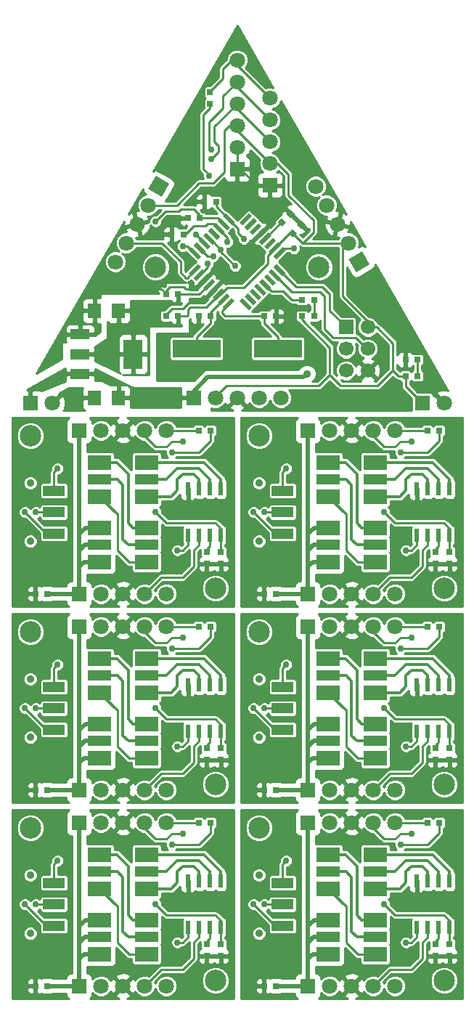
<source format=gtl>
%FSLAX34Y34*%
G04 Gerber Fmt 3.4, Leading zero omitted, Abs format*
G04 (created by PCBNEW (2014-02-03 BZR 4657)-product) date Wed 05 Mar 2014 09:35:52 PM CST*
%MOIN*%
G01*
G70*
G90*
G04 APERTURE LIST*
%ADD10C,0.006000*%
%ADD11C,0.098425*%
%ADD12R,0.023622X0.061024*%
%ADD13C,0.035433*%
%ADD14R,0.098425X0.047244*%
%ADD15R,0.027559X0.027559*%
%ADD16R,0.070866X0.070866*%
%ADD17C,0.070866*%
%ADD18R,0.106300X0.066900*%
%ADD19R,0.106300X0.051200*%
%ADD20R,0.062992X0.070866*%
%ADD21R,0.086614X0.047244*%
%ADD22R,0.086614X0.137795*%
%ADD23R,0.066929X0.066929*%
%ADD24C,0.066929*%
%ADD25R,0.220472X0.082677*%
%ADD26C,0.030000*%
%ADD27C,0.035000*%
%ADD28C,0.010000*%
%ADD29C,0.012000*%
%ADD30C,0.020000*%
G04 APERTURE END LIST*
G54D10*
G54D11*
X30000Y-50000D03*
X38500Y-57000D03*
G54D12*
X38750Y-52437D03*
X38250Y-52437D03*
X37750Y-52437D03*
X37250Y-52437D03*
X37250Y-54562D03*
X37750Y-54562D03*
X38250Y-54562D03*
X38750Y-54562D03*
G54D13*
X30000Y-54838D03*
X30000Y-52161D03*
G54D14*
X31082Y-52515D03*
X31082Y-53500D03*
X31082Y-54484D03*
G54D15*
X38275Y-49750D03*
X37724Y-49750D03*
X38100Y-55324D03*
X38100Y-55875D03*
G54D16*
X32250Y-49750D03*
G54D17*
X33250Y-49750D03*
X34250Y-49750D03*
X36250Y-49750D03*
X35250Y-49750D03*
G54D18*
X35333Y-55778D03*
G54D19*
X35333Y-55000D03*
G54D18*
X35333Y-54222D03*
X33167Y-54222D03*
G54D19*
X33167Y-55000D03*
G54D18*
X33167Y-55778D03*
X35333Y-52778D03*
G54D19*
X35333Y-52000D03*
G54D18*
X35333Y-51222D03*
X33167Y-51222D03*
G54D19*
X33167Y-52000D03*
G54D18*
X33167Y-52778D03*
G54D16*
X32250Y-57250D03*
G54D17*
X33250Y-57250D03*
X34250Y-57250D03*
X36250Y-57250D03*
X35250Y-57250D03*
G54D15*
X30775Y-57250D03*
X30224Y-57250D03*
X38750Y-55875D03*
X38750Y-55324D03*
X49250Y-55875D03*
X49250Y-55324D03*
X41275Y-57250D03*
X40724Y-57250D03*
G54D16*
X42750Y-57250D03*
G54D17*
X43750Y-57250D03*
X44750Y-57250D03*
X46750Y-57250D03*
X45750Y-57250D03*
G54D18*
X45833Y-52778D03*
G54D19*
X45833Y-52000D03*
G54D18*
X45833Y-51222D03*
X43667Y-51222D03*
G54D19*
X43667Y-52000D03*
G54D18*
X43667Y-52778D03*
X45833Y-55778D03*
G54D19*
X45833Y-55000D03*
G54D18*
X45833Y-54222D03*
X43667Y-54222D03*
G54D19*
X43667Y-55000D03*
G54D18*
X43667Y-55778D03*
G54D16*
X42750Y-49750D03*
G54D17*
X43750Y-49750D03*
X44750Y-49750D03*
X46750Y-49750D03*
X45750Y-49750D03*
G54D15*
X48600Y-55324D03*
X48600Y-55875D03*
X48775Y-49750D03*
X48224Y-49750D03*
G54D13*
X40500Y-54838D03*
X40500Y-52161D03*
G54D14*
X41582Y-52515D03*
X41582Y-53500D03*
X41582Y-54484D03*
G54D12*
X49250Y-52437D03*
X48750Y-52437D03*
X48250Y-52437D03*
X47750Y-52437D03*
X47750Y-54562D03*
X48250Y-54562D03*
X48750Y-54562D03*
X49250Y-54562D03*
G54D11*
X49000Y-57000D03*
X40500Y-50000D03*
X30000Y-59000D03*
X38500Y-66000D03*
G54D12*
X38750Y-61437D03*
X38250Y-61437D03*
X37750Y-61437D03*
X37250Y-61437D03*
X37250Y-63562D03*
X37750Y-63562D03*
X38250Y-63562D03*
X38750Y-63562D03*
G54D13*
X30000Y-63838D03*
X30000Y-61161D03*
G54D14*
X31082Y-61515D03*
X31082Y-62500D03*
X31082Y-63484D03*
G54D15*
X38275Y-58750D03*
X37724Y-58750D03*
X38100Y-64324D03*
X38100Y-64875D03*
G54D16*
X32250Y-58750D03*
G54D17*
X33250Y-58750D03*
X34250Y-58750D03*
X36250Y-58750D03*
X35250Y-58750D03*
G54D18*
X35333Y-64778D03*
G54D19*
X35333Y-64000D03*
G54D18*
X35333Y-63222D03*
X33167Y-63222D03*
G54D19*
X33167Y-64000D03*
G54D18*
X33167Y-64778D03*
X35333Y-61778D03*
G54D19*
X35333Y-61000D03*
G54D18*
X35333Y-60222D03*
X33167Y-60222D03*
G54D19*
X33167Y-61000D03*
G54D18*
X33167Y-61778D03*
G54D16*
X32250Y-66250D03*
G54D17*
X33250Y-66250D03*
X34250Y-66250D03*
X36250Y-66250D03*
X35250Y-66250D03*
G54D15*
X30775Y-66250D03*
X30224Y-66250D03*
X38750Y-64875D03*
X38750Y-64324D03*
X49250Y-64875D03*
X49250Y-64324D03*
X41275Y-66250D03*
X40724Y-66250D03*
G54D16*
X42750Y-66250D03*
G54D17*
X43750Y-66250D03*
X44750Y-66250D03*
X46750Y-66250D03*
X45750Y-66250D03*
G54D18*
X45833Y-61778D03*
G54D19*
X45833Y-61000D03*
G54D18*
X45833Y-60222D03*
X43667Y-60222D03*
G54D19*
X43667Y-61000D03*
G54D18*
X43667Y-61778D03*
X45833Y-64778D03*
G54D19*
X45833Y-64000D03*
G54D18*
X45833Y-63222D03*
X43667Y-63222D03*
G54D19*
X43667Y-64000D03*
G54D18*
X43667Y-64778D03*
G54D16*
X42750Y-58750D03*
G54D17*
X43750Y-58750D03*
X44750Y-58750D03*
X46750Y-58750D03*
X45750Y-58750D03*
G54D15*
X48600Y-64324D03*
X48600Y-64875D03*
X48775Y-58750D03*
X48224Y-58750D03*
G54D13*
X40500Y-63838D03*
X40500Y-61161D03*
G54D14*
X41582Y-61515D03*
X41582Y-62500D03*
X41582Y-63484D03*
G54D12*
X49250Y-61437D03*
X48750Y-61437D03*
X48250Y-61437D03*
X47750Y-61437D03*
X47750Y-63562D03*
X48250Y-63562D03*
X48750Y-63562D03*
X49250Y-63562D03*
G54D11*
X49000Y-66000D03*
X40500Y-59000D03*
X40500Y-41000D03*
X49000Y-48000D03*
G54D12*
X49250Y-43437D03*
X48750Y-43437D03*
X48250Y-43437D03*
X47750Y-43437D03*
X47750Y-45562D03*
X48250Y-45562D03*
X48750Y-45562D03*
X49250Y-45562D03*
G54D13*
X40500Y-45838D03*
X40500Y-43161D03*
G54D14*
X41582Y-43515D03*
X41582Y-44500D03*
X41582Y-45484D03*
G54D15*
X48775Y-40750D03*
X48224Y-40750D03*
X48600Y-46324D03*
X48600Y-46875D03*
G54D16*
X42750Y-40750D03*
G54D17*
X43750Y-40750D03*
X44750Y-40750D03*
X46750Y-40750D03*
X45750Y-40750D03*
G54D18*
X45833Y-46778D03*
G54D19*
X45833Y-46000D03*
G54D18*
X45833Y-45222D03*
X43667Y-45222D03*
G54D19*
X43667Y-46000D03*
G54D18*
X43667Y-46778D03*
X45833Y-43778D03*
G54D19*
X45833Y-43000D03*
G54D18*
X45833Y-42222D03*
X43667Y-42222D03*
G54D19*
X43667Y-43000D03*
G54D18*
X43667Y-43778D03*
G54D16*
X42750Y-48250D03*
G54D17*
X43750Y-48250D03*
X44750Y-48250D03*
X46750Y-48250D03*
X45750Y-48250D03*
G54D15*
X41275Y-48250D03*
X40724Y-48250D03*
X49250Y-46875D03*
X49250Y-46324D03*
X36775Y-35500D03*
X36224Y-35500D03*
X41275Y-35500D03*
X40724Y-35500D03*
X37724Y-35500D03*
X38275Y-35500D03*
X36775Y-34500D03*
X36224Y-34500D03*
G54D10*
G36*
X42055Y-31889D02*
X41860Y-31694D01*
X42055Y-31500D01*
X42250Y-31694D01*
X42055Y-31889D01*
X42055Y-31889D01*
G37*
G36*
X42444Y-31500D02*
X42250Y-31305D01*
X42444Y-31110D01*
X42639Y-31305D01*
X42444Y-31500D01*
X42444Y-31500D01*
G37*
G36*
X41944Y-30610D02*
X42139Y-30805D01*
X41944Y-31000D01*
X41750Y-30805D01*
X41944Y-30610D01*
X41944Y-30610D01*
G37*
G36*
X41555Y-31000D02*
X41750Y-31194D01*
X41555Y-31389D01*
X41360Y-31194D01*
X41555Y-31000D01*
X41555Y-31000D01*
G37*
G54D20*
X34051Y-39250D03*
X32948Y-39250D03*
X34051Y-35250D03*
X32948Y-35250D03*
G54D15*
X38250Y-25775D03*
X38250Y-25224D03*
X38750Y-46875D03*
X38750Y-46324D03*
X30775Y-48250D03*
X30224Y-48250D03*
G54D10*
G36*
X37411Y-33668D02*
X37272Y-33529D01*
X37690Y-33111D01*
X37829Y-33251D01*
X37411Y-33668D01*
X37411Y-33668D01*
G37*
G36*
X37634Y-33891D02*
X37495Y-33752D01*
X37913Y-33334D01*
X38052Y-33473D01*
X37634Y-33891D01*
X37634Y-33891D01*
G37*
G36*
X37857Y-34114D02*
X37718Y-33975D01*
X38135Y-33557D01*
X38275Y-33696D01*
X37857Y-34114D01*
X37857Y-34114D01*
G37*
G36*
X38080Y-34337D02*
X37940Y-34197D01*
X38358Y-33779D01*
X38498Y-33919D01*
X38080Y-34337D01*
X38080Y-34337D01*
G37*
G36*
X38302Y-34559D02*
X38162Y-34419D01*
X38580Y-34001D01*
X38720Y-34141D01*
X38302Y-34559D01*
X38302Y-34559D01*
G37*
G36*
X38524Y-34781D02*
X38385Y-34642D01*
X38803Y-34224D01*
X38942Y-34364D01*
X38524Y-34781D01*
X38524Y-34781D01*
G37*
G36*
X38747Y-35004D02*
X38608Y-34865D01*
X39026Y-34447D01*
X39165Y-34586D01*
X38747Y-35004D01*
X38747Y-35004D01*
G37*
G36*
X38970Y-35227D02*
X38831Y-35088D01*
X39248Y-34670D01*
X39388Y-34809D01*
X38970Y-35227D01*
X38970Y-35227D01*
G37*
G36*
X40168Y-35088D02*
X40029Y-35227D01*
X39611Y-34809D01*
X39751Y-34670D01*
X40168Y-35088D01*
X40168Y-35088D01*
G37*
G36*
X40391Y-34865D02*
X40252Y-35004D01*
X39834Y-34586D01*
X39973Y-34447D01*
X40391Y-34865D01*
X40391Y-34865D01*
G37*
G36*
X40614Y-34642D02*
X40475Y-34781D01*
X40057Y-34364D01*
X40196Y-34224D01*
X40614Y-34642D01*
X40614Y-34642D01*
G37*
G36*
X40837Y-34419D02*
X40697Y-34559D01*
X40279Y-34141D01*
X40419Y-34001D01*
X40837Y-34419D01*
X40837Y-34419D01*
G37*
G36*
X41059Y-34197D02*
X40919Y-34337D01*
X40501Y-33919D01*
X40641Y-33779D01*
X41059Y-34197D01*
X41059Y-34197D01*
G37*
G36*
X41281Y-33975D02*
X41142Y-34114D01*
X40724Y-33696D01*
X40864Y-33557D01*
X41281Y-33975D01*
X41281Y-33975D01*
G37*
G36*
X41504Y-33752D02*
X41365Y-33891D01*
X40947Y-33473D01*
X41086Y-33334D01*
X41504Y-33752D01*
X41504Y-33752D01*
G37*
G36*
X41727Y-33529D02*
X41588Y-33668D01*
X41170Y-33251D01*
X41309Y-33111D01*
X41727Y-33529D01*
X41727Y-33529D01*
G37*
G36*
X41588Y-32331D02*
X41727Y-32470D01*
X41309Y-32888D01*
X41170Y-32748D01*
X41588Y-32331D01*
X41588Y-32331D01*
G37*
G36*
X41365Y-32108D02*
X41504Y-32247D01*
X41086Y-32665D01*
X40947Y-32526D01*
X41365Y-32108D01*
X41365Y-32108D01*
G37*
G36*
X41142Y-31885D02*
X41281Y-32024D01*
X40864Y-32442D01*
X40724Y-32303D01*
X41142Y-31885D01*
X41142Y-31885D01*
G37*
G36*
X40919Y-31662D02*
X41059Y-31802D01*
X40641Y-32220D01*
X40501Y-32080D01*
X40919Y-31662D01*
X40919Y-31662D01*
G37*
G36*
X40697Y-31440D02*
X40837Y-31580D01*
X40419Y-31998D01*
X40279Y-31858D01*
X40697Y-31440D01*
X40697Y-31440D01*
G37*
G36*
X40475Y-31218D02*
X40614Y-31357D01*
X40196Y-31775D01*
X40057Y-31635D01*
X40475Y-31218D01*
X40475Y-31218D01*
G37*
G36*
X40252Y-30995D02*
X40391Y-31134D01*
X39973Y-31552D01*
X39834Y-31413D01*
X40252Y-30995D01*
X40252Y-30995D01*
G37*
G36*
X40029Y-30772D02*
X40168Y-30911D01*
X39751Y-31329D01*
X39611Y-31190D01*
X40029Y-30772D01*
X40029Y-30772D01*
G37*
G36*
X38831Y-30911D02*
X38970Y-30772D01*
X39388Y-31190D01*
X39248Y-31329D01*
X38831Y-30911D01*
X38831Y-30911D01*
G37*
G36*
X38608Y-31134D02*
X38747Y-30995D01*
X39165Y-31413D01*
X39026Y-31552D01*
X38608Y-31134D01*
X38608Y-31134D01*
G37*
G36*
X38385Y-31357D02*
X38524Y-31218D01*
X38942Y-31635D01*
X38803Y-31775D01*
X38385Y-31357D01*
X38385Y-31357D01*
G37*
G36*
X38162Y-31580D02*
X38302Y-31440D01*
X38720Y-31858D01*
X38580Y-31998D01*
X38162Y-31580D01*
X38162Y-31580D01*
G37*
G36*
X37940Y-31802D02*
X38080Y-31662D01*
X38498Y-32080D01*
X38358Y-32220D01*
X37940Y-31802D01*
X37940Y-31802D01*
G37*
G36*
X37718Y-32024D02*
X37857Y-31885D01*
X38275Y-32303D01*
X38135Y-32442D01*
X37718Y-32024D01*
X37718Y-32024D01*
G37*
G36*
X37495Y-32247D02*
X37634Y-32108D01*
X38052Y-32526D01*
X37913Y-32665D01*
X37495Y-32247D01*
X37495Y-32247D01*
G37*
G36*
X37272Y-32470D02*
X37411Y-32331D01*
X37829Y-32748D01*
X37690Y-32888D01*
X37272Y-32470D01*
X37272Y-32470D01*
G37*
G54D21*
X32279Y-36344D03*
X32279Y-37250D03*
X32279Y-38155D03*
G54D22*
X34720Y-37250D03*
G54D16*
X48000Y-39500D03*
G54D17*
X49000Y-39500D03*
G54D16*
X32250Y-48250D03*
G54D17*
X33250Y-48250D03*
X34250Y-48250D03*
X36250Y-48250D03*
X35250Y-48250D03*
G54D18*
X35333Y-43778D03*
G54D19*
X35333Y-43000D03*
G54D18*
X35333Y-42222D03*
X33167Y-42222D03*
G54D19*
X33167Y-43000D03*
G54D18*
X33167Y-43778D03*
X35333Y-46778D03*
G54D19*
X35333Y-46000D03*
G54D18*
X35333Y-45222D03*
X33167Y-45222D03*
G54D19*
X33167Y-46000D03*
G54D18*
X33167Y-46778D03*
G54D15*
X43025Y-35500D03*
X42474Y-35500D03*
X47224Y-37500D03*
X47775Y-37500D03*
G54D16*
X30000Y-39500D03*
G54D17*
X31000Y-39500D03*
G54D23*
X44500Y-36000D03*
G54D24*
X45500Y-36000D03*
X44500Y-37000D03*
X45500Y-37000D03*
X44500Y-38000D03*
X45500Y-38000D03*
G54D16*
X39500Y-28750D03*
G54D17*
X39500Y-27750D03*
X39500Y-26750D03*
X39500Y-24750D03*
X39500Y-23750D03*
X39500Y-25750D03*
G54D16*
X37500Y-39250D03*
G54D17*
X38500Y-39250D03*
X39500Y-39250D03*
X41500Y-39250D03*
X40500Y-39250D03*
G54D10*
G36*
X35770Y-29063D02*
X36384Y-29418D01*
X36029Y-30031D01*
X35415Y-29677D01*
X35770Y-29063D01*
X35770Y-29063D01*
G37*
G54D17*
X35400Y-30413D03*
X34900Y-31280D03*
X33900Y-33012D03*
X34400Y-32146D03*
G54D10*
G36*
X45584Y-33141D02*
X44970Y-33496D01*
X44615Y-32882D01*
X45229Y-32528D01*
X45584Y-33141D01*
X45584Y-33141D01*
G37*
G54D17*
X44600Y-32146D03*
X44100Y-31280D03*
X43100Y-29547D03*
X43600Y-30413D03*
G54D16*
X32250Y-40750D03*
G54D17*
X33250Y-40750D03*
X34250Y-40750D03*
X36250Y-40750D03*
X35250Y-40750D03*
G54D15*
X37025Y-31750D03*
X36474Y-31750D03*
X37775Y-31000D03*
X37224Y-31000D03*
X38525Y-30250D03*
X37974Y-30250D03*
X38100Y-46324D03*
X38100Y-46875D03*
X38275Y-40750D03*
X37724Y-40750D03*
X43025Y-34750D03*
X42474Y-34750D03*
X47224Y-38250D03*
X47775Y-38250D03*
G54D13*
X30000Y-45838D03*
X30000Y-43161D03*
G54D14*
X31082Y-43515D03*
X31082Y-44500D03*
X31082Y-45484D03*
G54D25*
X37629Y-37000D03*
X41370Y-37000D03*
G54D12*
X38750Y-43437D03*
X38250Y-43437D03*
X37750Y-43437D03*
X37250Y-43437D03*
X37250Y-45562D03*
X37750Y-45562D03*
X38250Y-45562D03*
X38750Y-45562D03*
G54D16*
X41000Y-29500D03*
G54D17*
X41000Y-28500D03*
X41000Y-27500D03*
X41000Y-25500D03*
X41000Y-26500D03*
G54D11*
X35750Y-33250D03*
X43250Y-33250D03*
X38500Y-48000D03*
X30000Y-41000D03*
G54D26*
X39400Y-33200D03*
X38200Y-29050D03*
X38750Y-32450D03*
X42100Y-32400D03*
X37000Y-32300D03*
X38150Y-33100D03*
X30250Y-56250D03*
X40750Y-56250D03*
X30250Y-65250D03*
X40750Y-65250D03*
X40750Y-47250D03*
X30250Y-47250D03*
X36750Y-55250D03*
X37000Y-50250D03*
X47500Y-50250D03*
X47250Y-55250D03*
X36750Y-64250D03*
X37000Y-59250D03*
X47500Y-59250D03*
X47250Y-64250D03*
X47250Y-46250D03*
X47500Y-41250D03*
X37000Y-41250D03*
X36750Y-46250D03*
X36500Y-50750D03*
X47000Y-50750D03*
X36500Y-59750D03*
X47000Y-59750D03*
X47000Y-41750D03*
X36500Y-41750D03*
X29750Y-53500D03*
X40250Y-53500D03*
X29750Y-62500D03*
X40250Y-62500D03*
X40250Y-44500D03*
X29750Y-44500D03*
X39800Y-31950D03*
X35750Y-31150D03*
X39050Y-32100D03*
X38300Y-28300D03*
X37600Y-31750D03*
X38300Y-27850D03*
X38400Y-32750D03*
G54D27*
X42700Y-38150D03*
G54D26*
X30250Y-53500D03*
X35750Y-53500D03*
X46250Y-53500D03*
X40750Y-53500D03*
X30250Y-62500D03*
X35750Y-62500D03*
X46250Y-62500D03*
X40750Y-62500D03*
X40750Y-44500D03*
X46250Y-44500D03*
X35750Y-44500D03*
X30250Y-44500D03*
X31250Y-51500D03*
X41750Y-51500D03*
X31250Y-60500D03*
X41750Y-60500D03*
X41750Y-42500D03*
X31250Y-42500D03*
X37350Y-27300D03*
X43250Y-37800D03*
X37500Y-36000D03*
G54D28*
X41448Y-33390D02*
X41448Y-33398D01*
X43750Y-35250D02*
X44500Y-36000D01*
X43750Y-34500D02*
X43750Y-35250D01*
X43400Y-34150D02*
X43750Y-34500D01*
X42200Y-34150D02*
X43400Y-34150D01*
X41448Y-33398D02*
X42200Y-34150D01*
X45500Y-37000D02*
X45450Y-37000D01*
X42012Y-34400D02*
X41226Y-33613D01*
X43300Y-34400D02*
X42012Y-34400D01*
X43500Y-34600D02*
X43300Y-34400D01*
X43500Y-36100D02*
X43500Y-34600D01*
X43900Y-36500D02*
X43500Y-36100D01*
X44950Y-36500D02*
X43900Y-36500D01*
X45450Y-37000D02*
X44950Y-36500D01*
X37950Y-28200D02*
X37950Y-26250D01*
X37950Y-26250D02*
X38250Y-25950D01*
X38750Y-32450D02*
X38750Y-32550D01*
X38750Y-32550D02*
X39400Y-33200D01*
X38200Y-29050D02*
X38200Y-29000D01*
X37950Y-28750D02*
X37950Y-28200D01*
X38200Y-29000D02*
X37950Y-28750D01*
X38219Y-31941D02*
X38241Y-31941D01*
X38250Y-25950D02*
X38250Y-25775D01*
X38241Y-31941D02*
X38750Y-32450D01*
X41448Y-32609D02*
X41448Y-32601D01*
X41650Y-32400D02*
X42100Y-32400D01*
X41448Y-32601D02*
X41650Y-32400D01*
G54D29*
X37750Y-52000D02*
X37500Y-51750D01*
X37500Y-51750D02*
X37000Y-51750D01*
X37000Y-51750D02*
X36750Y-52000D01*
X36750Y-52000D02*
X36750Y-52500D01*
X36750Y-52500D02*
X36472Y-52778D01*
X36472Y-52778D02*
X35333Y-52778D01*
X37750Y-52437D02*
X37750Y-52000D01*
X48250Y-52437D02*
X48250Y-52000D01*
X46972Y-52778D02*
X45833Y-52778D01*
X47250Y-52500D02*
X46972Y-52778D01*
X47250Y-52000D02*
X47250Y-52500D01*
X47500Y-51750D02*
X47250Y-52000D01*
X48000Y-51750D02*
X47500Y-51750D01*
X48250Y-52000D02*
X48000Y-51750D01*
X37750Y-61000D02*
X37500Y-60750D01*
X37500Y-60750D02*
X37000Y-60750D01*
X37000Y-60750D02*
X36750Y-61000D01*
X36750Y-61000D02*
X36750Y-61500D01*
X36750Y-61500D02*
X36472Y-61778D01*
X36472Y-61778D02*
X35333Y-61778D01*
X37750Y-61437D02*
X37750Y-61000D01*
X48250Y-61437D02*
X48250Y-61000D01*
X46972Y-61778D02*
X45833Y-61778D01*
X47250Y-61500D02*
X46972Y-61778D01*
X47250Y-61000D02*
X47250Y-61500D01*
X47500Y-60750D02*
X47250Y-61000D01*
X48000Y-60750D02*
X47500Y-60750D01*
X48250Y-61000D02*
X48000Y-60750D01*
X48250Y-43000D02*
X48000Y-42750D01*
X48000Y-42750D02*
X47500Y-42750D01*
X47500Y-42750D02*
X47250Y-43000D01*
X47250Y-43000D02*
X47250Y-43500D01*
X47250Y-43500D02*
X46972Y-43778D01*
X46972Y-43778D02*
X45833Y-43778D01*
X48250Y-43437D02*
X48250Y-43000D01*
X37750Y-43437D02*
X37750Y-43000D01*
X36472Y-43778D02*
X35333Y-43778D01*
X36750Y-43500D02*
X36472Y-43778D01*
X36750Y-43000D02*
X36750Y-43500D01*
X37000Y-42750D02*
X36750Y-43000D01*
X37500Y-42750D02*
X37000Y-42750D01*
X37750Y-43000D02*
X37500Y-42750D01*
X36250Y-52000D02*
X36750Y-51500D01*
X36750Y-51500D02*
X37750Y-51500D01*
X37750Y-51500D02*
X38250Y-52000D01*
X38250Y-52000D02*
X38250Y-52437D01*
X35333Y-52000D02*
X36250Y-52000D01*
X45833Y-52000D02*
X46750Y-52000D01*
X48750Y-52000D02*
X48750Y-52437D01*
X48250Y-51500D02*
X48750Y-52000D01*
X47250Y-51500D02*
X48250Y-51500D01*
X46750Y-52000D02*
X47250Y-51500D01*
X36250Y-61000D02*
X36750Y-60500D01*
X36750Y-60500D02*
X37750Y-60500D01*
X37750Y-60500D02*
X38250Y-61000D01*
X38250Y-61000D02*
X38250Y-61437D01*
X35333Y-61000D02*
X36250Y-61000D01*
X45833Y-61000D02*
X46750Y-61000D01*
X48750Y-61000D02*
X48750Y-61437D01*
X48250Y-60500D02*
X48750Y-61000D01*
X47250Y-60500D02*
X48250Y-60500D01*
X46750Y-61000D02*
X47250Y-60500D01*
X46750Y-43000D02*
X47250Y-42500D01*
X47250Y-42500D02*
X48250Y-42500D01*
X48250Y-42500D02*
X48750Y-43000D01*
X48750Y-43000D02*
X48750Y-43437D01*
X45833Y-43000D02*
X46750Y-43000D01*
X35333Y-43000D02*
X36250Y-43000D01*
X38250Y-43000D02*
X38250Y-43437D01*
X37750Y-42500D02*
X38250Y-43000D01*
X36750Y-42500D02*
X37750Y-42500D01*
X36250Y-43000D02*
X36750Y-42500D01*
G54D28*
X37551Y-32609D02*
X37509Y-32609D01*
X37200Y-32300D02*
X37000Y-32300D01*
X37509Y-32609D02*
X37200Y-32300D01*
X34400Y-32146D02*
X36046Y-32146D01*
X36900Y-33500D02*
X37150Y-33750D01*
X36900Y-33000D02*
X36900Y-33500D01*
X36046Y-32146D02*
X36900Y-33000D01*
X37551Y-33390D02*
X37551Y-33398D01*
X37200Y-33750D02*
X37150Y-33750D01*
X37551Y-33398D02*
X37200Y-33750D01*
X37773Y-33613D02*
X37786Y-33613D01*
X38150Y-33250D02*
X38150Y-33100D01*
X37786Y-33613D02*
X38150Y-33250D01*
X30224Y-56275D02*
X30250Y-56250D01*
X30224Y-57250D02*
X30224Y-56275D01*
X38750Y-55875D02*
X38100Y-55875D01*
X49250Y-55875D02*
X48600Y-55875D01*
X40724Y-57250D02*
X40724Y-56275D01*
X40724Y-56275D02*
X40750Y-56250D01*
X30224Y-65275D02*
X30250Y-65250D01*
X30224Y-66250D02*
X30224Y-65275D01*
X38750Y-64875D02*
X38100Y-64875D01*
X49250Y-64875D02*
X48600Y-64875D01*
X40724Y-66250D02*
X40724Y-65275D01*
X40724Y-65275D02*
X40750Y-65250D01*
X40724Y-47275D02*
X40750Y-47250D01*
X40724Y-48250D02*
X40724Y-47275D01*
X49250Y-46875D02*
X48600Y-46875D01*
X38750Y-46875D02*
X38100Y-46875D01*
X30224Y-48250D02*
X30224Y-47275D01*
X30224Y-47275D02*
X30250Y-47250D01*
X36000Y-56500D02*
X37000Y-56500D01*
X37000Y-56500D02*
X37500Y-56000D01*
X37500Y-56000D02*
X37500Y-55250D01*
X37500Y-55250D02*
X37750Y-55000D01*
X37750Y-55000D02*
X37750Y-54562D01*
X35250Y-57250D02*
X36000Y-56500D01*
X45750Y-57250D02*
X46500Y-56500D01*
X48250Y-55000D02*
X48250Y-54562D01*
X48000Y-55250D02*
X48250Y-55000D01*
X48000Y-56000D02*
X48000Y-55250D01*
X47500Y-56500D02*
X48000Y-56000D01*
X46500Y-56500D02*
X47500Y-56500D01*
X36000Y-65500D02*
X37000Y-65500D01*
X37000Y-65500D02*
X37500Y-65000D01*
X37500Y-65000D02*
X37500Y-64250D01*
X37500Y-64250D02*
X37750Y-64000D01*
X37750Y-64000D02*
X37750Y-63562D01*
X35250Y-66250D02*
X36000Y-65500D01*
X45750Y-66250D02*
X46500Y-65500D01*
X48250Y-64000D02*
X48250Y-63562D01*
X48000Y-64250D02*
X48250Y-64000D01*
X48000Y-65000D02*
X48000Y-64250D01*
X47500Y-65500D02*
X48000Y-65000D01*
X46500Y-65500D02*
X47500Y-65500D01*
X46500Y-47500D02*
X47500Y-47500D01*
X47500Y-47500D02*
X48000Y-47000D01*
X48000Y-47000D02*
X48000Y-46250D01*
X48000Y-46250D02*
X48250Y-46000D01*
X48250Y-46000D02*
X48250Y-45562D01*
X45750Y-48250D02*
X46500Y-47500D01*
X35250Y-48250D02*
X36000Y-47500D01*
X37750Y-46000D02*
X37750Y-45562D01*
X37500Y-46250D02*
X37750Y-46000D01*
X37500Y-47000D02*
X37500Y-46250D01*
X37000Y-47500D02*
X37500Y-47000D01*
X36000Y-47500D02*
X37000Y-47500D01*
X37250Y-55000D02*
X37000Y-55250D01*
X37000Y-55250D02*
X36750Y-55250D01*
X37000Y-50250D02*
X36500Y-50250D01*
X36500Y-50250D02*
X36250Y-50500D01*
X36250Y-50500D02*
X35750Y-50500D01*
X35750Y-50500D02*
X35250Y-50000D01*
X35250Y-50000D02*
X35250Y-49750D01*
X37250Y-54562D02*
X37250Y-55000D01*
X47750Y-54562D02*
X47750Y-55000D01*
X45750Y-50000D02*
X45750Y-49750D01*
X46250Y-50500D02*
X45750Y-50000D01*
X46750Y-50500D02*
X46250Y-50500D01*
X47000Y-50250D02*
X46750Y-50500D01*
X47500Y-50250D02*
X47000Y-50250D01*
X47500Y-55250D02*
X47250Y-55250D01*
X47750Y-55000D02*
X47500Y-55250D01*
X37250Y-64000D02*
X37000Y-64250D01*
X37000Y-64250D02*
X36750Y-64250D01*
X37000Y-59250D02*
X36500Y-59250D01*
X36500Y-59250D02*
X36250Y-59500D01*
X36250Y-59500D02*
X35750Y-59500D01*
X35750Y-59500D02*
X35250Y-59000D01*
X35250Y-59000D02*
X35250Y-58750D01*
X37250Y-63562D02*
X37250Y-64000D01*
X47750Y-63562D02*
X47750Y-64000D01*
X45750Y-59000D02*
X45750Y-58750D01*
X46250Y-59500D02*
X45750Y-59000D01*
X46750Y-59500D02*
X46250Y-59500D01*
X47000Y-59250D02*
X46750Y-59500D01*
X47500Y-59250D02*
X47000Y-59250D01*
X47500Y-64250D02*
X47250Y-64250D01*
X47750Y-64000D02*
X47500Y-64250D01*
X47750Y-46000D02*
X47500Y-46250D01*
X47500Y-46250D02*
X47250Y-46250D01*
X47500Y-41250D02*
X47000Y-41250D01*
X47000Y-41250D02*
X46750Y-41500D01*
X46750Y-41500D02*
X46250Y-41500D01*
X46250Y-41500D02*
X45750Y-41000D01*
X45750Y-41000D02*
X45750Y-40750D01*
X47750Y-45562D02*
X47750Y-46000D01*
X37250Y-45562D02*
X37250Y-46000D01*
X35250Y-41000D02*
X35250Y-40750D01*
X35750Y-41500D02*
X35250Y-41000D01*
X36250Y-41500D02*
X35750Y-41500D01*
X36500Y-41250D02*
X36250Y-41500D01*
X37000Y-41250D02*
X36500Y-41250D01*
X37000Y-46250D02*
X36750Y-46250D01*
X37250Y-46000D02*
X37000Y-46250D01*
G54D29*
X38750Y-52000D02*
X37972Y-51222D01*
X37972Y-51222D02*
X35333Y-51222D01*
X38750Y-52437D02*
X38750Y-52000D01*
X49250Y-52437D02*
X49250Y-52000D01*
X48472Y-51222D02*
X45833Y-51222D01*
X49250Y-52000D02*
X48472Y-51222D01*
X38750Y-61000D02*
X37972Y-60222D01*
X37972Y-60222D02*
X35333Y-60222D01*
X38750Y-61437D02*
X38750Y-61000D01*
X49250Y-61437D02*
X49250Y-61000D01*
X48472Y-60222D02*
X45833Y-60222D01*
X49250Y-61000D02*
X48472Y-60222D01*
X49250Y-43000D02*
X48472Y-42222D01*
X48472Y-42222D02*
X45833Y-42222D01*
X49250Y-43437D02*
X49250Y-43000D01*
X38750Y-43437D02*
X38750Y-43000D01*
X37972Y-42222D02*
X35333Y-42222D01*
X38750Y-43000D02*
X37972Y-42222D01*
G54D28*
X36500Y-50750D02*
X37750Y-50750D01*
X37750Y-50750D02*
X38275Y-50224D01*
X38275Y-50224D02*
X38275Y-49750D01*
X48775Y-50224D02*
X48775Y-49750D01*
X48250Y-50750D02*
X48775Y-50224D01*
X47000Y-50750D02*
X48250Y-50750D01*
X36500Y-59750D02*
X37750Y-59750D01*
X37750Y-59750D02*
X38275Y-59224D01*
X38275Y-59224D02*
X38275Y-58750D01*
X48775Y-59224D02*
X48775Y-58750D01*
X48250Y-59750D02*
X48775Y-59224D01*
X47000Y-59750D02*
X48250Y-59750D01*
X47000Y-41750D02*
X48250Y-41750D01*
X48250Y-41750D02*
X48775Y-41224D01*
X48775Y-41224D02*
X48775Y-40750D01*
X38275Y-41224D02*
X38275Y-40750D01*
X37750Y-41750D02*
X38275Y-41224D01*
X36500Y-41750D02*
X37750Y-41750D01*
X37724Y-49750D02*
X36250Y-49750D01*
X29750Y-53500D02*
X30734Y-54484D01*
X30734Y-54484D02*
X31082Y-54484D01*
X41234Y-54484D02*
X41582Y-54484D01*
X40250Y-53500D02*
X41234Y-54484D01*
X48224Y-49750D02*
X46750Y-49750D01*
X37724Y-58750D02*
X36250Y-58750D01*
X29750Y-62500D02*
X30734Y-63484D01*
X30734Y-63484D02*
X31082Y-63484D01*
X41234Y-63484D02*
X41582Y-63484D01*
X40250Y-62500D02*
X41234Y-63484D01*
X48224Y-58750D02*
X46750Y-58750D01*
X48224Y-40750D02*
X46750Y-40750D01*
X40250Y-44500D02*
X41234Y-45484D01*
X41234Y-45484D02*
X41582Y-45484D01*
X30734Y-45484D02*
X31082Y-45484D01*
X29750Y-44500D02*
X30734Y-45484D01*
X37724Y-40750D02*
X36250Y-40750D01*
X39550Y-31491D02*
X39109Y-31051D01*
X39550Y-31700D02*
X39550Y-31491D01*
X39800Y-31950D02*
X39550Y-31700D01*
X38525Y-30250D02*
X38525Y-30467D01*
X38525Y-30467D02*
X39109Y-31051D01*
X36900Y-30600D02*
X37500Y-30600D01*
X36800Y-30700D02*
X36900Y-30600D01*
X36200Y-30700D02*
X36800Y-30700D01*
X35750Y-31150D02*
X36200Y-30700D01*
X37775Y-30875D02*
X37775Y-31000D01*
X37500Y-30600D02*
X37775Y-30875D01*
X37775Y-31000D02*
X38612Y-31000D01*
X38612Y-31000D02*
X38886Y-31273D01*
X38664Y-31496D02*
X38664Y-31514D01*
X39050Y-31900D02*
X39050Y-32100D01*
X38664Y-31514D02*
X39050Y-31900D01*
X37025Y-31750D02*
X37100Y-31750D01*
X38417Y-31250D02*
X38664Y-31496D01*
X38150Y-31250D02*
X38417Y-31250D01*
X38050Y-31350D02*
X38150Y-31250D01*
X37500Y-31350D02*
X38050Y-31350D01*
X37100Y-31750D02*
X37500Y-31350D01*
X38450Y-26800D02*
X39500Y-25750D01*
X38450Y-27500D02*
X38450Y-26800D01*
X38650Y-27700D02*
X38450Y-27500D01*
X38650Y-27950D02*
X38650Y-27700D01*
X38300Y-28300D02*
X38650Y-27950D01*
X37996Y-32164D02*
X37996Y-32146D01*
X37996Y-32146D02*
X37600Y-31750D01*
X39500Y-25750D02*
X39500Y-26000D01*
X39500Y-26000D02*
X41000Y-27500D01*
X38850Y-25800D02*
X38850Y-25950D01*
X38200Y-27750D02*
X38300Y-27850D01*
X38200Y-26600D02*
X38200Y-27750D01*
X38850Y-25950D02*
X38200Y-26600D01*
X37773Y-32386D02*
X37786Y-32386D01*
X38850Y-25400D02*
X39500Y-24750D01*
X38850Y-25800D02*
X38850Y-25400D01*
X38150Y-32750D02*
X38400Y-32750D01*
X37786Y-32386D02*
X38150Y-32750D01*
X39500Y-24750D02*
X39500Y-25000D01*
X39500Y-25000D02*
X41000Y-26500D01*
G54D30*
X37500Y-39250D02*
X37500Y-38950D01*
X42550Y-38300D02*
X42700Y-38150D01*
X38150Y-38300D02*
X42550Y-38300D01*
X37500Y-38950D02*
X38150Y-38300D01*
X32250Y-56000D02*
X32472Y-55778D01*
X32472Y-55778D02*
X33167Y-55778D01*
X32250Y-57250D02*
X32250Y-56000D01*
X32250Y-55250D02*
X32500Y-55000D01*
X32500Y-55000D02*
X33167Y-55000D01*
X32250Y-56000D02*
X32250Y-55250D01*
X32250Y-54500D02*
X32528Y-54222D01*
X32528Y-54222D02*
X33167Y-54222D01*
X32250Y-55250D02*
X32250Y-54500D01*
X32250Y-54500D02*
X32250Y-49750D01*
X32250Y-57250D02*
X30775Y-57250D01*
X42750Y-57250D02*
X41275Y-57250D01*
X42750Y-54500D02*
X42750Y-49750D01*
X42750Y-55250D02*
X42750Y-54500D01*
X43028Y-54222D02*
X43667Y-54222D01*
X42750Y-54500D02*
X43028Y-54222D01*
X42750Y-56000D02*
X42750Y-55250D01*
X43000Y-55000D02*
X43667Y-55000D01*
X42750Y-55250D02*
X43000Y-55000D01*
X42750Y-57250D02*
X42750Y-56000D01*
X42972Y-55778D02*
X43667Y-55778D01*
X42750Y-56000D02*
X42972Y-55778D01*
X32250Y-65000D02*
X32472Y-64778D01*
X32472Y-64778D02*
X33167Y-64778D01*
X32250Y-66250D02*
X32250Y-65000D01*
X32250Y-64250D02*
X32500Y-64000D01*
X32500Y-64000D02*
X33167Y-64000D01*
X32250Y-65000D02*
X32250Y-64250D01*
X32250Y-63500D02*
X32528Y-63222D01*
X32528Y-63222D02*
X33167Y-63222D01*
X32250Y-64250D02*
X32250Y-63500D01*
X32250Y-63500D02*
X32250Y-58750D01*
X32250Y-66250D02*
X30775Y-66250D01*
X42750Y-66250D02*
X41275Y-66250D01*
X42750Y-63500D02*
X42750Y-58750D01*
X42750Y-64250D02*
X42750Y-63500D01*
X43028Y-63222D02*
X43667Y-63222D01*
X42750Y-63500D02*
X43028Y-63222D01*
X42750Y-65000D02*
X42750Y-64250D01*
X43000Y-64000D02*
X43667Y-64000D01*
X42750Y-64250D02*
X43000Y-64000D01*
X42750Y-66250D02*
X42750Y-65000D01*
X42972Y-64778D02*
X43667Y-64778D01*
X42750Y-65000D02*
X42972Y-64778D01*
X42750Y-47000D02*
X42972Y-46778D01*
X42972Y-46778D02*
X43667Y-46778D01*
X42750Y-48250D02*
X42750Y-47000D01*
X42750Y-46250D02*
X43000Y-46000D01*
X43000Y-46000D02*
X43667Y-46000D01*
X42750Y-47000D02*
X42750Y-46250D01*
X42750Y-45500D02*
X43028Y-45222D01*
X43028Y-45222D02*
X43667Y-45222D01*
X42750Y-46250D02*
X42750Y-45500D01*
X42750Y-45500D02*
X42750Y-40750D01*
X42750Y-48250D02*
X41275Y-48250D01*
X32250Y-48250D02*
X30775Y-48250D01*
X32250Y-45500D02*
X32250Y-40750D01*
X32250Y-46250D02*
X32250Y-45500D01*
X32528Y-45222D02*
X33167Y-45222D01*
X32250Y-45500D02*
X32528Y-45222D01*
X32250Y-47000D02*
X32250Y-46250D01*
X32500Y-46000D02*
X33167Y-46000D01*
X32250Y-46250D02*
X32500Y-46000D01*
X32250Y-48250D02*
X32250Y-47000D01*
X32472Y-46778D02*
X33167Y-46778D01*
X32250Y-47000D02*
X32472Y-46778D01*
G54D28*
X31082Y-53500D02*
X30250Y-53500D01*
X35750Y-53500D02*
X36250Y-54000D01*
X36250Y-54000D02*
X38500Y-54000D01*
X38500Y-54000D02*
X38750Y-54250D01*
X38750Y-54250D02*
X38750Y-54562D01*
X38750Y-55324D02*
X38750Y-54562D01*
X49250Y-55324D02*
X49250Y-54562D01*
X49250Y-54250D02*
X49250Y-54562D01*
X49000Y-54000D02*
X49250Y-54250D01*
X46750Y-54000D02*
X49000Y-54000D01*
X46250Y-53500D02*
X46750Y-54000D01*
X41582Y-53500D02*
X40750Y-53500D01*
X31082Y-62500D02*
X30250Y-62500D01*
X35750Y-62500D02*
X36250Y-63000D01*
X36250Y-63000D02*
X38500Y-63000D01*
X38500Y-63000D02*
X38750Y-63250D01*
X38750Y-63250D02*
X38750Y-63562D01*
X38750Y-64324D02*
X38750Y-63562D01*
X49250Y-64324D02*
X49250Y-63562D01*
X49250Y-63250D02*
X49250Y-63562D01*
X49000Y-63000D02*
X49250Y-63250D01*
X46750Y-63000D02*
X49000Y-63000D01*
X46250Y-62500D02*
X46750Y-63000D01*
X41582Y-62500D02*
X40750Y-62500D01*
X41582Y-44500D02*
X40750Y-44500D01*
X46250Y-44500D02*
X46750Y-45000D01*
X46750Y-45000D02*
X49000Y-45000D01*
X49000Y-45000D02*
X49250Y-45250D01*
X49250Y-45250D02*
X49250Y-45562D01*
X49250Y-46324D02*
X49250Y-45562D01*
X38750Y-46324D02*
X38750Y-45562D01*
X38750Y-45250D02*
X38750Y-45562D01*
X38500Y-45000D02*
X38750Y-45250D01*
X36250Y-45000D02*
X38500Y-45000D01*
X35750Y-44500D02*
X36250Y-45000D01*
X31082Y-44500D02*
X30250Y-44500D01*
X31250Y-51500D02*
X31082Y-51667D01*
X31082Y-51667D02*
X31082Y-52515D01*
X41582Y-51667D02*
X41582Y-52515D01*
X41750Y-51500D02*
X41582Y-51667D01*
X31250Y-60500D02*
X31082Y-60667D01*
X31082Y-60667D02*
X31082Y-61515D01*
X41582Y-60667D02*
X41582Y-61515D01*
X41750Y-60500D02*
X41582Y-60667D01*
X41750Y-42500D02*
X41582Y-42667D01*
X41582Y-42667D02*
X41582Y-43515D01*
X31082Y-42667D02*
X31082Y-43515D01*
X31250Y-42500D02*
X31082Y-42667D01*
X37724Y-35500D02*
X37724Y-35775D01*
X37724Y-35775D02*
X37500Y-36000D01*
X36224Y-34500D02*
X36224Y-34474D01*
X32948Y-34401D02*
X32948Y-35250D01*
X33100Y-34250D02*
X32948Y-34401D01*
X36000Y-34250D02*
X33100Y-34250D01*
X36224Y-34474D02*
X36000Y-34250D01*
X39500Y-27750D02*
X39500Y-28750D01*
X39500Y-28750D02*
X39650Y-28750D01*
X40400Y-29500D02*
X41000Y-29500D01*
X39650Y-28750D02*
X40400Y-29500D01*
X36224Y-34500D02*
X36224Y-34325D01*
X37582Y-34250D02*
X37996Y-33835D01*
X37150Y-34250D02*
X37582Y-34250D01*
X37050Y-34150D02*
X37150Y-34250D01*
X36400Y-34150D02*
X37050Y-34150D01*
X36224Y-34325D02*
X36400Y-34150D01*
X41944Y-30805D02*
X42444Y-31305D01*
X40558Y-31719D02*
X40558Y-31691D01*
X41789Y-30650D02*
X41944Y-30805D01*
X41600Y-30650D02*
X41789Y-30650D01*
X40558Y-31691D02*
X41600Y-30650D01*
X36224Y-35500D02*
X36224Y-35425D01*
X37872Y-34850D02*
X38441Y-34280D01*
X37300Y-34850D02*
X37872Y-34850D01*
X37000Y-35150D02*
X37300Y-34850D01*
X36500Y-35150D02*
X37000Y-35150D01*
X36224Y-35425D02*
X36500Y-35150D01*
X41370Y-37000D02*
X41370Y-36470D01*
X40724Y-35824D02*
X40724Y-35500D01*
X41370Y-36470D02*
X40724Y-35824D01*
X40724Y-35500D02*
X38950Y-35500D01*
X38800Y-35258D02*
X39109Y-34948D01*
X38800Y-35350D02*
X38800Y-35258D01*
X38950Y-35500D02*
X38800Y-35350D01*
X37629Y-37000D02*
X37629Y-36470D01*
X38275Y-35824D02*
X38275Y-35500D01*
X37629Y-36470D02*
X38275Y-35824D01*
X38275Y-35500D02*
X38275Y-35337D01*
X38275Y-35337D02*
X38886Y-34726D01*
X41555Y-31194D02*
X41527Y-31194D01*
X41527Y-31194D02*
X40780Y-31941D01*
X38250Y-25224D02*
X38250Y-25200D01*
X38850Y-24600D02*
X38850Y-24150D01*
X38250Y-25200D02*
X38850Y-24600D01*
X39500Y-23750D02*
X39500Y-24000D01*
X39500Y-24000D02*
X41000Y-25500D01*
X39500Y-23750D02*
X39250Y-23750D01*
X39250Y-23750D02*
X38850Y-24150D01*
X42474Y-34750D02*
X42000Y-34750D01*
X41600Y-34350D02*
X41072Y-34350D01*
X42000Y-34750D02*
X41600Y-34350D01*
X41072Y-34350D02*
X40780Y-34058D01*
X38100Y-55200D02*
X38250Y-55050D01*
X38250Y-55050D02*
X38250Y-54562D01*
X38100Y-55324D02*
X38100Y-55200D01*
X48600Y-55324D02*
X48600Y-55200D01*
X48750Y-55050D02*
X48750Y-54562D01*
X48600Y-55200D02*
X48750Y-55050D01*
X38100Y-64200D02*
X38250Y-64050D01*
X38250Y-64050D02*
X38250Y-63562D01*
X38100Y-64324D02*
X38100Y-64200D01*
X48600Y-64324D02*
X48600Y-64200D01*
X48750Y-64050D02*
X48750Y-63562D01*
X48600Y-64200D02*
X48750Y-64050D01*
X48600Y-46200D02*
X48750Y-46050D01*
X48750Y-46050D02*
X48750Y-45562D01*
X48600Y-46324D02*
X48600Y-46200D01*
X38100Y-46324D02*
X38100Y-46200D01*
X38250Y-46050D02*
X38250Y-45562D01*
X38100Y-46200D02*
X38250Y-46050D01*
G54D29*
X34722Y-54222D02*
X34500Y-54000D01*
X34500Y-54000D02*
X34500Y-51750D01*
X34500Y-51750D02*
X33972Y-51222D01*
X33972Y-51222D02*
X33167Y-51222D01*
X35333Y-54222D02*
X34722Y-54222D01*
X45833Y-54222D02*
X45222Y-54222D01*
X44472Y-51222D02*
X43667Y-51222D01*
X45000Y-51750D02*
X44472Y-51222D01*
X45000Y-54000D02*
X45000Y-51750D01*
X45222Y-54222D02*
X45000Y-54000D01*
X34722Y-63222D02*
X34500Y-63000D01*
X34500Y-63000D02*
X34500Y-60750D01*
X34500Y-60750D02*
X33972Y-60222D01*
X33972Y-60222D02*
X33167Y-60222D01*
X35333Y-63222D02*
X34722Y-63222D01*
X45833Y-63222D02*
X45222Y-63222D01*
X44472Y-60222D02*
X43667Y-60222D01*
X45000Y-60750D02*
X44472Y-60222D01*
X45000Y-63000D02*
X45000Y-60750D01*
X45222Y-63222D02*
X45000Y-63000D01*
X45222Y-45222D02*
X45000Y-45000D01*
X45000Y-45000D02*
X45000Y-42750D01*
X45000Y-42750D02*
X44472Y-42222D01*
X44472Y-42222D02*
X43667Y-42222D01*
X45833Y-45222D02*
X45222Y-45222D01*
X35333Y-45222D02*
X34722Y-45222D01*
X33972Y-42222D02*
X33167Y-42222D01*
X34500Y-42750D02*
X33972Y-42222D01*
X34500Y-45000D02*
X34500Y-42750D01*
X34722Y-45222D02*
X34500Y-45000D01*
X34500Y-55000D02*
X34250Y-54750D01*
X34250Y-54750D02*
X34250Y-52250D01*
X34250Y-52250D02*
X34000Y-52000D01*
X34000Y-52000D02*
X33167Y-52000D01*
X35333Y-55000D02*
X34500Y-55000D01*
X45833Y-55000D02*
X45000Y-55000D01*
X44500Y-52000D02*
X43667Y-52000D01*
X44750Y-52250D02*
X44500Y-52000D01*
X44750Y-54750D02*
X44750Y-52250D01*
X45000Y-55000D02*
X44750Y-54750D01*
X34500Y-64000D02*
X34250Y-63750D01*
X34250Y-63750D02*
X34250Y-61250D01*
X34250Y-61250D02*
X34000Y-61000D01*
X34000Y-61000D02*
X33167Y-61000D01*
X35333Y-64000D02*
X34500Y-64000D01*
X45833Y-64000D02*
X45000Y-64000D01*
X44500Y-61000D02*
X43667Y-61000D01*
X44750Y-61250D02*
X44500Y-61000D01*
X44750Y-63750D02*
X44750Y-61250D01*
X45000Y-64000D02*
X44750Y-63750D01*
X45000Y-46000D02*
X44750Y-45750D01*
X44750Y-45750D02*
X44750Y-43250D01*
X44750Y-43250D02*
X44500Y-43000D01*
X44500Y-43000D02*
X43667Y-43000D01*
X45833Y-46000D02*
X45000Y-46000D01*
X35333Y-46000D02*
X34500Y-46000D01*
X34000Y-43000D02*
X33167Y-43000D01*
X34250Y-43250D02*
X34000Y-43000D01*
X34250Y-45750D02*
X34250Y-43250D01*
X34500Y-46000D02*
X34250Y-45750D01*
G54D28*
X34528Y-55778D02*
X34000Y-55250D01*
X34000Y-55250D02*
X34000Y-53611D01*
G54D29*
X34000Y-53611D02*
X33167Y-52778D01*
G54D28*
X35333Y-55778D02*
X34528Y-55778D01*
X45833Y-55778D02*
X45028Y-55778D01*
G54D29*
X44500Y-53611D02*
X43667Y-52778D01*
G54D28*
X44500Y-55250D02*
X44500Y-53611D01*
X45028Y-55778D02*
X44500Y-55250D01*
X34528Y-64778D02*
X34000Y-64250D01*
X34000Y-64250D02*
X34000Y-62611D01*
G54D29*
X34000Y-62611D02*
X33167Y-61778D01*
G54D28*
X35333Y-64778D02*
X34528Y-64778D01*
X45833Y-64778D02*
X45028Y-64778D01*
G54D29*
X44500Y-62611D02*
X43667Y-61778D01*
G54D28*
X44500Y-64250D02*
X44500Y-62611D01*
X45028Y-64778D02*
X44500Y-64250D01*
X45028Y-46778D02*
X44500Y-46250D01*
X44500Y-46250D02*
X44500Y-44611D01*
G54D29*
X44500Y-44611D02*
X43667Y-43778D01*
G54D28*
X45833Y-46778D02*
X45028Y-46778D01*
X35333Y-46778D02*
X34528Y-46778D01*
G54D29*
X34000Y-44611D02*
X33167Y-43778D01*
G54D28*
X34000Y-46250D02*
X34000Y-44611D01*
X34528Y-46778D02*
X34000Y-46250D01*
X43025Y-35500D02*
X43025Y-34750D01*
X47775Y-38250D02*
X47775Y-37500D01*
X38664Y-34503D02*
X38746Y-34503D01*
X40900Y-32712D02*
X41226Y-32386D01*
X40900Y-33100D02*
X40900Y-32712D01*
X39800Y-34200D02*
X40900Y-33100D01*
X39050Y-34200D02*
X39800Y-34200D01*
X38746Y-34503D02*
X39050Y-34200D01*
X38500Y-39250D02*
X38500Y-39200D01*
X43250Y-38700D02*
X43750Y-38200D01*
X39000Y-38700D02*
X43250Y-38700D01*
X38500Y-39200D02*
X39000Y-38700D01*
X39500Y-26750D02*
X39150Y-26750D01*
X36736Y-30413D02*
X35400Y-30413D01*
X37750Y-29400D02*
X36736Y-30413D01*
X38400Y-29400D02*
X37750Y-29400D01*
X38900Y-28900D02*
X38400Y-29400D01*
X38900Y-27000D02*
X38900Y-28900D01*
X39150Y-26750D02*
X38900Y-27000D01*
X45500Y-36000D02*
X45500Y-35750D01*
X44350Y-32396D02*
X44600Y-32146D01*
X44350Y-34600D02*
X44350Y-32396D01*
X45500Y-35750D02*
X44350Y-34600D01*
X42474Y-35500D02*
X42474Y-35674D01*
X42474Y-35674D02*
X43750Y-36950D01*
X43750Y-36950D02*
X43750Y-38200D01*
X45950Y-38700D02*
X46650Y-38000D01*
X43750Y-38200D02*
X44250Y-38700D01*
X44250Y-38700D02*
X45950Y-38700D01*
X42500Y-32146D02*
X42503Y-32146D01*
X41350Y-28500D02*
X41000Y-28500D01*
X41850Y-29000D02*
X41350Y-28500D01*
X41850Y-29950D02*
X41850Y-29000D01*
X43000Y-31100D02*
X41850Y-29950D01*
X43000Y-31650D02*
X43000Y-31100D01*
X42503Y-32146D02*
X43000Y-31650D01*
X42055Y-31694D02*
X42055Y-31705D01*
X42496Y-32146D02*
X42500Y-32146D01*
X42500Y-32146D02*
X44600Y-32146D01*
X42055Y-31705D02*
X42496Y-32146D01*
X45500Y-36000D02*
X45900Y-36000D01*
X46900Y-38250D02*
X47224Y-38250D01*
X46650Y-38000D02*
X46900Y-38250D01*
X46650Y-36750D02*
X46650Y-38000D01*
X45900Y-36000D02*
X46650Y-36750D01*
X47224Y-38250D02*
X47224Y-38724D01*
X47224Y-38724D02*
X48000Y-39500D01*
X39500Y-26750D02*
X39500Y-27000D01*
X39500Y-27000D02*
X41000Y-28500D01*
X38219Y-34058D02*
X38191Y-34058D01*
X37750Y-34500D02*
X36775Y-34500D01*
X38191Y-34058D02*
X37750Y-34500D01*
X41226Y-32386D02*
X41226Y-32373D01*
X41226Y-32373D02*
X41905Y-31694D01*
X41905Y-31694D02*
X42055Y-31694D01*
X36775Y-35500D02*
X37200Y-35500D01*
X37250Y-35450D02*
X37250Y-35200D01*
X37200Y-35500D02*
X37250Y-35450D01*
X38067Y-35100D02*
X38664Y-34503D01*
X37350Y-35100D02*
X38067Y-35100D01*
X37250Y-35200D02*
X37350Y-35100D01*
G54D10*
G36*
X37557Y-39300D02*
X37550Y-39300D01*
X37550Y-39307D01*
X37450Y-39307D01*
X37450Y-39300D01*
X36958Y-39300D01*
X36895Y-39362D01*
X36895Y-39554D01*
X36895Y-39654D01*
X36914Y-39700D01*
X34597Y-39700D01*
X34616Y-39654D01*
X34616Y-39554D01*
X34616Y-39362D01*
X34553Y-39300D01*
X34101Y-39300D01*
X34101Y-39307D01*
X34001Y-39307D01*
X34001Y-39300D01*
X33993Y-39300D01*
X33993Y-39200D01*
X34001Y-39200D01*
X34001Y-38708D01*
X33938Y-38645D01*
X33686Y-38645D01*
X33668Y-38653D01*
X33261Y-38450D01*
X32959Y-38450D01*
X32962Y-38441D01*
X32962Y-38342D01*
X32962Y-38268D01*
X32900Y-38205D01*
X32329Y-38205D01*
X32329Y-38213D01*
X32229Y-38213D01*
X32229Y-38205D01*
X31658Y-38205D01*
X31596Y-38268D01*
X31596Y-38342D01*
X31596Y-38441D01*
X31619Y-38498D01*
X30505Y-38943D01*
X30495Y-38933D01*
X30404Y-38895D01*
X30112Y-38895D01*
X30050Y-38958D01*
X30050Y-39450D01*
X30057Y-39450D01*
X30057Y-39550D01*
X30050Y-39550D01*
X30050Y-39557D01*
X29950Y-39557D01*
X29950Y-39550D01*
X29942Y-39550D01*
X29942Y-39450D01*
X29950Y-39450D01*
X29950Y-38958D01*
X29887Y-38895D01*
X29839Y-38895D01*
X29861Y-38856D01*
X31596Y-37892D01*
X31596Y-37969D01*
X31596Y-38043D01*
X31658Y-38105D01*
X32229Y-38105D01*
X32229Y-38097D01*
X32329Y-38097D01*
X32329Y-38105D01*
X32900Y-38105D01*
X32962Y-38043D01*
X32962Y-37969D01*
X32962Y-37912D01*
X34495Y-38678D01*
X34415Y-38645D01*
X34163Y-38645D01*
X34101Y-38708D01*
X34101Y-39200D01*
X34553Y-39200D01*
X34616Y-39137D01*
X34616Y-38945D01*
X34616Y-38845D01*
X34578Y-38754D01*
X34509Y-38685D01*
X34738Y-38800D01*
X36914Y-38800D01*
X36895Y-38845D01*
X36895Y-38945D01*
X36895Y-39137D01*
X36958Y-39200D01*
X37450Y-39200D01*
X37450Y-39192D01*
X37550Y-39192D01*
X37550Y-39200D01*
X37557Y-39200D01*
X37557Y-39300D01*
X37557Y-39300D01*
G37*
G54D28*
X37557Y-39300D02*
X37550Y-39300D01*
X37550Y-39307D01*
X37450Y-39307D01*
X37450Y-39300D01*
X36958Y-39300D01*
X36895Y-39362D01*
X36895Y-39554D01*
X36895Y-39654D01*
X36914Y-39700D01*
X34597Y-39700D01*
X34616Y-39654D01*
X34616Y-39554D01*
X34616Y-39362D01*
X34553Y-39300D01*
X34101Y-39300D01*
X34101Y-39307D01*
X34001Y-39307D01*
X34001Y-39300D01*
X33993Y-39300D01*
X33993Y-39200D01*
X34001Y-39200D01*
X34001Y-38708D01*
X33938Y-38645D01*
X33686Y-38645D01*
X33668Y-38653D01*
X33261Y-38450D01*
X32959Y-38450D01*
X32962Y-38441D01*
X32962Y-38342D01*
X32962Y-38268D01*
X32900Y-38205D01*
X32329Y-38205D01*
X32329Y-38213D01*
X32229Y-38213D01*
X32229Y-38205D01*
X31658Y-38205D01*
X31596Y-38268D01*
X31596Y-38342D01*
X31596Y-38441D01*
X31619Y-38498D01*
X30505Y-38943D01*
X30495Y-38933D01*
X30404Y-38895D01*
X30112Y-38895D01*
X30050Y-38958D01*
X30050Y-39450D01*
X30057Y-39450D01*
X30057Y-39550D01*
X30050Y-39550D01*
X30050Y-39557D01*
X29950Y-39557D01*
X29950Y-39550D01*
X29942Y-39550D01*
X29942Y-39450D01*
X29950Y-39450D01*
X29950Y-38958D01*
X29887Y-38895D01*
X29839Y-38895D01*
X29861Y-38856D01*
X31596Y-37892D01*
X31596Y-37969D01*
X31596Y-38043D01*
X31658Y-38105D01*
X32229Y-38105D01*
X32229Y-38097D01*
X32329Y-38097D01*
X32329Y-38105D01*
X32900Y-38105D01*
X32962Y-38043D01*
X32962Y-37969D01*
X32962Y-37912D01*
X34495Y-38678D01*
X34415Y-38645D01*
X34163Y-38645D01*
X34101Y-38708D01*
X34101Y-39200D01*
X34553Y-39200D01*
X34616Y-39137D01*
X34616Y-38945D01*
X34616Y-38845D01*
X34578Y-38754D01*
X34509Y-38685D01*
X34738Y-38800D01*
X36914Y-38800D01*
X36895Y-38845D01*
X36895Y-38945D01*
X36895Y-39137D01*
X36958Y-39200D01*
X37450Y-39200D01*
X37450Y-39192D01*
X37550Y-39192D01*
X37550Y-39200D01*
X37557Y-39200D01*
X37557Y-39300D01*
G54D10*
G36*
X36950Y-35950D02*
X35450Y-35950D01*
X35450Y-38200D01*
X35403Y-38200D01*
X35403Y-37988D01*
X35403Y-37889D01*
X35403Y-37362D01*
X35403Y-37137D01*
X35403Y-36610D01*
X35403Y-36511D01*
X35365Y-36419D01*
X35295Y-36349D01*
X35203Y-36311D01*
X34832Y-36311D01*
X34770Y-36373D01*
X34770Y-37200D01*
X35341Y-37200D01*
X35403Y-37137D01*
X35403Y-37362D01*
X35341Y-37300D01*
X34770Y-37300D01*
X34770Y-38126D01*
X34832Y-38188D01*
X35203Y-38188D01*
X35295Y-38150D01*
X35365Y-38080D01*
X35403Y-37988D01*
X35403Y-38200D01*
X34261Y-38200D01*
X34239Y-38188D01*
X34607Y-38188D01*
X34670Y-38126D01*
X34670Y-37300D01*
X34670Y-37200D01*
X34670Y-36373D01*
X34616Y-36319D01*
X34616Y-35654D01*
X34616Y-35554D01*
X34616Y-35362D01*
X34553Y-35300D01*
X34101Y-35300D01*
X34101Y-35791D01*
X34163Y-35854D01*
X34415Y-35854D01*
X34507Y-35816D01*
X34578Y-35745D01*
X34616Y-35654D01*
X34616Y-36319D01*
X34607Y-36311D01*
X34237Y-36311D01*
X34145Y-36349D01*
X34075Y-36419D01*
X34037Y-36511D01*
X34037Y-36610D01*
X34037Y-37137D01*
X34099Y-37200D01*
X34670Y-37200D01*
X34670Y-37300D01*
X34099Y-37300D01*
X34037Y-37362D01*
X34037Y-37889D01*
X34037Y-37988D01*
X34075Y-38080D01*
X34127Y-38133D01*
X32957Y-37547D01*
X32962Y-37535D01*
X32962Y-37436D01*
X32962Y-37362D01*
X32900Y-37300D01*
X32329Y-37300D01*
X32329Y-37307D01*
X32229Y-37307D01*
X32229Y-37300D01*
X32221Y-37300D01*
X32221Y-37200D01*
X32229Y-37200D01*
X32229Y-37192D01*
X32329Y-37192D01*
X32329Y-37200D01*
X32900Y-37200D01*
X32962Y-37137D01*
X32962Y-37063D01*
X32962Y-36964D01*
X32947Y-36928D01*
X33550Y-36526D01*
X33550Y-35771D01*
X33594Y-35816D01*
X33686Y-35854D01*
X33938Y-35854D01*
X34001Y-35791D01*
X34001Y-35300D01*
X33993Y-35300D01*
X33993Y-35200D01*
X34001Y-35200D01*
X34001Y-35192D01*
X34101Y-35192D01*
X34101Y-35200D01*
X34553Y-35200D01*
X34616Y-35137D01*
X34616Y-34945D01*
X34616Y-34845D01*
X34597Y-34800D01*
X36446Y-34800D01*
X36496Y-34849D01*
X36588Y-34887D01*
X36663Y-34887D01*
X36725Y-34825D01*
X36725Y-34550D01*
X36717Y-34550D01*
X36717Y-34450D01*
X36725Y-34450D01*
X36725Y-34442D01*
X36825Y-34442D01*
X36825Y-34450D01*
X36833Y-34450D01*
X36833Y-34550D01*
X36825Y-34550D01*
X36825Y-34825D01*
X36888Y-34887D01*
X36950Y-34887D01*
X36950Y-34917D01*
X36917Y-34950D01*
X36500Y-34950D01*
X36423Y-34965D01*
X36401Y-34979D01*
X36358Y-35008D01*
X36154Y-35212D01*
X36056Y-35212D01*
X36001Y-35235D01*
X35959Y-35277D01*
X35936Y-35332D01*
X35936Y-35392D01*
X35936Y-35667D01*
X35959Y-35722D01*
X36001Y-35764D01*
X36056Y-35787D01*
X36116Y-35787D01*
X36392Y-35787D01*
X36423Y-35774D01*
X36425Y-35779D01*
X36496Y-35849D01*
X36588Y-35887D01*
X36663Y-35887D01*
X36725Y-35825D01*
X36725Y-35550D01*
X36717Y-35550D01*
X36717Y-35450D01*
X36725Y-35450D01*
X36725Y-35442D01*
X36825Y-35442D01*
X36825Y-35450D01*
X36833Y-35450D01*
X36833Y-35550D01*
X36825Y-35550D01*
X36825Y-35825D01*
X36888Y-35887D01*
X36950Y-35887D01*
X36950Y-35950D01*
X36950Y-35950D01*
G37*
G54D28*
X36950Y-35950D02*
X35450Y-35950D01*
X35450Y-38200D01*
X35403Y-38200D01*
X35403Y-37988D01*
X35403Y-37889D01*
X35403Y-37362D01*
X35403Y-37137D01*
X35403Y-36610D01*
X35403Y-36511D01*
X35365Y-36419D01*
X35295Y-36349D01*
X35203Y-36311D01*
X34832Y-36311D01*
X34770Y-36373D01*
X34770Y-37200D01*
X35341Y-37200D01*
X35403Y-37137D01*
X35403Y-37362D01*
X35341Y-37300D01*
X34770Y-37300D01*
X34770Y-38126D01*
X34832Y-38188D01*
X35203Y-38188D01*
X35295Y-38150D01*
X35365Y-38080D01*
X35403Y-37988D01*
X35403Y-38200D01*
X34261Y-38200D01*
X34239Y-38188D01*
X34607Y-38188D01*
X34670Y-38126D01*
X34670Y-37300D01*
X34670Y-37200D01*
X34670Y-36373D01*
X34616Y-36319D01*
X34616Y-35654D01*
X34616Y-35554D01*
X34616Y-35362D01*
X34553Y-35300D01*
X34101Y-35300D01*
X34101Y-35791D01*
X34163Y-35854D01*
X34415Y-35854D01*
X34507Y-35816D01*
X34578Y-35745D01*
X34616Y-35654D01*
X34616Y-36319D01*
X34607Y-36311D01*
X34237Y-36311D01*
X34145Y-36349D01*
X34075Y-36419D01*
X34037Y-36511D01*
X34037Y-36610D01*
X34037Y-37137D01*
X34099Y-37200D01*
X34670Y-37200D01*
X34670Y-37300D01*
X34099Y-37300D01*
X34037Y-37362D01*
X34037Y-37889D01*
X34037Y-37988D01*
X34075Y-38080D01*
X34127Y-38133D01*
X32957Y-37547D01*
X32962Y-37535D01*
X32962Y-37436D01*
X32962Y-37362D01*
X32900Y-37300D01*
X32329Y-37300D01*
X32329Y-37307D01*
X32229Y-37307D01*
X32229Y-37300D01*
X32221Y-37300D01*
X32221Y-37200D01*
X32229Y-37200D01*
X32229Y-37192D01*
X32329Y-37192D01*
X32329Y-37200D01*
X32900Y-37200D01*
X32962Y-37137D01*
X32962Y-37063D01*
X32962Y-36964D01*
X32947Y-36928D01*
X33550Y-36526D01*
X33550Y-35771D01*
X33594Y-35816D01*
X33686Y-35854D01*
X33938Y-35854D01*
X34001Y-35791D01*
X34001Y-35300D01*
X33993Y-35300D01*
X33993Y-35200D01*
X34001Y-35200D01*
X34001Y-35192D01*
X34101Y-35192D01*
X34101Y-35200D01*
X34553Y-35200D01*
X34616Y-35137D01*
X34616Y-34945D01*
X34616Y-34845D01*
X34597Y-34800D01*
X36446Y-34800D01*
X36496Y-34849D01*
X36588Y-34887D01*
X36663Y-34887D01*
X36725Y-34825D01*
X36725Y-34550D01*
X36717Y-34550D01*
X36717Y-34450D01*
X36725Y-34450D01*
X36725Y-34442D01*
X36825Y-34442D01*
X36825Y-34450D01*
X36833Y-34450D01*
X36833Y-34550D01*
X36825Y-34550D01*
X36825Y-34825D01*
X36888Y-34887D01*
X36950Y-34887D01*
X36950Y-34917D01*
X36917Y-34950D01*
X36500Y-34950D01*
X36423Y-34965D01*
X36401Y-34979D01*
X36358Y-35008D01*
X36154Y-35212D01*
X36056Y-35212D01*
X36001Y-35235D01*
X35959Y-35277D01*
X35936Y-35332D01*
X35936Y-35392D01*
X35936Y-35667D01*
X35959Y-35722D01*
X36001Y-35764D01*
X36056Y-35787D01*
X36116Y-35787D01*
X36392Y-35787D01*
X36423Y-35774D01*
X36425Y-35779D01*
X36496Y-35849D01*
X36588Y-35887D01*
X36663Y-35887D01*
X36725Y-35825D01*
X36725Y-35550D01*
X36717Y-35550D01*
X36717Y-35450D01*
X36725Y-35450D01*
X36725Y-35442D01*
X36825Y-35442D01*
X36825Y-35450D01*
X36833Y-35450D01*
X36833Y-35550D01*
X36825Y-35550D01*
X36825Y-35825D01*
X36888Y-35887D01*
X36950Y-35887D01*
X36950Y-35950D01*
G54D10*
G36*
X33006Y-39300D02*
X32998Y-39300D01*
X32998Y-39307D01*
X32898Y-39307D01*
X32898Y-39300D01*
X32446Y-39300D01*
X32383Y-39362D01*
X32383Y-39554D01*
X32383Y-39654D01*
X32421Y-39745D01*
X32492Y-39816D01*
X32513Y-39825D01*
X31512Y-39825D01*
X31526Y-39820D01*
X31608Y-39594D01*
X31598Y-39354D01*
X31526Y-39179D01*
X31425Y-39145D01*
X31070Y-39500D01*
X31076Y-39505D01*
X31005Y-39576D01*
X31000Y-39570D01*
X30994Y-39576D01*
X30923Y-39505D01*
X30929Y-39500D01*
X30923Y-39494D01*
X30994Y-39423D01*
X31000Y-39429D01*
X31354Y-39074D01*
X31334Y-39013D01*
X31761Y-38800D01*
X32402Y-38800D01*
X32383Y-38845D01*
X32383Y-38945D01*
X32383Y-39137D01*
X32446Y-39200D01*
X32898Y-39200D01*
X32898Y-39192D01*
X32998Y-39192D01*
X32998Y-39200D01*
X33006Y-39200D01*
X33006Y-39300D01*
X33006Y-39300D01*
G37*
G54D28*
X33006Y-39300D02*
X32998Y-39300D01*
X32998Y-39307D01*
X32898Y-39307D01*
X32898Y-39300D01*
X32446Y-39300D01*
X32383Y-39362D01*
X32383Y-39554D01*
X32383Y-39654D01*
X32421Y-39745D01*
X32492Y-39816D01*
X32513Y-39825D01*
X31512Y-39825D01*
X31526Y-39820D01*
X31608Y-39594D01*
X31598Y-39354D01*
X31526Y-39179D01*
X31425Y-39145D01*
X31070Y-39500D01*
X31076Y-39505D01*
X31005Y-39576D01*
X31000Y-39570D01*
X30994Y-39576D01*
X30923Y-39505D01*
X30929Y-39500D01*
X30923Y-39494D01*
X30994Y-39423D01*
X31000Y-39429D01*
X31354Y-39074D01*
X31334Y-39013D01*
X31761Y-38800D01*
X32402Y-38800D01*
X32383Y-38845D01*
X32383Y-38945D01*
X32383Y-39137D01*
X32446Y-39200D01*
X32898Y-39200D01*
X32898Y-39192D01*
X32998Y-39192D01*
X32998Y-39200D01*
X33006Y-39200D01*
X33006Y-39300D01*
G54D10*
G36*
X37590Y-33000D02*
X37563Y-33026D01*
X37145Y-33444D01*
X37140Y-33457D01*
X37100Y-33417D01*
X37100Y-33000D01*
X37084Y-32923D01*
X37041Y-32858D01*
X36320Y-32137D01*
X36361Y-32137D01*
X36424Y-32075D01*
X36424Y-31800D01*
X36424Y-31700D01*
X36424Y-31424D01*
X36361Y-31362D01*
X36286Y-31362D01*
X36195Y-31400D01*
X36124Y-31470D01*
X36086Y-31562D01*
X36086Y-31637D01*
X36149Y-31700D01*
X36424Y-31700D01*
X36424Y-31800D01*
X36149Y-31800D01*
X36086Y-31862D01*
X36086Y-31937D01*
X36094Y-31955D01*
X36046Y-31946D01*
X34863Y-31946D01*
X34838Y-31885D01*
X34914Y-31896D01*
X34994Y-31825D01*
X34874Y-31376D01*
X34894Y-31356D01*
X34823Y-31285D01*
X34732Y-31376D01*
X34380Y-31471D01*
X34359Y-31575D01*
X34414Y-31641D01*
X34300Y-31641D01*
X34114Y-31718D01*
X33972Y-31859D01*
X33895Y-32045D01*
X33895Y-32245D01*
X33972Y-32431D01*
X34082Y-32541D01*
X34000Y-32507D01*
X33800Y-32507D01*
X33614Y-32584D01*
X33472Y-32725D01*
X33395Y-32911D01*
X33395Y-33111D01*
X33472Y-33297D01*
X33613Y-33439D01*
X33799Y-33516D01*
X33999Y-33516D01*
X34185Y-33439D01*
X34327Y-33298D01*
X34404Y-33112D01*
X34404Y-32912D01*
X34327Y-32726D01*
X34217Y-32616D01*
X34299Y-32650D01*
X34499Y-32650D01*
X34685Y-32573D01*
X34827Y-32432D01*
X34863Y-32346D01*
X35963Y-32346D01*
X36700Y-33082D01*
X36700Y-33500D01*
X36715Y-33576D01*
X36758Y-33641D01*
X37008Y-33891D01*
X37073Y-33934D01*
X37150Y-33950D01*
X36392Y-33950D01*
X36392Y-33122D01*
X36294Y-32886D01*
X36114Y-32705D01*
X35878Y-32607D01*
X35622Y-32607D01*
X35386Y-32705D01*
X35205Y-32885D01*
X35107Y-33121D01*
X35107Y-33377D01*
X35205Y-33613D01*
X35385Y-33794D01*
X35621Y-33892D01*
X35877Y-33892D01*
X36113Y-33794D01*
X36294Y-33614D01*
X36392Y-33378D01*
X36392Y-33122D01*
X36392Y-33950D01*
X36200Y-33950D01*
X36200Y-34112D01*
X36174Y-34112D01*
X36174Y-34174D01*
X36111Y-34112D01*
X36036Y-34112D01*
X35945Y-34150D01*
X35874Y-34220D01*
X35836Y-34312D01*
X35836Y-34387D01*
X35899Y-34449D01*
X35836Y-34449D01*
X35836Y-34450D01*
X33200Y-34450D01*
X33200Y-34645D01*
X33061Y-34645D01*
X32998Y-34708D01*
X32998Y-35200D01*
X33006Y-35200D01*
X33006Y-35300D01*
X32998Y-35300D01*
X32998Y-35791D01*
X33061Y-35854D01*
X33200Y-35854D01*
X33200Y-36223D01*
X32962Y-36381D01*
X32962Y-36231D01*
X32962Y-36157D01*
X32962Y-36058D01*
X32924Y-35966D01*
X32898Y-35940D01*
X32898Y-35791D01*
X32898Y-35300D01*
X32898Y-35200D01*
X32898Y-34708D01*
X32836Y-34645D01*
X32584Y-34645D01*
X32492Y-34683D01*
X32421Y-34754D01*
X32383Y-34845D01*
X32383Y-34945D01*
X32383Y-35137D01*
X32446Y-35200D01*
X32898Y-35200D01*
X32898Y-35300D01*
X32446Y-35300D01*
X32383Y-35362D01*
X32383Y-35554D01*
X32383Y-35654D01*
X32421Y-35745D01*
X32492Y-35816D01*
X32584Y-35854D01*
X32836Y-35854D01*
X32898Y-35791D01*
X32898Y-35940D01*
X32854Y-35896D01*
X32762Y-35858D01*
X32392Y-35858D01*
X32329Y-35920D01*
X32329Y-36294D01*
X32900Y-36294D01*
X32962Y-36231D01*
X32962Y-36381D01*
X32917Y-36411D01*
X32900Y-36394D01*
X32329Y-36394D01*
X32329Y-36402D01*
X32229Y-36402D01*
X32229Y-36394D01*
X32229Y-36294D01*
X32229Y-35920D01*
X32167Y-35858D01*
X31796Y-35858D01*
X31704Y-35896D01*
X31634Y-35966D01*
X31596Y-36058D01*
X31596Y-36157D01*
X31596Y-36231D01*
X31658Y-36294D01*
X32229Y-36294D01*
X32229Y-36394D01*
X31658Y-36394D01*
X31596Y-36456D01*
X31596Y-36530D01*
X31596Y-36630D01*
X31625Y-36700D01*
X31450Y-36700D01*
X31450Y-37470D01*
X30289Y-38115D01*
X34301Y-31160D01*
X34283Y-31294D01*
X34354Y-31374D01*
X34803Y-31254D01*
X34823Y-31274D01*
X34894Y-31203D01*
X34803Y-31112D01*
X34708Y-30760D01*
X34604Y-30739D01*
X34509Y-30818D01*
X34502Y-30812D01*
X35165Y-29662D01*
X35161Y-29694D01*
X35187Y-29790D01*
X35247Y-29869D01*
X35317Y-29909D01*
X35300Y-29909D01*
X35114Y-29986D01*
X34972Y-30127D01*
X34895Y-30313D01*
X34895Y-30513D01*
X34961Y-30674D01*
X34885Y-30663D01*
X34805Y-30734D01*
X34925Y-31183D01*
X34905Y-31203D01*
X34976Y-31274D01*
X35067Y-31183D01*
X35419Y-31088D01*
X35440Y-30984D01*
X35385Y-30918D01*
X35499Y-30918D01*
X35685Y-30841D01*
X35827Y-30700D01*
X35863Y-30613D01*
X36003Y-30613D01*
X35767Y-30850D01*
X35690Y-30849D01*
X35580Y-30895D01*
X35495Y-30979D01*
X35450Y-31090D01*
X35449Y-31190D01*
X35445Y-31185D01*
X34961Y-31315D01*
X35091Y-31799D01*
X35195Y-31820D01*
X35379Y-31666D01*
X35491Y-31453D01*
X35507Y-31331D01*
X35579Y-31404D01*
X35690Y-31449D01*
X35809Y-31450D01*
X35919Y-31404D01*
X36004Y-31320D01*
X36049Y-31209D01*
X36050Y-31132D01*
X36282Y-30900D01*
X36800Y-30900D01*
X36836Y-30892D01*
X36840Y-30891D01*
X36899Y-30950D01*
X37174Y-30950D01*
X37174Y-30942D01*
X37274Y-30942D01*
X37274Y-30950D01*
X37282Y-30950D01*
X37282Y-31050D01*
X37274Y-31050D01*
X37274Y-31057D01*
X37174Y-31057D01*
X37174Y-31050D01*
X36899Y-31050D01*
X36836Y-31112D01*
X36836Y-31187D01*
X36874Y-31279D01*
X36945Y-31349D01*
X37036Y-31387D01*
X37111Y-31387D01*
X37174Y-31325D01*
X37174Y-31387D01*
X37174Y-31387D01*
X37179Y-31387D01*
X37174Y-31392D01*
X37104Y-31462D01*
X36857Y-31462D01*
X36826Y-31475D01*
X36824Y-31470D01*
X36753Y-31400D01*
X36661Y-31362D01*
X36586Y-31362D01*
X36524Y-31424D01*
X36524Y-31700D01*
X36532Y-31700D01*
X36532Y-31800D01*
X36524Y-31800D01*
X36524Y-32075D01*
X36586Y-32137D01*
X36661Y-32137D01*
X36753Y-32099D01*
X36824Y-32029D01*
X36826Y-32024D01*
X36853Y-32035D01*
X36830Y-32045D01*
X36745Y-32129D01*
X36700Y-32240D01*
X36699Y-32359D01*
X36745Y-32469D01*
X36829Y-32554D01*
X36940Y-32599D01*
X37059Y-32600D01*
X37151Y-32561D01*
X37187Y-32597D01*
X37590Y-33000D01*
X37590Y-33000D01*
G37*
G54D28*
X37590Y-33000D02*
X37563Y-33026D01*
X37145Y-33444D01*
X37140Y-33457D01*
X37100Y-33417D01*
X37100Y-33000D01*
X37084Y-32923D01*
X37041Y-32858D01*
X36320Y-32137D01*
X36361Y-32137D01*
X36424Y-32075D01*
X36424Y-31800D01*
X36424Y-31700D01*
X36424Y-31424D01*
X36361Y-31362D01*
X36286Y-31362D01*
X36195Y-31400D01*
X36124Y-31470D01*
X36086Y-31562D01*
X36086Y-31637D01*
X36149Y-31700D01*
X36424Y-31700D01*
X36424Y-31800D01*
X36149Y-31800D01*
X36086Y-31862D01*
X36086Y-31937D01*
X36094Y-31955D01*
X36046Y-31946D01*
X34863Y-31946D01*
X34838Y-31885D01*
X34914Y-31896D01*
X34994Y-31825D01*
X34874Y-31376D01*
X34894Y-31356D01*
X34823Y-31285D01*
X34732Y-31376D01*
X34380Y-31471D01*
X34359Y-31575D01*
X34414Y-31641D01*
X34300Y-31641D01*
X34114Y-31718D01*
X33972Y-31859D01*
X33895Y-32045D01*
X33895Y-32245D01*
X33972Y-32431D01*
X34082Y-32541D01*
X34000Y-32507D01*
X33800Y-32507D01*
X33614Y-32584D01*
X33472Y-32725D01*
X33395Y-32911D01*
X33395Y-33111D01*
X33472Y-33297D01*
X33613Y-33439D01*
X33799Y-33516D01*
X33999Y-33516D01*
X34185Y-33439D01*
X34327Y-33298D01*
X34404Y-33112D01*
X34404Y-32912D01*
X34327Y-32726D01*
X34217Y-32616D01*
X34299Y-32650D01*
X34499Y-32650D01*
X34685Y-32573D01*
X34827Y-32432D01*
X34863Y-32346D01*
X35963Y-32346D01*
X36700Y-33082D01*
X36700Y-33500D01*
X36715Y-33576D01*
X36758Y-33641D01*
X37008Y-33891D01*
X37073Y-33934D01*
X37150Y-33950D01*
X36392Y-33950D01*
X36392Y-33122D01*
X36294Y-32886D01*
X36114Y-32705D01*
X35878Y-32607D01*
X35622Y-32607D01*
X35386Y-32705D01*
X35205Y-32885D01*
X35107Y-33121D01*
X35107Y-33377D01*
X35205Y-33613D01*
X35385Y-33794D01*
X35621Y-33892D01*
X35877Y-33892D01*
X36113Y-33794D01*
X36294Y-33614D01*
X36392Y-33378D01*
X36392Y-33122D01*
X36392Y-33950D01*
X36200Y-33950D01*
X36200Y-34112D01*
X36174Y-34112D01*
X36174Y-34174D01*
X36111Y-34112D01*
X36036Y-34112D01*
X35945Y-34150D01*
X35874Y-34220D01*
X35836Y-34312D01*
X35836Y-34387D01*
X35899Y-34449D01*
X35836Y-34449D01*
X35836Y-34450D01*
X33200Y-34450D01*
X33200Y-34645D01*
X33061Y-34645D01*
X32998Y-34708D01*
X32998Y-35200D01*
X33006Y-35200D01*
X33006Y-35300D01*
X32998Y-35300D01*
X32998Y-35791D01*
X33061Y-35854D01*
X33200Y-35854D01*
X33200Y-36223D01*
X32962Y-36381D01*
X32962Y-36231D01*
X32962Y-36157D01*
X32962Y-36058D01*
X32924Y-35966D01*
X32898Y-35940D01*
X32898Y-35791D01*
X32898Y-35300D01*
X32898Y-35200D01*
X32898Y-34708D01*
X32836Y-34645D01*
X32584Y-34645D01*
X32492Y-34683D01*
X32421Y-34754D01*
X32383Y-34845D01*
X32383Y-34945D01*
X32383Y-35137D01*
X32446Y-35200D01*
X32898Y-35200D01*
X32898Y-35300D01*
X32446Y-35300D01*
X32383Y-35362D01*
X32383Y-35554D01*
X32383Y-35654D01*
X32421Y-35745D01*
X32492Y-35816D01*
X32584Y-35854D01*
X32836Y-35854D01*
X32898Y-35791D01*
X32898Y-35940D01*
X32854Y-35896D01*
X32762Y-35858D01*
X32392Y-35858D01*
X32329Y-35920D01*
X32329Y-36294D01*
X32900Y-36294D01*
X32962Y-36231D01*
X32962Y-36381D01*
X32917Y-36411D01*
X32900Y-36394D01*
X32329Y-36394D01*
X32329Y-36402D01*
X32229Y-36402D01*
X32229Y-36394D01*
X32229Y-36294D01*
X32229Y-35920D01*
X32167Y-35858D01*
X31796Y-35858D01*
X31704Y-35896D01*
X31634Y-35966D01*
X31596Y-36058D01*
X31596Y-36157D01*
X31596Y-36231D01*
X31658Y-36294D01*
X32229Y-36294D01*
X32229Y-36394D01*
X31658Y-36394D01*
X31596Y-36456D01*
X31596Y-36530D01*
X31596Y-36630D01*
X31625Y-36700D01*
X31450Y-36700D01*
X31450Y-37470D01*
X30289Y-38115D01*
X34301Y-31160D01*
X34283Y-31294D01*
X34354Y-31374D01*
X34803Y-31254D01*
X34823Y-31274D01*
X34894Y-31203D01*
X34803Y-31112D01*
X34708Y-30760D01*
X34604Y-30739D01*
X34509Y-30818D01*
X34502Y-30812D01*
X35165Y-29662D01*
X35161Y-29694D01*
X35187Y-29790D01*
X35247Y-29869D01*
X35317Y-29909D01*
X35300Y-29909D01*
X35114Y-29986D01*
X34972Y-30127D01*
X34895Y-30313D01*
X34895Y-30513D01*
X34961Y-30674D01*
X34885Y-30663D01*
X34805Y-30734D01*
X34925Y-31183D01*
X34905Y-31203D01*
X34976Y-31274D01*
X35067Y-31183D01*
X35419Y-31088D01*
X35440Y-30984D01*
X35385Y-30918D01*
X35499Y-30918D01*
X35685Y-30841D01*
X35827Y-30700D01*
X35863Y-30613D01*
X36003Y-30613D01*
X35767Y-30850D01*
X35690Y-30849D01*
X35580Y-30895D01*
X35495Y-30979D01*
X35450Y-31090D01*
X35449Y-31190D01*
X35445Y-31185D01*
X34961Y-31315D01*
X35091Y-31799D01*
X35195Y-31820D01*
X35379Y-31666D01*
X35491Y-31453D01*
X35507Y-31331D01*
X35579Y-31404D01*
X35690Y-31449D01*
X35809Y-31450D01*
X35919Y-31404D01*
X36004Y-31320D01*
X36049Y-31209D01*
X36050Y-31132D01*
X36282Y-30900D01*
X36800Y-30900D01*
X36836Y-30892D01*
X36840Y-30891D01*
X36899Y-30950D01*
X37174Y-30950D01*
X37174Y-30942D01*
X37274Y-30942D01*
X37274Y-30950D01*
X37282Y-30950D01*
X37282Y-31050D01*
X37274Y-31050D01*
X37274Y-31057D01*
X37174Y-31057D01*
X37174Y-31050D01*
X36899Y-31050D01*
X36836Y-31112D01*
X36836Y-31187D01*
X36874Y-31279D01*
X36945Y-31349D01*
X37036Y-31387D01*
X37111Y-31387D01*
X37174Y-31325D01*
X37174Y-31387D01*
X37174Y-31387D01*
X37179Y-31387D01*
X37174Y-31392D01*
X37104Y-31462D01*
X36857Y-31462D01*
X36826Y-31475D01*
X36824Y-31470D01*
X36753Y-31400D01*
X36661Y-31362D01*
X36586Y-31362D01*
X36524Y-31424D01*
X36524Y-31700D01*
X36532Y-31700D01*
X36532Y-31800D01*
X36524Y-31800D01*
X36524Y-32075D01*
X36586Y-32137D01*
X36661Y-32137D01*
X36753Y-32099D01*
X36824Y-32029D01*
X36826Y-32024D01*
X36853Y-32035D01*
X36830Y-32045D01*
X36745Y-32129D01*
X36700Y-32240D01*
X36699Y-32359D01*
X36745Y-32469D01*
X36829Y-32554D01*
X36940Y-32599D01*
X37059Y-32600D01*
X37151Y-32561D01*
X37187Y-32597D01*
X37590Y-33000D01*
G54D10*
G36*
X39576Y-27755D02*
X39505Y-27826D01*
X39500Y-27820D01*
X39494Y-27826D01*
X39423Y-27755D01*
X39429Y-27750D01*
X39423Y-27744D01*
X39494Y-27673D01*
X39500Y-27679D01*
X39505Y-27673D01*
X39576Y-27744D01*
X39570Y-27750D01*
X39576Y-27755D01*
X39576Y-27755D01*
G37*
G54D28*
X39576Y-27755D02*
X39505Y-27826D01*
X39500Y-27820D01*
X39494Y-27826D01*
X39423Y-27755D01*
X39429Y-27750D01*
X39423Y-27744D01*
X39494Y-27673D01*
X39500Y-27679D01*
X39505Y-27673D01*
X39576Y-27744D01*
X39570Y-27750D01*
X39576Y-27755D01*
G54D10*
G36*
X41154Y-25018D02*
X41100Y-24995D01*
X40900Y-24995D01*
X40814Y-25031D01*
X39873Y-24090D01*
X39927Y-24036D01*
X40004Y-23850D01*
X40004Y-23650D01*
X39927Y-23464D01*
X39786Y-23322D01*
X39600Y-23245D01*
X39400Y-23245D01*
X39214Y-23322D01*
X39072Y-23463D01*
X38995Y-23649D01*
X38995Y-23721D01*
X38708Y-24008D01*
X38665Y-24073D01*
X38650Y-24150D01*
X38650Y-24517D01*
X38230Y-24936D01*
X38082Y-24936D01*
X38027Y-24959D01*
X37985Y-25001D01*
X37962Y-25056D01*
X37962Y-25116D01*
X37962Y-25392D01*
X37985Y-25447D01*
X38027Y-25489D01*
X38052Y-25499D01*
X38027Y-25510D01*
X37985Y-25552D01*
X37962Y-25607D01*
X37962Y-25667D01*
X37962Y-25943D01*
X37965Y-25951D01*
X37808Y-26108D01*
X37765Y-26173D01*
X37750Y-26250D01*
X37750Y-28200D01*
X37750Y-28750D01*
X37765Y-28826D01*
X37808Y-28891D01*
X37902Y-28984D01*
X37900Y-28990D01*
X37899Y-29109D01*
X37937Y-29200D01*
X37750Y-29200D01*
X37673Y-29215D01*
X37608Y-29258D01*
X36653Y-30213D01*
X36203Y-30213D01*
X36221Y-30200D01*
X36271Y-30113D01*
X36625Y-29500D01*
X36638Y-29401D01*
X36612Y-29305D01*
X36552Y-29226D01*
X36465Y-29176D01*
X35852Y-28822D01*
X35753Y-28809D01*
X35657Y-28835D01*
X35631Y-28855D01*
X39499Y-22150D01*
X41154Y-25018D01*
X41154Y-25018D01*
G37*
G54D28*
X41154Y-25018D02*
X41100Y-24995D01*
X40900Y-24995D01*
X40814Y-25031D01*
X39873Y-24090D01*
X39927Y-24036D01*
X40004Y-23850D01*
X40004Y-23650D01*
X39927Y-23464D01*
X39786Y-23322D01*
X39600Y-23245D01*
X39400Y-23245D01*
X39214Y-23322D01*
X39072Y-23463D01*
X38995Y-23649D01*
X38995Y-23721D01*
X38708Y-24008D01*
X38665Y-24073D01*
X38650Y-24150D01*
X38650Y-24517D01*
X38230Y-24936D01*
X38082Y-24936D01*
X38027Y-24959D01*
X37985Y-25001D01*
X37962Y-25056D01*
X37962Y-25116D01*
X37962Y-25392D01*
X37985Y-25447D01*
X38027Y-25489D01*
X38052Y-25499D01*
X38027Y-25510D01*
X37985Y-25552D01*
X37962Y-25607D01*
X37962Y-25667D01*
X37962Y-25943D01*
X37965Y-25951D01*
X37808Y-26108D01*
X37765Y-26173D01*
X37750Y-26250D01*
X37750Y-28200D01*
X37750Y-28750D01*
X37765Y-28826D01*
X37808Y-28891D01*
X37902Y-28984D01*
X37900Y-28990D01*
X37899Y-29109D01*
X37937Y-29200D01*
X37750Y-29200D01*
X37673Y-29215D01*
X37608Y-29258D01*
X36653Y-30213D01*
X36203Y-30213D01*
X36221Y-30200D01*
X36271Y-30113D01*
X36625Y-29500D01*
X36638Y-29401D01*
X36612Y-29305D01*
X36552Y-29226D01*
X36465Y-29176D01*
X35852Y-28822D01*
X35753Y-28809D01*
X35657Y-28835D01*
X35631Y-28855D01*
X39499Y-22150D01*
X41154Y-25018D01*
G54D10*
G36*
X42800Y-31567D02*
X42500Y-31867D01*
X42387Y-31754D01*
X42390Y-31748D01*
X42395Y-31750D01*
X42494Y-31749D01*
X42586Y-31711D01*
X42639Y-31658D01*
X42639Y-31570D01*
X42444Y-31375D01*
X42439Y-31381D01*
X42368Y-31310D01*
X42374Y-31305D01*
X42179Y-31110D01*
X42139Y-31110D01*
X42139Y-31070D01*
X41944Y-30875D01*
X41939Y-30881D01*
X41868Y-30810D01*
X41874Y-30805D01*
X41679Y-30610D01*
X41604Y-30610D01*
X41604Y-29904D01*
X41604Y-29612D01*
X41541Y-29550D01*
X41050Y-29550D01*
X41050Y-30041D01*
X41112Y-30104D01*
X41304Y-30104D01*
X41404Y-30104D01*
X41495Y-30066D01*
X41566Y-29995D01*
X41604Y-29904D01*
X41604Y-30610D01*
X41591Y-30610D01*
X41538Y-30663D01*
X41500Y-30755D01*
X41500Y-30854D01*
X41501Y-30859D01*
X41470Y-30872D01*
X41427Y-30915D01*
X41233Y-31109D01*
X41210Y-31165D01*
X41210Y-31224D01*
X41211Y-31227D01*
X41024Y-31414D01*
X41023Y-31412D01*
X40950Y-31412D01*
X40950Y-30041D01*
X40950Y-29550D01*
X40458Y-29550D01*
X40395Y-29612D01*
X40395Y-29904D01*
X40433Y-29995D01*
X40504Y-30066D01*
X40595Y-30104D01*
X40695Y-30104D01*
X40887Y-30104D01*
X40950Y-30041D01*
X40950Y-31412D01*
X40934Y-31412D01*
X40628Y-31718D01*
X40634Y-31724D01*
X40564Y-31795D01*
X40558Y-31789D01*
X40251Y-32095D01*
X40251Y-32184D01*
X40277Y-32209D01*
X40369Y-32248D01*
X40457Y-32248D01*
X40556Y-32347D01*
X40585Y-32359D01*
X40597Y-32388D01*
X40639Y-32430D01*
X40769Y-32560D01*
X40758Y-32571D01*
X40715Y-32636D01*
X40700Y-32712D01*
X40700Y-33017D01*
X39717Y-34000D01*
X39050Y-34000D01*
X38973Y-34015D01*
X38946Y-34033D01*
X38932Y-33999D01*
X38906Y-33973D01*
X38817Y-33973D01*
X38511Y-34280D01*
X38517Y-34286D01*
X38447Y-34356D01*
X38440Y-34350D01*
X38134Y-34656D01*
X38134Y-34745D01*
X38137Y-34747D01*
X37984Y-34900D01*
X37350Y-34900D01*
X37300Y-34909D01*
X37300Y-34700D01*
X37750Y-34700D01*
X37826Y-34684D01*
X37891Y-34641D01*
X37961Y-34571D01*
X37976Y-34587D01*
X38065Y-34587D01*
X38371Y-34281D01*
X38365Y-34275D01*
X38435Y-34204D01*
X38441Y-34210D01*
X38748Y-33904D01*
X38748Y-33815D01*
X38722Y-33790D01*
X38630Y-33751D01*
X38542Y-33751D01*
X38525Y-33734D01*
X38525Y-33646D01*
X38487Y-33554D01*
X38461Y-33529D01*
X38373Y-33529D01*
X38066Y-33835D01*
X38072Y-33841D01*
X38002Y-33912D01*
X37996Y-33905D01*
X37689Y-34212D01*
X37689Y-34277D01*
X37678Y-34288D01*
X37645Y-34256D01*
X37678Y-34288D01*
X37667Y-34300D01*
X37300Y-34300D01*
X37300Y-33950D01*
X37200Y-33950D01*
X37276Y-33934D01*
X37341Y-33891D01*
X37381Y-33850D01*
X37410Y-33879D01*
X37468Y-33937D01*
X37468Y-34024D01*
X37506Y-34116D01*
X37531Y-34142D01*
X37620Y-34142D01*
X37926Y-33836D01*
X37920Y-33830D01*
X37991Y-33759D01*
X37997Y-33765D01*
X38303Y-33459D01*
X38303Y-33373D01*
X38304Y-33372D01*
X38314Y-33356D01*
X38319Y-33354D01*
X38404Y-33270D01*
X38449Y-33159D01*
X38450Y-33050D01*
X38459Y-33050D01*
X38569Y-33004D01*
X38654Y-32920D01*
X38699Y-32809D01*
X38699Y-32782D01*
X39100Y-33182D01*
X39099Y-33259D01*
X39145Y-33369D01*
X39229Y-33454D01*
X39340Y-33499D01*
X39459Y-33500D01*
X39569Y-33454D01*
X39654Y-33370D01*
X39699Y-33259D01*
X39700Y-33140D01*
X39654Y-33030D01*
X39570Y-32945D01*
X39459Y-32900D01*
X39382Y-32899D01*
X39033Y-32550D01*
X39049Y-32509D01*
X39050Y-32400D01*
X39109Y-32400D01*
X39219Y-32354D01*
X39304Y-32270D01*
X39349Y-32159D01*
X39350Y-32040D01*
X39304Y-31930D01*
X39243Y-31869D01*
X39234Y-31823D01*
X39191Y-31758D01*
X39111Y-31679D01*
X39153Y-31637D01*
X39283Y-31507D01*
X39350Y-31574D01*
X39350Y-31700D01*
X39365Y-31776D01*
X39408Y-31841D01*
X39500Y-31932D01*
X39499Y-32009D01*
X39545Y-32119D01*
X39629Y-32204D01*
X39740Y-32249D01*
X39859Y-32250D01*
X39969Y-32204D01*
X40054Y-32120D01*
X40093Y-32025D01*
X40093Y-32026D01*
X40182Y-32026D01*
X40488Y-31719D01*
X40482Y-31713D01*
X40552Y-31643D01*
X40559Y-31649D01*
X40865Y-31343D01*
X40865Y-31254D01*
X40839Y-31228D01*
X40747Y-31190D01*
X40659Y-31190D01*
X40560Y-31090D01*
X40530Y-31078D01*
X40518Y-31049D01*
X40476Y-31007D01*
X40337Y-30868D01*
X40308Y-30856D01*
X40296Y-30826D01*
X40253Y-30784D01*
X40114Y-30645D01*
X40104Y-30641D01*
X40104Y-29154D01*
X40104Y-28862D01*
X40041Y-28800D01*
X39550Y-28800D01*
X39550Y-29291D01*
X39612Y-29354D01*
X39804Y-29354D01*
X39904Y-29354D01*
X39995Y-29316D01*
X40066Y-29245D01*
X40104Y-29154D01*
X40104Y-30641D01*
X40059Y-30622D01*
X39999Y-30622D01*
X39944Y-30645D01*
X39902Y-30687D01*
X39499Y-31090D01*
X39473Y-31063D01*
X39055Y-30645D01*
X39000Y-30622D01*
X38963Y-30622D01*
X38797Y-30456D01*
X38813Y-30417D01*
X38813Y-30357D01*
X38813Y-30082D01*
X38790Y-30027D01*
X38748Y-29985D01*
X38693Y-29962D01*
X38633Y-29962D01*
X38357Y-29962D01*
X38326Y-29975D01*
X38324Y-29970D01*
X38253Y-29900D01*
X38161Y-29862D01*
X38086Y-29862D01*
X38024Y-29924D01*
X38024Y-30200D01*
X38032Y-30200D01*
X38032Y-30300D01*
X38024Y-30300D01*
X38024Y-30575D01*
X38086Y-30637D01*
X38161Y-30637D01*
X38253Y-30599D01*
X38324Y-30529D01*
X38326Y-30524D01*
X38338Y-30529D01*
X38340Y-30543D01*
X38384Y-30608D01*
X38575Y-30800D01*
X38049Y-30800D01*
X38040Y-30777D01*
X37998Y-30735D01*
X37943Y-30712D01*
X37895Y-30712D01*
X37820Y-30637D01*
X37861Y-30637D01*
X37924Y-30575D01*
X37924Y-30300D01*
X37924Y-30200D01*
X37924Y-29924D01*
X37861Y-29862D01*
X37786Y-29862D01*
X37695Y-29900D01*
X37624Y-29970D01*
X37586Y-30062D01*
X37586Y-30137D01*
X37649Y-30200D01*
X37924Y-30200D01*
X37924Y-30300D01*
X37649Y-30300D01*
X37586Y-30362D01*
X37586Y-30421D01*
X37576Y-30415D01*
X37500Y-30400D01*
X37032Y-30400D01*
X37832Y-29600D01*
X38400Y-29600D01*
X38476Y-29584D01*
X38541Y-29541D01*
X38905Y-29177D01*
X38933Y-29245D01*
X39004Y-29316D01*
X39095Y-29354D01*
X39195Y-29354D01*
X39387Y-29354D01*
X39450Y-29291D01*
X39450Y-28800D01*
X39442Y-28800D01*
X39442Y-28700D01*
X39450Y-28700D01*
X39450Y-28692D01*
X39550Y-28692D01*
X39550Y-28700D01*
X40041Y-28700D01*
X40104Y-28637D01*
X40104Y-28345D01*
X40066Y-28254D01*
X39995Y-28183D01*
X39953Y-28166D01*
X39970Y-28149D01*
X39925Y-28104D01*
X40026Y-28070D01*
X40096Y-27879D01*
X40531Y-28313D01*
X40495Y-28399D01*
X40495Y-28599D01*
X40572Y-28785D01*
X40682Y-28895D01*
X40595Y-28895D01*
X40504Y-28933D01*
X40433Y-29004D01*
X40395Y-29095D01*
X40395Y-29387D01*
X40458Y-29450D01*
X40950Y-29450D01*
X40950Y-29442D01*
X41050Y-29442D01*
X41050Y-29450D01*
X41541Y-29450D01*
X41604Y-29387D01*
X41604Y-29095D01*
X41566Y-29004D01*
X41495Y-28933D01*
X41404Y-28895D01*
X41317Y-28895D01*
X41390Y-28823D01*
X41650Y-29082D01*
X41650Y-29950D01*
X41665Y-30026D01*
X41708Y-30091D01*
X41977Y-30360D01*
X41895Y-30360D01*
X41803Y-30398D01*
X41750Y-30451D01*
X41750Y-30539D01*
X41944Y-30734D01*
X41950Y-30728D01*
X42021Y-30799D01*
X42015Y-30805D01*
X42210Y-30999D01*
X42250Y-30999D01*
X42250Y-31039D01*
X42444Y-31234D01*
X42450Y-31228D01*
X42521Y-31299D01*
X42515Y-31305D01*
X42710Y-31499D01*
X42798Y-31499D01*
X42800Y-31498D01*
X42800Y-31567D01*
X42800Y-31567D01*
G37*
G54D28*
X42800Y-31567D02*
X42500Y-31867D01*
X42387Y-31754D01*
X42390Y-31748D01*
X42395Y-31750D01*
X42494Y-31749D01*
X42586Y-31711D01*
X42639Y-31658D01*
X42639Y-31570D01*
X42444Y-31375D01*
X42439Y-31381D01*
X42368Y-31310D01*
X42374Y-31305D01*
X42179Y-31110D01*
X42139Y-31110D01*
X42139Y-31070D01*
X41944Y-30875D01*
X41939Y-30881D01*
X41868Y-30810D01*
X41874Y-30805D01*
X41679Y-30610D01*
X41604Y-30610D01*
X41604Y-29904D01*
X41604Y-29612D01*
X41541Y-29550D01*
X41050Y-29550D01*
X41050Y-30041D01*
X41112Y-30104D01*
X41304Y-30104D01*
X41404Y-30104D01*
X41495Y-30066D01*
X41566Y-29995D01*
X41604Y-29904D01*
X41604Y-30610D01*
X41591Y-30610D01*
X41538Y-30663D01*
X41500Y-30755D01*
X41500Y-30854D01*
X41501Y-30859D01*
X41470Y-30872D01*
X41427Y-30915D01*
X41233Y-31109D01*
X41210Y-31165D01*
X41210Y-31224D01*
X41211Y-31227D01*
X41024Y-31414D01*
X41023Y-31412D01*
X40950Y-31412D01*
X40950Y-30041D01*
X40950Y-29550D01*
X40458Y-29550D01*
X40395Y-29612D01*
X40395Y-29904D01*
X40433Y-29995D01*
X40504Y-30066D01*
X40595Y-30104D01*
X40695Y-30104D01*
X40887Y-30104D01*
X40950Y-30041D01*
X40950Y-31412D01*
X40934Y-31412D01*
X40628Y-31718D01*
X40634Y-31724D01*
X40564Y-31795D01*
X40558Y-31789D01*
X40251Y-32095D01*
X40251Y-32184D01*
X40277Y-32209D01*
X40369Y-32248D01*
X40457Y-32248D01*
X40556Y-32347D01*
X40585Y-32359D01*
X40597Y-32388D01*
X40639Y-32430D01*
X40769Y-32560D01*
X40758Y-32571D01*
X40715Y-32636D01*
X40700Y-32712D01*
X40700Y-33017D01*
X39717Y-34000D01*
X39050Y-34000D01*
X38973Y-34015D01*
X38946Y-34033D01*
X38932Y-33999D01*
X38906Y-33973D01*
X38817Y-33973D01*
X38511Y-34280D01*
X38517Y-34286D01*
X38447Y-34356D01*
X38440Y-34350D01*
X38134Y-34656D01*
X38134Y-34745D01*
X38137Y-34747D01*
X37984Y-34900D01*
X37350Y-34900D01*
X37300Y-34909D01*
X37300Y-34700D01*
X37750Y-34700D01*
X37826Y-34684D01*
X37891Y-34641D01*
X37961Y-34571D01*
X37976Y-34587D01*
X38065Y-34587D01*
X38371Y-34281D01*
X38365Y-34275D01*
X38435Y-34204D01*
X38441Y-34210D01*
X38748Y-33904D01*
X38748Y-33815D01*
X38722Y-33790D01*
X38630Y-33751D01*
X38542Y-33751D01*
X38525Y-33734D01*
X38525Y-33646D01*
X38487Y-33554D01*
X38461Y-33529D01*
X38373Y-33529D01*
X38066Y-33835D01*
X38072Y-33841D01*
X38002Y-33912D01*
X37996Y-33905D01*
X37689Y-34212D01*
X37689Y-34277D01*
X37678Y-34288D01*
X37645Y-34256D01*
X37678Y-34288D01*
X37667Y-34300D01*
X37300Y-34300D01*
X37300Y-33950D01*
X37200Y-33950D01*
X37276Y-33934D01*
X37341Y-33891D01*
X37381Y-33850D01*
X37410Y-33879D01*
X37468Y-33937D01*
X37468Y-34024D01*
X37506Y-34116D01*
X37531Y-34142D01*
X37620Y-34142D01*
X37926Y-33836D01*
X37920Y-33830D01*
X37991Y-33759D01*
X37997Y-33765D01*
X38303Y-33459D01*
X38303Y-33373D01*
X38304Y-33372D01*
X38314Y-33356D01*
X38319Y-33354D01*
X38404Y-33270D01*
X38449Y-33159D01*
X38450Y-33050D01*
X38459Y-33050D01*
X38569Y-33004D01*
X38654Y-32920D01*
X38699Y-32809D01*
X38699Y-32782D01*
X39100Y-33182D01*
X39099Y-33259D01*
X39145Y-33369D01*
X39229Y-33454D01*
X39340Y-33499D01*
X39459Y-33500D01*
X39569Y-33454D01*
X39654Y-33370D01*
X39699Y-33259D01*
X39700Y-33140D01*
X39654Y-33030D01*
X39570Y-32945D01*
X39459Y-32900D01*
X39382Y-32899D01*
X39033Y-32550D01*
X39049Y-32509D01*
X39050Y-32400D01*
X39109Y-32400D01*
X39219Y-32354D01*
X39304Y-32270D01*
X39349Y-32159D01*
X39350Y-32040D01*
X39304Y-31930D01*
X39243Y-31869D01*
X39234Y-31823D01*
X39191Y-31758D01*
X39111Y-31679D01*
X39153Y-31637D01*
X39283Y-31507D01*
X39350Y-31574D01*
X39350Y-31700D01*
X39365Y-31776D01*
X39408Y-31841D01*
X39500Y-31932D01*
X39499Y-32009D01*
X39545Y-32119D01*
X39629Y-32204D01*
X39740Y-32249D01*
X39859Y-32250D01*
X39969Y-32204D01*
X40054Y-32120D01*
X40093Y-32025D01*
X40093Y-32026D01*
X40182Y-32026D01*
X40488Y-31719D01*
X40482Y-31713D01*
X40552Y-31643D01*
X40559Y-31649D01*
X40865Y-31343D01*
X40865Y-31254D01*
X40839Y-31228D01*
X40747Y-31190D01*
X40659Y-31190D01*
X40560Y-31090D01*
X40530Y-31078D01*
X40518Y-31049D01*
X40476Y-31007D01*
X40337Y-30868D01*
X40308Y-30856D01*
X40296Y-30826D01*
X40253Y-30784D01*
X40114Y-30645D01*
X40104Y-30641D01*
X40104Y-29154D01*
X40104Y-28862D01*
X40041Y-28800D01*
X39550Y-28800D01*
X39550Y-29291D01*
X39612Y-29354D01*
X39804Y-29354D01*
X39904Y-29354D01*
X39995Y-29316D01*
X40066Y-29245D01*
X40104Y-29154D01*
X40104Y-30641D01*
X40059Y-30622D01*
X39999Y-30622D01*
X39944Y-30645D01*
X39902Y-30687D01*
X39499Y-31090D01*
X39473Y-31063D01*
X39055Y-30645D01*
X39000Y-30622D01*
X38963Y-30622D01*
X38797Y-30456D01*
X38813Y-30417D01*
X38813Y-30357D01*
X38813Y-30082D01*
X38790Y-30027D01*
X38748Y-29985D01*
X38693Y-29962D01*
X38633Y-29962D01*
X38357Y-29962D01*
X38326Y-29975D01*
X38324Y-29970D01*
X38253Y-29900D01*
X38161Y-29862D01*
X38086Y-29862D01*
X38024Y-29924D01*
X38024Y-30200D01*
X38032Y-30200D01*
X38032Y-30300D01*
X38024Y-30300D01*
X38024Y-30575D01*
X38086Y-30637D01*
X38161Y-30637D01*
X38253Y-30599D01*
X38324Y-30529D01*
X38326Y-30524D01*
X38338Y-30529D01*
X38340Y-30543D01*
X38384Y-30608D01*
X38575Y-30800D01*
X38049Y-30800D01*
X38040Y-30777D01*
X37998Y-30735D01*
X37943Y-30712D01*
X37895Y-30712D01*
X37820Y-30637D01*
X37861Y-30637D01*
X37924Y-30575D01*
X37924Y-30300D01*
X37924Y-30200D01*
X37924Y-29924D01*
X37861Y-29862D01*
X37786Y-29862D01*
X37695Y-29900D01*
X37624Y-29970D01*
X37586Y-30062D01*
X37586Y-30137D01*
X37649Y-30200D01*
X37924Y-30200D01*
X37924Y-30300D01*
X37649Y-30300D01*
X37586Y-30362D01*
X37586Y-30421D01*
X37576Y-30415D01*
X37500Y-30400D01*
X37032Y-30400D01*
X37832Y-29600D01*
X38400Y-29600D01*
X38476Y-29584D01*
X38541Y-29541D01*
X38905Y-29177D01*
X38933Y-29245D01*
X39004Y-29316D01*
X39095Y-29354D01*
X39195Y-29354D01*
X39387Y-29354D01*
X39450Y-29291D01*
X39450Y-28800D01*
X39442Y-28800D01*
X39442Y-28700D01*
X39450Y-28700D01*
X39450Y-28692D01*
X39550Y-28692D01*
X39550Y-28700D01*
X40041Y-28700D01*
X40104Y-28637D01*
X40104Y-28345D01*
X40066Y-28254D01*
X39995Y-28183D01*
X39953Y-28166D01*
X39970Y-28149D01*
X39925Y-28104D01*
X40026Y-28070D01*
X40096Y-27879D01*
X40531Y-28313D01*
X40495Y-28399D01*
X40495Y-28599D01*
X40572Y-28785D01*
X40682Y-28895D01*
X40595Y-28895D01*
X40504Y-28933D01*
X40433Y-29004D01*
X40395Y-29095D01*
X40395Y-29387D01*
X40458Y-29450D01*
X40950Y-29450D01*
X40950Y-29442D01*
X41050Y-29442D01*
X41050Y-29450D01*
X41541Y-29450D01*
X41604Y-29387D01*
X41604Y-29095D01*
X41566Y-29004D01*
X41495Y-28933D01*
X41404Y-28895D01*
X41317Y-28895D01*
X41390Y-28823D01*
X41650Y-29082D01*
X41650Y-29950D01*
X41665Y-30026D01*
X41708Y-30091D01*
X41977Y-30360D01*
X41895Y-30360D01*
X41803Y-30398D01*
X41750Y-30451D01*
X41750Y-30539D01*
X41944Y-30734D01*
X41950Y-30728D01*
X42021Y-30799D01*
X42015Y-30805D01*
X42210Y-30999D01*
X42250Y-30999D01*
X42250Y-31039D01*
X42444Y-31234D01*
X42450Y-31228D01*
X42521Y-31299D01*
X42515Y-31305D01*
X42710Y-31499D01*
X42798Y-31499D01*
X42800Y-31498D01*
X42800Y-31567D01*
G54D10*
G36*
X43550Y-38117D02*
X43167Y-38500D01*
X42950Y-38500D01*
X43060Y-38391D01*
X43124Y-38234D01*
X43125Y-38065D01*
X43060Y-37909D01*
X42941Y-37789D01*
X42784Y-37725D01*
X42615Y-37724D01*
X42459Y-37789D01*
X42339Y-37908D01*
X42322Y-37950D01*
X38150Y-37950D01*
X38016Y-37976D01*
X37902Y-38052D01*
X37505Y-38450D01*
X35800Y-38450D01*
X35800Y-36300D01*
X37300Y-36300D01*
X37300Y-35669D01*
X37336Y-35644D01*
X37336Y-35687D01*
X37374Y-35779D01*
X37445Y-35849D01*
X37536Y-35887D01*
X37611Y-35887D01*
X37674Y-35825D01*
X37674Y-35550D01*
X37666Y-35550D01*
X37666Y-35450D01*
X37674Y-35450D01*
X37674Y-35442D01*
X37774Y-35442D01*
X37774Y-35450D01*
X37782Y-35450D01*
X37782Y-35550D01*
X37774Y-35550D01*
X37774Y-35825D01*
X37836Y-35887D01*
X37911Y-35887D01*
X37941Y-35875D01*
X37488Y-36328D01*
X37445Y-36393D01*
X37436Y-36436D01*
X36497Y-36436D01*
X36442Y-36459D01*
X36400Y-36501D01*
X36377Y-36556D01*
X36377Y-36616D01*
X36377Y-37443D01*
X36400Y-37498D01*
X36442Y-37540D01*
X36497Y-37563D01*
X36557Y-37563D01*
X38762Y-37563D01*
X38817Y-37540D01*
X38859Y-37498D01*
X38882Y-37443D01*
X38882Y-37383D01*
X38882Y-36556D01*
X38859Y-36501D01*
X38817Y-36459D01*
X38762Y-36436D01*
X38702Y-36436D01*
X37946Y-36436D01*
X38417Y-35965D01*
X38460Y-35900D01*
X38460Y-35900D01*
X38462Y-35888D01*
X38475Y-35824D01*
X38475Y-35824D01*
X38475Y-35774D01*
X38498Y-35764D01*
X38540Y-35722D01*
X38563Y-35667D01*
X38563Y-35607D01*
X38563Y-35332D01*
X38600Y-35295D01*
X38600Y-35350D01*
X38615Y-35426D01*
X38658Y-35491D01*
X38808Y-35641D01*
X38808Y-35641D01*
X38873Y-35684D01*
X38873Y-35684D01*
X38886Y-35687D01*
X38950Y-35700D01*
X40450Y-35700D01*
X40459Y-35722D01*
X40501Y-35764D01*
X40524Y-35774D01*
X40524Y-35824D01*
X40539Y-35900D01*
X40582Y-35965D01*
X41053Y-36436D01*
X40237Y-36436D01*
X40182Y-36459D01*
X40140Y-36501D01*
X40117Y-36556D01*
X40117Y-36616D01*
X40117Y-37443D01*
X40140Y-37498D01*
X40182Y-37540D01*
X40237Y-37563D01*
X40297Y-37563D01*
X42502Y-37563D01*
X42557Y-37540D01*
X42599Y-37498D01*
X42622Y-37443D01*
X42622Y-37383D01*
X42622Y-36556D01*
X42599Y-36501D01*
X42557Y-36459D01*
X42502Y-36436D01*
X42442Y-36436D01*
X41663Y-36436D01*
X41663Y-35687D01*
X41663Y-35612D01*
X41663Y-35387D01*
X41663Y-35312D01*
X41625Y-35220D01*
X41554Y-35150D01*
X41463Y-35112D01*
X41388Y-35112D01*
X41325Y-35174D01*
X41325Y-35450D01*
X41600Y-35450D01*
X41663Y-35387D01*
X41663Y-35612D01*
X41600Y-35550D01*
X41325Y-35550D01*
X41325Y-35825D01*
X41388Y-35887D01*
X41463Y-35887D01*
X41554Y-35849D01*
X41625Y-35779D01*
X41663Y-35687D01*
X41663Y-36436D01*
X41563Y-36436D01*
X41557Y-36406D01*
X41554Y-36393D01*
X41554Y-36393D01*
X41511Y-36328D01*
X41058Y-35875D01*
X41088Y-35887D01*
X41163Y-35887D01*
X41225Y-35825D01*
X41225Y-35550D01*
X41217Y-35550D01*
X41217Y-35450D01*
X41225Y-35450D01*
X41225Y-35174D01*
X41163Y-35112D01*
X41088Y-35112D01*
X40996Y-35150D01*
X40925Y-35220D01*
X40923Y-35225D01*
X40892Y-35212D01*
X40832Y-35212D01*
X40556Y-35212D01*
X40501Y-35235D01*
X40459Y-35277D01*
X40450Y-35300D01*
X40169Y-35300D01*
X40296Y-35173D01*
X40308Y-35143D01*
X40337Y-35131D01*
X40379Y-35089D01*
X40518Y-34950D01*
X40530Y-34921D01*
X40560Y-34909D01*
X40602Y-34866D01*
X40741Y-34727D01*
X40753Y-34698D01*
X40782Y-34686D01*
X40825Y-34644D01*
X40958Y-34510D01*
X40995Y-34534D01*
X41072Y-34550D01*
X41517Y-34550D01*
X41858Y-34891D01*
X41923Y-34934D01*
X42000Y-34950D01*
X42200Y-34950D01*
X42209Y-34972D01*
X42251Y-35014D01*
X42306Y-35037D01*
X42366Y-35037D01*
X42642Y-35037D01*
X42697Y-35014D01*
X42739Y-34972D01*
X42749Y-34947D01*
X42760Y-34972D01*
X42802Y-35014D01*
X42825Y-35024D01*
X42825Y-35225D01*
X42802Y-35235D01*
X42760Y-35277D01*
X42750Y-35302D01*
X42739Y-35277D01*
X42697Y-35235D01*
X42642Y-35212D01*
X42582Y-35212D01*
X42306Y-35212D01*
X42251Y-35235D01*
X42209Y-35277D01*
X42186Y-35332D01*
X42186Y-35392D01*
X42186Y-35667D01*
X42209Y-35722D01*
X42251Y-35764D01*
X42306Y-35787D01*
X42314Y-35787D01*
X42332Y-35815D01*
X43550Y-37032D01*
X43550Y-38117D01*
X43550Y-38117D01*
G37*
G54D28*
X43550Y-38117D02*
X43167Y-38500D01*
X42950Y-38500D01*
X43060Y-38391D01*
X43124Y-38234D01*
X43125Y-38065D01*
X43060Y-37909D01*
X42941Y-37789D01*
X42784Y-37725D01*
X42615Y-37724D01*
X42459Y-37789D01*
X42339Y-37908D01*
X42322Y-37950D01*
X38150Y-37950D01*
X38016Y-37976D01*
X37902Y-38052D01*
X37505Y-38450D01*
X35800Y-38450D01*
X35800Y-36300D01*
X37300Y-36300D01*
X37300Y-35669D01*
X37336Y-35644D01*
X37336Y-35687D01*
X37374Y-35779D01*
X37445Y-35849D01*
X37536Y-35887D01*
X37611Y-35887D01*
X37674Y-35825D01*
X37674Y-35550D01*
X37666Y-35550D01*
X37666Y-35450D01*
X37674Y-35450D01*
X37674Y-35442D01*
X37774Y-35442D01*
X37774Y-35450D01*
X37782Y-35450D01*
X37782Y-35550D01*
X37774Y-35550D01*
X37774Y-35825D01*
X37836Y-35887D01*
X37911Y-35887D01*
X37941Y-35875D01*
X37488Y-36328D01*
X37445Y-36393D01*
X37436Y-36436D01*
X36497Y-36436D01*
X36442Y-36459D01*
X36400Y-36501D01*
X36377Y-36556D01*
X36377Y-36616D01*
X36377Y-37443D01*
X36400Y-37498D01*
X36442Y-37540D01*
X36497Y-37563D01*
X36557Y-37563D01*
X38762Y-37563D01*
X38817Y-37540D01*
X38859Y-37498D01*
X38882Y-37443D01*
X38882Y-37383D01*
X38882Y-36556D01*
X38859Y-36501D01*
X38817Y-36459D01*
X38762Y-36436D01*
X38702Y-36436D01*
X37946Y-36436D01*
X38417Y-35965D01*
X38460Y-35900D01*
X38460Y-35900D01*
X38462Y-35888D01*
X38475Y-35824D01*
X38475Y-35824D01*
X38475Y-35774D01*
X38498Y-35764D01*
X38540Y-35722D01*
X38563Y-35667D01*
X38563Y-35607D01*
X38563Y-35332D01*
X38600Y-35295D01*
X38600Y-35350D01*
X38615Y-35426D01*
X38658Y-35491D01*
X38808Y-35641D01*
X38808Y-35641D01*
X38873Y-35684D01*
X38873Y-35684D01*
X38886Y-35687D01*
X38950Y-35700D01*
X40450Y-35700D01*
X40459Y-35722D01*
X40501Y-35764D01*
X40524Y-35774D01*
X40524Y-35824D01*
X40539Y-35900D01*
X40582Y-35965D01*
X41053Y-36436D01*
X40237Y-36436D01*
X40182Y-36459D01*
X40140Y-36501D01*
X40117Y-36556D01*
X40117Y-36616D01*
X40117Y-37443D01*
X40140Y-37498D01*
X40182Y-37540D01*
X40237Y-37563D01*
X40297Y-37563D01*
X42502Y-37563D01*
X42557Y-37540D01*
X42599Y-37498D01*
X42622Y-37443D01*
X42622Y-37383D01*
X42622Y-36556D01*
X42599Y-36501D01*
X42557Y-36459D01*
X42502Y-36436D01*
X42442Y-36436D01*
X41663Y-36436D01*
X41663Y-35687D01*
X41663Y-35612D01*
X41663Y-35387D01*
X41663Y-35312D01*
X41625Y-35220D01*
X41554Y-35150D01*
X41463Y-35112D01*
X41388Y-35112D01*
X41325Y-35174D01*
X41325Y-35450D01*
X41600Y-35450D01*
X41663Y-35387D01*
X41663Y-35612D01*
X41600Y-35550D01*
X41325Y-35550D01*
X41325Y-35825D01*
X41388Y-35887D01*
X41463Y-35887D01*
X41554Y-35849D01*
X41625Y-35779D01*
X41663Y-35687D01*
X41663Y-36436D01*
X41563Y-36436D01*
X41557Y-36406D01*
X41554Y-36393D01*
X41554Y-36393D01*
X41511Y-36328D01*
X41058Y-35875D01*
X41088Y-35887D01*
X41163Y-35887D01*
X41225Y-35825D01*
X41225Y-35550D01*
X41217Y-35550D01*
X41217Y-35450D01*
X41225Y-35450D01*
X41225Y-35174D01*
X41163Y-35112D01*
X41088Y-35112D01*
X40996Y-35150D01*
X40925Y-35220D01*
X40923Y-35225D01*
X40892Y-35212D01*
X40832Y-35212D01*
X40556Y-35212D01*
X40501Y-35235D01*
X40459Y-35277D01*
X40450Y-35300D01*
X40169Y-35300D01*
X40296Y-35173D01*
X40308Y-35143D01*
X40337Y-35131D01*
X40379Y-35089D01*
X40518Y-34950D01*
X40530Y-34921D01*
X40560Y-34909D01*
X40602Y-34866D01*
X40741Y-34727D01*
X40753Y-34698D01*
X40782Y-34686D01*
X40825Y-34644D01*
X40958Y-34510D01*
X40995Y-34534D01*
X41072Y-34550D01*
X41517Y-34550D01*
X41858Y-34891D01*
X41923Y-34934D01*
X42000Y-34950D01*
X42200Y-34950D01*
X42209Y-34972D01*
X42251Y-35014D01*
X42306Y-35037D01*
X42366Y-35037D01*
X42642Y-35037D01*
X42697Y-35014D01*
X42739Y-34972D01*
X42749Y-34947D01*
X42760Y-34972D01*
X42802Y-35014D01*
X42825Y-35024D01*
X42825Y-35225D01*
X42802Y-35235D01*
X42760Y-35277D01*
X42750Y-35302D01*
X42739Y-35277D01*
X42697Y-35235D01*
X42642Y-35212D01*
X42582Y-35212D01*
X42306Y-35212D01*
X42251Y-35235D01*
X42209Y-35277D01*
X42186Y-35332D01*
X42186Y-35392D01*
X42186Y-35667D01*
X42209Y-35722D01*
X42251Y-35764D01*
X42306Y-35787D01*
X42314Y-35787D01*
X42332Y-35815D01*
X43550Y-37032D01*
X43550Y-38117D01*
G54D10*
G36*
X45365Y-32317D02*
X45342Y-32299D01*
X45246Y-32273D01*
X45147Y-32286D01*
X45068Y-32332D01*
X45104Y-32246D01*
X45104Y-32046D01*
X45027Y-31860D01*
X44886Y-31718D01*
X44700Y-31641D01*
X44589Y-31641D01*
X44640Y-31575D01*
X44619Y-31471D01*
X44267Y-31376D01*
X44176Y-31285D01*
X44105Y-31356D01*
X44125Y-31376D01*
X44038Y-31701D01*
X44038Y-31315D01*
X43554Y-31185D01*
X43483Y-31265D01*
X43525Y-31502D01*
X43654Y-31705D01*
X43804Y-31820D01*
X43908Y-31799D01*
X44038Y-31315D01*
X44038Y-31701D01*
X44005Y-31825D01*
X44085Y-31896D01*
X44163Y-31882D01*
X44136Y-31946D01*
X42986Y-31946D01*
X43141Y-31791D01*
X43184Y-31726D01*
X43200Y-31650D01*
X43200Y-31100D01*
X43184Y-31023D01*
X43141Y-30958D01*
X42050Y-29867D01*
X42050Y-29000D01*
X42037Y-28936D01*
X42034Y-28923D01*
X42034Y-28923D01*
X41991Y-28858D01*
X41491Y-28358D01*
X41485Y-28354D01*
X41427Y-28214D01*
X41286Y-28072D01*
X41110Y-27999D01*
X41285Y-27927D01*
X41427Y-27786D01*
X41504Y-27600D01*
X41504Y-27400D01*
X41427Y-27214D01*
X41286Y-27072D01*
X41110Y-26999D01*
X41285Y-26927D01*
X41427Y-26786D01*
X41504Y-26600D01*
X41504Y-26400D01*
X41427Y-26214D01*
X41286Y-26072D01*
X41110Y-25999D01*
X41285Y-25927D01*
X41427Y-25786D01*
X41498Y-25614D01*
X44497Y-30812D01*
X44494Y-30815D01*
X44395Y-30739D01*
X44291Y-30760D01*
X44196Y-31112D01*
X44194Y-31114D01*
X44194Y-30734D01*
X44114Y-30663D01*
X44036Y-30677D01*
X44104Y-30514D01*
X44104Y-30314D01*
X44027Y-30128D01*
X43886Y-29986D01*
X43700Y-29909D01*
X43500Y-29909D01*
X43417Y-29943D01*
X43527Y-29834D01*
X43604Y-29648D01*
X43604Y-29448D01*
X43527Y-29262D01*
X43386Y-29120D01*
X43200Y-29043D01*
X43000Y-29043D01*
X42814Y-29120D01*
X42672Y-29261D01*
X42595Y-29447D01*
X42595Y-29647D01*
X42672Y-29833D01*
X42813Y-29975D01*
X42999Y-30052D01*
X43199Y-30052D01*
X43282Y-30018D01*
X43172Y-30127D01*
X43095Y-30313D01*
X43095Y-30513D01*
X43172Y-30699D01*
X43313Y-30841D01*
X43499Y-30918D01*
X43610Y-30918D01*
X43559Y-30984D01*
X43580Y-31088D01*
X43932Y-31183D01*
X44023Y-31274D01*
X44094Y-31203D01*
X44074Y-31183D01*
X44194Y-30734D01*
X44194Y-31114D01*
X44105Y-31203D01*
X44176Y-31274D01*
X44196Y-31254D01*
X44645Y-31374D01*
X44716Y-31294D01*
X44690Y-31146D01*
X45365Y-32317D01*
X45365Y-32317D01*
G37*
G54D28*
X45365Y-32317D02*
X45342Y-32299D01*
X45246Y-32273D01*
X45147Y-32286D01*
X45068Y-32332D01*
X45104Y-32246D01*
X45104Y-32046D01*
X45027Y-31860D01*
X44886Y-31718D01*
X44700Y-31641D01*
X44589Y-31641D01*
X44640Y-31575D01*
X44619Y-31471D01*
X44267Y-31376D01*
X44176Y-31285D01*
X44105Y-31356D01*
X44125Y-31376D01*
X44038Y-31701D01*
X44038Y-31315D01*
X43554Y-31185D01*
X43483Y-31265D01*
X43525Y-31502D01*
X43654Y-31705D01*
X43804Y-31820D01*
X43908Y-31799D01*
X44038Y-31315D01*
X44038Y-31701D01*
X44005Y-31825D01*
X44085Y-31896D01*
X44163Y-31882D01*
X44136Y-31946D01*
X42986Y-31946D01*
X43141Y-31791D01*
X43184Y-31726D01*
X43200Y-31650D01*
X43200Y-31100D01*
X43184Y-31023D01*
X43141Y-30958D01*
X42050Y-29867D01*
X42050Y-29000D01*
X42037Y-28936D01*
X42034Y-28923D01*
X42034Y-28923D01*
X41991Y-28858D01*
X41491Y-28358D01*
X41485Y-28354D01*
X41427Y-28214D01*
X41286Y-28072D01*
X41110Y-27999D01*
X41285Y-27927D01*
X41427Y-27786D01*
X41504Y-27600D01*
X41504Y-27400D01*
X41427Y-27214D01*
X41286Y-27072D01*
X41110Y-26999D01*
X41285Y-26927D01*
X41427Y-26786D01*
X41504Y-26600D01*
X41504Y-26400D01*
X41427Y-26214D01*
X41286Y-26072D01*
X41110Y-25999D01*
X41285Y-25927D01*
X41427Y-25786D01*
X41498Y-25614D01*
X44497Y-30812D01*
X44494Y-30815D01*
X44395Y-30739D01*
X44291Y-30760D01*
X44196Y-31112D01*
X44194Y-31114D01*
X44194Y-30734D01*
X44114Y-30663D01*
X44036Y-30677D01*
X44104Y-30514D01*
X44104Y-30314D01*
X44027Y-30128D01*
X43886Y-29986D01*
X43700Y-29909D01*
X43500Y-29909D01*
X43417Y-29943D01*
X43527Y-29834D01*
X43604Y-29648D01*
X43604Y-29448D01*
X43527Y-29262D01*
X43386Y-29120D01*
X43200Y-29043D01*
X43000Y-29043D01*
X42814Y-29120D01*
X42672Y-29261D01*
X42595Y-29447D01*
X42595Y-29647D01*
X42672Y-29833D01*
X42813Y-29975D01*
X42999Y-30052D01*
X43199Y-30052D01*
X43282Y-30018D01*
X43172Y-30127D01*
X43095Y-30313D01*
X43095Y-30513D01*
X43172Y-30699D01*
X43313Y-30841D01*
X43499Y-30918D01*
X43610Y-30918D01*
X43559Y-30984D01*
X43580Y-31088D01*
X43932Y-31183D01*
X44023Y-31274D01*
X44094Y-31203D01*
X44074Y-31183D01*
X44194Y-30734D01*
X44194Y-31114D01*
X44105Y-31203D01*
X44176Y-31274D01*
X44196Y-31254D01*
X44645Y-31374D01*
X44716Y-31294D01*
X44690Y-31146D01*
X45365Y-32317D01*
G54D10*
G36*
X46450Y-37917D02*
X46089Y-38277D01*
X46089Y-38090D01*
X46078Y-37857D01*
X46009Y-37691D01*
X45911Y-37659D01*
X45570Y-38000D01*
X45911Y-38340D01*
X46009Y-38308D01*
X46089Y-38090D01*
X46089Y-38277D01*
X45867Y-38500D01*
X45811Y-38500D01*
X45840Y-38411D01*
X45500Y-38070D01*
X45159Y-38411D01*
X45188Y-38500D01*
X44332Y-38500D01*
X44256Y-38423D01*
X44403Y-38484D01*
X44595Y-38484D01*
X44774Y-38411D01*
X44910Y-38274D01*
X44943Y-38196D01*
X44990Y-38308D01*
X45088Y-38340D01*
X45429Y-38000D01*
X45088Y-37659D01*
X44990Y-37691D01*
X44946Y-37811D01*
X44911Y-37725D01*
X44774Y-37589D01*
X44596Y-37515D01*
X44404Y-37515D01*
X44225Y-37588D01*
X44089Y-37725D01*
X44015Y-37903D01*
X44015Y-38095D01*
X44076Y-38243D01*
X43950Y-38117D01*
X43950Y-36950D01*
X43934Y-36873D01*
X43891Y-36808D01*
X42870Y-35787D01*
X42917Y-35787D01*
X43193Y-35787D01*
X43248Y-35764D01*
X43290Y-35722D01*
X43300Y-35699D01*
X43300Y-36100D01*
X43315Y-36176D01*
X43358Y-36241D01*
X43758Y-36641D01*
X43823Y-36684D01*
X43900Y-36700D01*
X44114Y-36700D01*
X44089Y-36725D01*
X44015Y-36903D01*
X44015Y-37095D01*
X44088Y-37274D01*
X44225Y-37410D01*
X44403Y-37484D01*
X44595Y-37484D01*
X44774Y-37411D01*
X44910Y-37274D01*
X44984Y-37096D01*
X44984Y-36904D01*
X44923Y-36756D01*
X45031Y-36864D01*
X45015Y-36903D01*
X45015Y-37095D01*
X45088Y-37274D01*
X45225Y-37410D01*
X45303Y-37443D01*
X45191Y-37490D01*
X45159Y-37588D01*
X45500Y-37929D01*
X45840Y-37588D01*
X45808Y-37490D01*
X45688Y-37446D01*
X45774Y-37411D01*
X45910Y-37274D01*
X45984Y-37096D01*
X45984Y-36904D01*
X45911Y-36725D01*
X45774Y-36589D01*
X45596Y-36515D01*
X45404Y-36515D01*
X45293Y-36560D01*
X45091Y-36358D01*
X45026Y-36315D01*
X44984Y-36306D01*
X44984Y-36304D01*
X44984Y-35635D01*
X44961Y-35580D01*
X44919Y-35538D01*
X44864Y-35515D01*
X44804Y-35515D01*
X44298Y-35515D01*
X43950Y-35167D01*
X43950Y-34500D01*
X43934Y-34423D01*
X43892Y-34359D01*
X43892Y-33122D01*
X43794Y-32886D01*
X43614Y-32705D01*
X43378Y-32607D01*
X43122Y-32607D01*
X42886Y-32705D01*
X42705Y-32885D01*
X42607Y-33121D01*
X42607Y-33377D01*
X42705Y-33613D01*
X42885Y-33794D01*
X43121Y-33892D01*
X43377Y-33892D01*
X43613Y-33794D01*
X43794Y-33614D01*
X43892Y-33378D01*
X43892Y-33122D01*
X43892Y-34359D01*
X43891Y-34358D01*
X43541Y-34008D01*
X43476Y-33965D01*
X43400Y-33950D01*
X42282Y-33950D01*
X41877Y-33544D01*
X41877Y-33499D01*
X41854Y-33444D01*
X41812Y-33402D01*
X41409Y-32999D01*
X41436Y-32973D01*
X41809Y-32600D01*
X41875Y-32600D01*
X41929Y-32654D01*
X42040Y-32699D01*
X42159Y-32700D01*
X42269Y-32654D01*
X42354Y-32570D01*
X42399Y-32459D01*
X42400Y-32340D01*
X42387Y-32309D01*
X42397Y-32316D01*
X42419Y-32330D01*
X42419Y-32330D01*
X42496Y-32346D01*
X42500Y-32346D01*
X42503Y-32346D01*
X44136Y-32346D01*
X44152Y-32383D01*
X44150Y-32396D01*
X44150Y-34600D01*
X44165Y-34676D01*
X44208Y-34741D01*
X45140Y-35673D01*
X45089Y-35725D01*
X45015Y-35903D01*
X45015Y-36095D01*
X45088Y-36274D01*
X45225Y-36410D01*
X45403Y-36484D01*
X45595Y-36484D01*
X45774Y-36411D01*
X45901Y-36284D01*
X46450Y-36832D01*
X46450Y-37917D01*
X46450Y-37917D01*
G37*
G54D28*
X46450Y-37917D02*
X46089Y-38277D01*
X46089Y-38090D01*
X46078Y-37857D01*
X46009Y-37691D01*
X45911Y-37659D01*
X45570Y-38000D01*
X45911Y-38340D01*
X46009Y-38308D01*
X46089Y-38090D01*
X46089Y-38277D01*
X45867Y-38500D01*
X45811Y-38500D01*
X45840Y-38411D01*
X45500Y-38070D01*
X45159Y-38411D01*
X45188Y-38500D01*
X44332Y-38500D01*
X44256Y-38423D01*
X44403Y-38484D01*
X44595Y-38484D01*
X44774Y-38411D01*
X44910Y-38274D01*
X44943Y-38196D01*
X44990Y-38308D01*
X45088Y-38340D01*
X45429Y-38000D01*
X45088Y-37659D01*
X44990Y-37691D01*
X44946Y-37811D01*
X44911Y-37725D01*
X44774Y-37589D01*
X44596Y-37515D01*
X44404Y-37515D01*
X44225Y-37588D01*
X44089Y-37725D01*
X44015Y-37903D01*
X44015Y-38095D01*
X44076Y-38243D01*
X43950Y-38117D01*
X43950Y-36950D01*
X43934Y-36873D01*
X43891Y-36808D01*
X42870Y-35787D01*
X42917Y-35787D01*
X43193Y-35787D01*
X43248Y-35764D01*
X43290Y-35722D01*
X43300Y-35699D01*
X43300Y-36100D01*
X43315Y-36176D01*
X43358Y-36241D01*
X43758Y-36641D01*
X43823Y-36684D01*
X43900Y-36700D01*
X44114Y-36700D01*
X44089Y-36725D01*
X44015Y-36903D01*
X44015Y-37095D01*
X44088Y-37274D01*
X44225Y-37410D01*
X44403Y-37484D01*
X44595Y-37484D01*
X44774Y-37411D01*
X44910Y-37274D01*
X44984Y-37096D01*
X44984Y-36904D01*
X44923Y-36756D01*
X45031Y-36864D01*
X45015Y-36903D01*
X45015Y-37095D01*
X45088Y-37274D01*
X45225Y-37410D01*
X45303Y-37443D01*
X45191Y-37490D01*
X45159Y-37588D01*
X45500Y-37929D01*
X45840Y-37588D01*
X45808Y-37490D01*
X45688Y-37446D01*
X45774Y-37411D01*
X45910Y-37274D01*
X45984Y-37096D01*
X45984Y-36904D01*
X45911Y-36725D01*
X45774Y-36589D01*
X45596Y-36515D01*
X45404Y-36515D01*
X45293Y-36560D01*
X45091Y-36358D01*
X45026Y-36315D01*
X44984Y-36306D01*
X44984Y-36304D01*
X44984Y-35635D01*
X44961Y-35580D01*
X44919Y-35538D01*
X44864Y-35515D01*
X44804Y-35515D01*
X44298Y-35515D01*
X43950Y-35167D01*
X43950Y-34500D01*
X43934Y-34423D01*
X43892Y-34359D01*
X43892Y-33122D01*
X43794Y-32886D01*
X43614Y-32705D01*
X43378Y-32607D01*
X43122Y-32607D01*
X42886Y-32705D01*
X42705Y-32885D01*
X42607Y-33121D01*
X42607Y-33377D01*
X42705Y-33613D01*
X42885Y-33794D01*
X43121Y-33892D01*
X43377Y-33892D01*
X43613Y-33794D01*
X43794Y-33614D01*
X43892Y-33378D01*
X43892Y-33122D01*
X43892Y-34359D01*
X43891Y-34358D01*
X43541Y-34008D01*
X43476Y-33965D01*
X43400Y-33950D01*
X42282Y-33950D01*
X41877Y-33544D01*
X41877Y-33499D01*
X41854Y-33444D01*
X41812Y-33402D01*
X41409Y-32999D01*
X41436Y-32973D01*
X41809Y-32600D01*
X41875Y-32600D01*
X41929Y-32654D01*
X42040Y-32699D01*
X42159Y-32700D01*
X42269Y-32654D01*
X42354Y-32570D01*
X42399Y-32459D01*
X42400Y-32340D01*
X42387Y-32309D01*
X42397Y-32316D01*
X42419Y-32330D01*
X42419Y-32330D01*
X42496Y-32346D01*
X42500Y-32346D01*
X42503Y-32346D01*
X44136Y-32346D01*
X44152Y-32383D01*
X44150Y-32396D01*
X44150Y-34600D01*
X44165Y-34676D01*
X44208Y-34741D01*
X45140Y-35673D01*
X45089Y-35725D01*
X45015Y-35903D01*
X45015Y-36095D01*
X45088Y-36274D01*
X45225Y-36410D01*
X45403Y-36484D01*
X45595Y-36484D01*
X45774Y-36411D01*
X45901Y-36284D01*
X46450Y-36832D01*
X46450Y-37917D01*
G54D10*
G36*
X47495Y-39825D02*
X39702Y-39825D01*
X39820Y-39776D01*
X39854Y-39675D01*
X39500Y-39320D01*
X39145Y-39675D01*
X39179Y-39776D01*
X39312Y-39825D01*
X38300Y-39825D01*
X38300Y-39713D01*
X38399Y-39754D01*
X38599Y-39754D01*
X38785Y-39677D01*
X38927Y-39536D01*
X38943Y-39497D01*
X38973Y-39570D01*
X39074Y-39604D01*
X39429Y-39250D01*
X39423Y-39244D01*
X39494Y-39173D01*
X39500Y-39179D01*
X39505Y-39173D01*
X39576Y-39244D01*
X39570Y-39250D01*
X39925Y-39604D01*
X40026Y-39570D01*
X40054Y-39492D01*
X40072Y-39535D01*
X40213Y-39677D01*
X40399Y-39754D01*
X40599Y-39754D01*
X40785Y-39677D01*
X40927Y-39536D01*
X41000Y-39360D01*
X41072Y-39535D01*
X41213Y-39677D01*
X41399Y-39754D01*
X41599Y-39754D01*
X41785Y-39677D01*
X41927Y-39536D01*
X42004Y-39350D01*
X42004Y-39150D01*
X41927Y-38964D01*
X41863Y-38900D01*
X43250Y-38900D01*
X43326Y-38884D01*
X43391Y-38841D01*
X43750Y-38482D01*
X44108Y-38841D01*
X44173Y-38884D01*
X44173Y-38884D01*
X44186Y-38887D01*
X44250Y-38900D01*
X45950Y-38900D01*
X46026Y-38884D01*
X46091Y-38841D01*
X46649Y-38282D01*
X46758Y-38391D01*
X46823Y-38434D01*
X46900Y-38450D01*
X46950Y-38450D01*
X46959Y-38472D01*
X47001Y-38514D01*
X47024Y-38524D01*
X47024Y-38724D01*
X47039Y-38800D01*
X47082Y-38865D01*
X47495Y-39278D01*
X47495Y-39825D01*
X47495Y-39825D01*
G37*
G54D28*
X47495Y-39825D02*
X39702Y-39825D01*
X39820Y-39776D01*
X39854Y-39675D01*
X39500Y-39320D01*
X39145Y-39675D01*
X39179Y-39776D01*
X39312Y-39825D01*
X38300Y-39825D01*
X38300Y-39713D01*
X38399Y-39754D01*
X38599Y-39754D01*
X38785Y-39677D01*
X38927Y-39536D01*
X38943Y-39497D01*
X38973Y-39570D01*
X39074Y-39604D01*
X39429Y-39250D01*
X39423Y-39244D01*
X39494Y-39173D01*
X39500Y-39179D01*
X39505Y-39173D01*
X39576Y-39244D01*
X39570Y-39250D01*
X39925Y-39604D01*
X40026Y-39570D01*
X40054Y-39492D01*
X40072Y-39535D01*
X40213Y-39677D01*
X40399Y-39754D01*
X40599Y-39754D01*
X40785Y-39677D01*
X40927Y-39536D01*
X41000Y-39360D01*
X41072Y-39535D01*
X41213Y-39677D01*
X41399Y-39754D01*
X41599Y-39754D01*
X41785Y-39677D01*
X41927Y-39536D01*
X42004Y-39350D01*
X42004Y-39150D01*
X41927Y-38964D01*
X41863Y-38900D01*
X43250Y-38900D01*
X43326Y-38884D01*
X43391Y-38841D01*
X43750Y-38482D01*
X44108Y-38841D01*
X44173Y-38884D01*
X44173Y-38884D01*
X44186Y-38887D01*
X44250Y-38900D01*
X45950Y-38900D01*
X46026Y-38884D01*
X46091Y-38841D01*
X46649Y-38282D01*
X46758Y-38391D01*
X46823Y-38434D01*
X46900Y-38450D01*
X46950Y-38450D01*
X46959Y-38472D01*
X47001Y-38514D01*
X47024Y-38524D01*
X47024Y-38724D01*
X47039Y-38800D01*
X47082Y-38865D01*
X47495Y-39278D01*
X47495Y-39825D01*
G54D10*
G36*
X49175Y-38920D02*
X49094Y-38891D01*
X48854Y-38901D01*
X48679Y-38973D01*
X48645Y-39074D01*
X49000Y-39429D01*
X49005Y-39423D01*
X49076Y-39494D01*
X49070Y-39500D01*
X49076Y-39505D01*
X49005Y-39576D01*
X49000Y-39570D01*
X48994Y-39576D01*
X48923Y-39505D01*
X48929Y-39500D01*
X48574Y-39145D01*
X48504Y-39169D01*
X48504Y-39115D01*
X48481Y-39060D01*
X48439Y-39018D01*
X48384Y-38995D01*
X48324Y-38995D01*
X47778Y-38995D01*
X47424Y-38641D01*
X47424Y-38524D01*
X47447Y-38514D01*
X47489Y-38472D01*
X47499Y-38447D01*
X47510Y-38472D01*
X47552Y-38514D01*
X47607Y-38537D01*
X47667Y-38537D01*
X47943Y-38537D01*
X47998Y-38514D01*
X48040Y-38472D01*
X48063Y-38417D01*
X48063Y-38357D01*
X48063Y-38082D01*
X48040Y-38027D01*
X47998Y-37985D01*
X47975Y-37975D01*
X47975Y-37774D01*
X47998Y-37764D01*
X48040Y-37722D01*
X48063Y-37667D01*
X48063Y-37607D01*
X48063Y-37332D01*
X48040Y-37277D01*
X47998Y-37235D01*
X47943Y-37212D01*
X47883Y-37212D01*
X47607Y-37212D01*
X47576Y-37225D01*
X47574Y-37220D01*
X47503Y-37150D01*
X47411Y-37112D01*
X47336Y-37112D01*
X47274Y-37174D01*
X47274Y-37450D01*
X47282Y-37450D01*
X47282Y-37550D01*
X47274Y-37550D01*
X47274Y-37825D01*
X47336Y-37887D01*
X47411Y-37887D01*
X47503Y-37849D01*
X47574Y-37779D01*
X47575Y-37775D01*
X47575Y-37975D01*
X47552Y-37985D01*
X47510Y-38027D01*
X47500Y-38052D01*
X47489Y-38027D01*
X47447Y-37985D01*
X47392Y-37962D01*
X47332Y-37962D01*
X47056Y-37962D01*
X47001Y-37985D01*
X46959Y-38026D01*
X46850Y-37917D01*
X46850Y-37719D01*
X46874Y-37779D01*
X46945Y-37849D01*
X47036Y-37887D01*
X47111Y-37887D01*
X47174Y-37825D01*
X47174Y-37550D01*
X47166Y-37550D01*
X47166Y-37450D01*
X47174Y-37450D01*
X47174Y-37174D01*
X47111Y-37112D01*
X47036Y-37112D01*
X46945Y-37150D01*
X46874Y-37220D01*
X46850Y-37280D01*
X46850Y-36750D01*
X46834Y-36673D01*
X46791Y-36608D01*
X46041Y-35858D01*
X45976Y-35815D01*
X45945Y-35809D01*
X45911Y-35725D01*
X45774Y-35589D01*
X45596Y-35515D01*
X45548Y-35515D01*
X44550Y-34517D01*
X44550Y-33268D01*
X44778Y-33664D01*
X44857Y-33724D01*
X44953Y-33750D01*
X45052Y-33737D01*
X45138Y-33687D01*
X45752Y-33333D01*
X45812Y-33254D01*
X45838Y-33158D01*
X45834Y-33130D01*
X49175Y-38920D01*
X49175Y-38920D01*
G37*
G54D28*
X49175Y-38920D02*
X49094Y-38891D01*
X48854Y-38901D01*
X48679Y-38973D01*
X48645Y-39074D01*
X49000Y-39429D01*
X49005Y-39423D01*
X49076Y-39494D01*
X49070Y-39500D01*
X49076Y-39505D01*
X49005Y-39576D01*
X49000Y-39570D01*
X48994Y-39576D01*
X48923Y-39505D01*
X48929Y-39500D01*
X48574Y-39145D01*
X48504Y-39169D01*
X48504Y-39115D01*
X48481Y-39060D01*
X48439Y-39018D01*
X48384Y-38995D01*
X48324Y-38995D01*
X47778Y-38995D01*
X47424Y-38641D01*
X47424Y-38524D01*
X47447Y-38514D01*
X47489Y-38472D01*
X47499Y-38447D01*
X47510Y-38472D01*
X47552Y-38514D01*
X47607Y-38537D01*
X47667Y-38537D01*
X47943Y-38537D01*
X47998Y-38514D01*
X48040Y-38472D01*
X48063Y-38417D01*
X48063Y-38357D01*
X48063Y-38082D01*
X48040Y-38027D01*
X47998Y-37985D01*
X47975Y-37975D01*
X47975Y-37774D01*
X47998Y-37764D01*
X48040Y-37722D01*
X48063Y-37667D01*
X48063Y-37607D01*
X48063Y-37332D01*
X48040Y-37277D01*
X47998Y-37235D01*
X47943Y-37212D01*
X47883Y-37212D01*
X47607Y-37212D01*
X47576Y-37225D01*
X47574Y-37220D01*
X47503Y-37150D01*
X47411Y-37112D01*
X47336Y-37112D01*
X47274Y-37174D01*
X47274Y-37450D01*
X47282Y-37450D01*
X47282Y-37550D01*
X47274Y-37550D01*
X47274Y-37825D01*
X47336Y-37887D01*
X47411Y-37887D01*
X47503Y-37849D01*
X47574Y-37779D01*
X47575Y-37775D01*
X47575Y-37975D01*
X47552Y-37985D01*
X47510Y-38027D01*
X47500Y-38052D01*
X47489Y-38027D01*
X47447Y-37985D01*
X47392Y-37962D01*
X47332Y-37962D01*
X47056Y-37962D01*
X47001Y-37985D01*
X46959Y-38026D01*
X46850Y-37917D01*
X46850Y-37719D01*
X46874Y-37779D01*
X46945Y-37849D01*
X47036Y-37887D01*
X47111Y-37887D01*
X47174Y-37825D01*
X47174Y-37550D01*
X47166Y-37550D01*
X47166Y-37450D01*
X47174Y-37450D01*
X47174Y-37174D01*
X47111Y-37112D01*
X47036Y-37112D01*
X46945Y-37150D01*
X46874Y-37220D01*
X46850Y-37280D01*
X46850Y-36750D01*
X46834Y-36673D01*
X46791Y-36608D01*
X46041Y-35858D01*
X45976Y-35815D01*
X45945Y-35809D01*
X45911Y-35725D01*
X45774Y-35589D01*
X45596Y-35515D01*
X45548Y-35515D01*
X44550Y-34517D01*
X44550Y-33268D01*
X44778Y-33664D01*
X44857Y-33724D01*
X44953Y-33750D01*
X45052Y-33737D01*
X45138Y-33687D01*
X45752Y-33333D01*
X45812Y-33254D01*
X45838Y-33158D01*
X45834Y-33130D01*
X49175Y-38920D01*
G54D10*
G36*
X31900Y-47645D02*
X31845Y-47645D01*
X31754Y-47683D01*
X31724Y-47712D01*
X31724Y-45750D01*
X31724Y-45690D01*
X31724Y-45218D01*
X31701Y-45163D01*
X31659Y-45120D01*
X31604Y-45098D01*
X31544Y-45098D01*
X30630Y-45098D01*
X30326Y-44793D01*
X30419Y-44754D01*
X30440Y-44733D01*
X30440Y-44766D01*
X30463Y-44821D01*
X30505Y-44863D01*
X30560Y-44886D01*
X30620Y-44886D01*
X31604Y-44886D01*
X31659Y-44863D01*
X31701Y-44821D01*
X31724Y-44766D01*
X31724Y-44706D01*
X31724Y-44233D01*
X31724Y-43781D01*
X31724Y-43722D01*
X31724Y-43249D01*
X31701Y-43194D01*
X31659Y-43152D01*
X31604Y-43129D01*
X31544Y-43129D01*
X31282Y-43129D01*
X31282Y-42800D01*
X31309Y-42800D01*
X31419Y-42754D01*
X31504Y-42670D01*
X31549Y-42559D01*
X31550Y-42440D01*
X31504Y-42330D01*
X31420Y-42245D01*
X31309Y-42200D01*
X31190Y-42199D01*
X31080Y-42245D01*
X30995Y-42329D01*
X30950Y-42440D01*
X30949Y-42517D01*
X30941Y-42525D01*
X30897Y-42590D01*
X30882Y-42667D01*
X30882Y-43129D01*
X30642Y-43129D01*
X30642Y-40872D01*
X30544Y-40636D01*
X30364Y-40455D01*
X30128Y-40357D01*
X29872Y-40357D01*
X29636Y-40455D01*
X29455Y-40635D01*
X29357Y-40871D01*
X29357Y-41127D01*
X29455Y-41363D01*
X29635Y-41544D01*
X29871Y-41642D01*
X30127Y-41642D01*
X30363Y-41544D01*
X30544Y-41364D01*
X30642Y-41128D01*
X30642Y-40872D01*
X30642Y-43129D01*
X30560Y-43129D01*
X30505Y-43152D01*
X30463Y-43194D01*
X30440Y-43249D01*
X30440Y-43309D01*
X30440Y-43781D01*
X30463Y-43836D01*
X30505Y-43879D01*
X30560Y-43901D01*
X30620Y-43901D01*
X31604Y-43901D01*
X31659Y-43879D01*
X31701Y-43836D01*
X31724Y-43781D01*
X31724Y-44233D01*
X31701Y-44178D01*
X31659Y-44136D01*
X31604Y-44113D01*
X31544Y-44113D01*
X30560Y-44113D01*
X30505Y-44136D01*
X30463Y-44178D01*
X30440Y-44233D01*
X30440Y-44266D01*
X30420Y-44245D01*
X30327Y-44207D01*
X30327Y-43096D01*
X30277Y-42976D01*
X30185Y-42884D01*
X30065Y-42834D01*
X29935Y-42834D01*
X29814Y-42883D01*
X29722Y-42975D01*
X29672Y-43096D01*
X29672Y-43226D01*
X29722Y-43346D01*
X29814Y-43438D01*
X29934Y-43488D01*
X30064Y-43488D01*
X30185Y-43438D01*
X30277Y-43346D01*
X30327Y-43226D01*
X30327Y-43096D01*
X30327Y-44207D01*
X30309Y-44200D01*
X30190Y-44199D01*
X30080Y-44245D01*
X29999Y-44325D01*
X29920Y-44245D01*
X29809Y-44200D01*
X29690Y-44199D01*
X29580Y-44245D01*
X29495Y-44329D01*
X29450Y-44440D01*
X29449Y-44559D01*
X29495Y-44669D01*
X29579Y-44754D01*
X29690Y-44799D01*
X29767Y-44800D01*
X30440Y-45473D01*
X30440Y-45750D01*
X30463Y-45805D01*
X30505Y-45847D01*
X30560Y-45870D01*
X30620Y-45870D01*
X31604Y-45870D01*
X31659Y-45847D01*
X31701Y-45805D01*
X31724Y-45750D01*
X31724Y-47712D01*
X31683Y-47754D01*
X31645Y-47845D01*
X31645Y-47900D01*
X31054Y-47900D01*
X30963Y-47862D01*
X30863Y-47862D01*
X30588Y-47862D01*
X30500Y-47898D01*
X30411Y-47862D01*
X30336Y-47862D01*
X30327Y-47871D01*
X30327Y-45773D01*
X30277Y-45653D01*
X30185Y-45561D01*
X30065Y-45511D01*
X29935Y-45511D01*
X29814Y-45561D01*
X29722Y-45653D01*
X29672Y-45773D01*
X29672Y-45903D01*
X29722Y-46023D01*
X29814Y-46115D01*
X29934Y-46165D01*
X30064Y-46165D01*
X30185Y-46116D01*
X30277Y-46024D01*
X30327Y-45903D01*
X30327Y-45773D01*
X30327Y-47871D01*
X30274Y-47924D01*
X30274Y-48200D01*
X30282Y-48200D01*
X30282Y-48300D01*
X30274Y-48300D01*
X30274Y-48575D01*
X30336Y-48637D01*
X30411Y-48637D01*
X30499Y-48601D01*
X30588Y-48637D01*
X30687Y-48637D01*
X30963Y-48637D01*
X31054Y-48600D01*
X31645Y-48600D01*
X31645Y-48654D01*
X31683Y-48745D01*
X31754Y-48816D01*
X31775Y-48825D01*
X30174Y-48825D01*
X30174Y-48575D01*
X30174Y-48300D01*
X30174Y-48200D01*
X30174Y-47924D01*
X30111Y-47862D01*
X30036Y-47862D01*
X29945Y-47900D01*
X29874Y-47970D01*
X29836Y-48062D01*
X29836Y-48137D01*
X29899Y-48200D01*
X30174Y-48200D01*
X30174Y-48300D01*
X29899Y-48300D01*
X29836Y-48362D01*
X29836Y-48437D01*
X29874Y-48529D01*
X29945Y-48599D01*
X30036Y-48637D01*
X30111Y-48637D01*
X30174Y-48575D01*
X30174Y-48825D01*
X29175Y-48825D01*
X29175Y-40175D01*
X31775Y-40175D01*
X31754Y-40183D01*
X31683Y-40254D01*
X31645Y-40345D01*
X31645Y-40445D01*
X31645Y-41154D01*
X31683Y-41245D01*
X31754Y-41316D01*
X31845Y-41354D01*
X31900Y-41354D01*
X31900Y-45500D01*
X31900Y-46250D01*
X31900Y-47000D01*
X31900Y-47645D01*
X31900Y-47645D01*
G37*
G54D28*
X31900Y-47645D02*
X31845Y-47645D01*
X31754Y-47683D01*
X31724Y-47712D01*
X31724Y-45750D01*
X31724Y-45690D01*
X31724Y-45218D01*
X31701Y-45163D01*
X31659Y-45120D01*
X31604Y-45098D01*
X31544Y-45098D01*
X30630Y-45098D01*
X30326Y-44793D01*
X30419Y-44754D01*
X30440Y-44733D01*
X30440Y-44766D01*
X30463Y-44821D01*
X30505Y-44863D01*
X30560Y-44886D01*
X30620Y-44886D01*
X31604Y-44886D01*
X31659Y-44863D01*
X31701Y-44821D01*
X31724Y-44766D01*
X31724Y-44706D01*
X31724Y-44233D01*
X31724Y-43781D01*
X31724Y-43722D01*
X31724Y-43249D01*
X31701Y-43194D01*
X31659Y-43152D01*
X31604Y-43129D01*
X31544Y-43129D01*
X31282Y-43129D01*
X31282Y-42800D01*
X31309Y-42800D01*
X31419Y-42754D01*
X31504Y-42670D01*
X31549Y-42559D01*
X31550Y-42440D01*
X31504Y-42330D01*
X31420Y-42245D01*
X31309Y-42200D01*
X31190Y-42199D01*
X31080Y-42245D01*
X30995Y-42329D01*
X30950Y-42440D01*
X30949Y-42517D01*
X30941Y-42525D01*
X30897Y-42590D01*
X30882Y-42667D01*
X30882Y-43129D01*
X30642Y-43129D01*
X30642Y-40872D01*
X30544Y-40636D01*
X30364Y-40455D01*
X30128Y-40357D01*
X29872Y-40357D01*
X29636Y-40455D01*
X29455Y-40635D01*
X29357Y-40871D01*
X29357Y-41127D01*
X29455Y-41363D01*
X29635Y-41544D01*
X29871Y-41642D01*
X30127Y-41642D01*
X30363Y-41544D01*
X30544Y-41364D01*
X30642Y-41128D01*
X30642Y-40872D01*
X30642Y-43129D01*
X30560Y-43129D01*
X30505Y-43152D01*
X30463Y-43194D01*
X30440Y-43249D01*
X30440Y-43309D01*
X30440Y-43781D01*
X30463Y-43836D01*
X30505Y-43879D01*
X30560Y-43901D01*
X30620Y-43901D01*
X31604Y-43901D01*
X31659Y-43879D01*
X31701Y-43836D01*
X31724Y-43781D01*
X31724Y-44233D01*
X31701Y-44178D01*
X31659Y-44136D01*
X31604Y-44113D01*
X31544Y-44113D01*
X30560Y-44113D01*
X30505Y-44136D01*
X30463Y-44178D01*
X30440Y-44233D01*
X30440Y-44266D01*
X30420Y-44245D01*
X30327Y-44207D01*
X30327Y-43096D01*
X30277Y-42976D01*
X30185Y-42884D01*
X30065Y-42834D01*
X29935Y-42834D01*
X29814Y-42883D01*
X29722Y-42975D01*
X29672Y-43096D01*
X29672Y-43226D01*
X29722Y-43346D01*
X29814Y-43438D01*
X29934Y-43488D01*
X30064Y-43488D01*
X30185Y-43438D01*
X30277Y-43346D01*
X30327Y-43226D01*
X30327Y-43096D01*
X30327Y-44207D01*
X30309Y-44200D01*
X30190Y-44199D01*
X30080Y-44245D01*
X29999Y-44325D01*
X29920Y-44245D01*
X29809Y-44200D01*
X29690Y-44199D01*
X29580Y-44245D01*
X29495Y-44329D01*
X29450Y-44440D01*
X29449Y-44559D01*
X29495Y-44669D01*
X29579Y-44754D01*
X29690Y-44799D01*
X29767Y-44800D01*
X30440Y-45473D01*
X30440Y-45750D01*
X30463Y-45805D01*
X30505Y-45847D01*
X30560Y-45870D01*
X30620Y-45870D01*
X31604Y-45870D01*
X31659Y-45847D01*
X31701Y-45805D01*
X31724Y-45750D01*
X31724Y-47712D01*
X31683Y-47754D01*
X31645Y-47845D01*
X31645Y-47900D01*
X31054Y-47900D01*
X30963Y-47862D01*
X30863Y-47862D01*
X30588Y-47862D01*
X30500Y-47898D01*
X30411Y-47862D01*
X30336Y-47862D01*
X30327Y-47871D01*
X30327Y-45773D01*
X30277Y-45653D01*
X30185Y-45561D01*
X30065Y-45511D01*
X29935Y-45511D01*
X29814Y-45561D01*
X29722Y-45653D01*
X29672Y-45773D01*
X29672Y-45903D01*
X29722Y-46023D01*
X29814Y-46115D01*
X29934Y-46165D01*
X30064Y-46165D01*
X30185Y-46116D01*
X30277Y-46024D01*
X30327Y-45903D01*
X30327Y-45773D01*
X30327Y-47871D01*
X30274Y-47924D01*
X30274Y-48200D01*
X30282Y-48200D01*
X30282Y-48300D01*
X30274Y-48300D01*
X30274Y-48575D01*
X30336Y-48637D01*
X30411Y-48637D01*
X30499Y-48601D01*
X30588Y-48637D01*
X30687Y-48637D01*
X30963Y-48637D01*
X31054Y-48600D01*
X31645Y-48600D01*
X31645Y-48654D01*
X31683Y-48745D01*
X31754Y-48816D01*
X31775Y-48825D01*
X30174Y-48825D01*
X30174Y-48575D01*
X30174Y-48300D01*
X30174Y-48200D01*
X30174Y-47924D01*
X30111Y-47862D01*
X30036Y-47862D01*
X29945Y-47900D01*
X29874Y-47970D01*
X29836Y-48062D01*
X29836Y-48137D01*
X29899Y-48200D01*
X30174Y-48200D01*
X30174Y-48300D01*
X29899Y-48300D01*
X29836Y-48362D01*
X29836Y-48437D01*
X29874Y-48529D01*
X29945Y-48599D01*
X30036Y-48637D01*
X30111Y-48637D01*
X30174Y-48575D01*
X30174Y-48825D01*
X29175Y-48825D01*
X29175Y-40175D01*
X31775Y-40175D01*
X31754Y-40183D01*
X31683Y-40254D01*
X31645Y-40345D01*
X31645Y-40445D01*
X31645Y-41154D01*
X31683Y-41245D01*
X31754Y-41316D01*
X31845Y-41354D01*
X31900Y-41354D01*
X31900Y-45500D01*
X31900Y-46250D01*
X31900Y-47000D01*
X31900Y-47645D01*
G54D10*
G36*
X39325Y-48825D02*
X39142Y-48825D01*
X39142Y-47872D01*
X39137Y-47862D01*
X39137Y-47063D01*
X39137Y-46988D01*
X39075Y-46925D01*
X38800Y-46925D01*
X38800Y-47200D01*
X38862Y-47263D01*
X38937Y-47263D01*
X39029Y-47225D01*
X39099Y-47154D01*
X39137Y-47063D01*
X39137Y-47862D01*
X39044Y-47636D01*
X38864Y-47455D01*
X38700Y-47387D01*
X38700Y-47200D01*
X38700Y-46925D01*
X38425Y-46925D01*
X38424Y-46925D01*
X38150Y-46925D01*
X38150Y-47200D01*
X38212Y-47263D01*
X38287Y-47263D01*
X38379Y-47225D01*
X38425Y-47179D01*
X38470Y-47225D01*
X38562Y-47263D01*
X38637Y-47263D01*
X38700Y-47200D01*
X38700Y-47387D01*
X38628Y-47357D01*
X38372Y-47357D01*
X38136Y-47455D01*
X38050Y-47541D01*
X38050Y-47200D01*
X38050Y-46925D01*
X37774Y-46925D01*
X37712Y-46988D01*
X37712Y-47063D01*
X37750Y-47154D01*
X37820Y-47225D01*
X37912Y-47263D01*
X37987Y-47263D01*
X38050Y-47200D01*
X38050Y-47541D01*
X37955Y-47635D01*
X37857Y-47871D01*
X37857Y-48127D01*
X37955Y-48363D01*
X38135Y-48544D01*
X38371Y-48642D01*
X38627Y-48642D01*
X38863Y-48544D01*
X39044Y-48364D01*
X39142Y-48128D01*
X39142Y-47872D01*
X39142Y-48825D01*
X34452Y-48825D01*
X34570Y-48776D01*
X34604Y-48675D01*
X34250Y-48320D01*
X33895Y-48675D01*
X33929Y-48776D01*
X34062Y-48825D01*
X32724Y-48825D01*
X32745Y-48816D01*
X32816Y-48745D01*
X32854Y-48654D01*
X32854Y-48567D01*
X32963Y-48677D01*
X33149Y-48754D01*
X33349Y-48754D01*
X33535Y-48677D01*
X33677Y-48536D01*
X33693Y-48497D01*
X33723Y-48570D01*
X33824Y-48604D01*
X34179Y-48250D01*
X33824Y-47895D01*
X33723Y-47929D01*
X33695Y-48007D01*
X33677Y-47964D01*
X33536Y-47822D01*
X33350Y-47745D01*
X33150Y-47745D01*
X32964Y-47822D01*
X32854Y-47932D01*
X32854Y-47845D01*
X32816Y-47754D01*
X32745Y-47683D01*
X32654Y-47645D01*
X32600Y-47645D01*
X32600Y-47362D01*
X32685Y-47362D01*
X33748Y-47362D01*
X33840Y-47324D01*
X33910Y-47254D01*
X33948Y-47162D01*
X33948Y-47062D01*
X33948Y-46509D01*
X34372Y-46933D01*
X34443Y-46981D01*
X34443Y-46981D01*
X34528Y-46998D01*
X34631Y-46998D01*
X34631Y-47146D01*
X34657Y-47208D01*
X34705Y-47256D01*
X34767Y-47282D01*
X34835Y-47282D01*
X35898Y-47282D01*
X35960Y-47256D01*
X36008Y-47208D01*
X36034Y-47146D01*
X36034Y-47078D01*
X36034Y-46409D01*
X36009Y-46349D01*
X36034Y-46289D01*
X36034Y-46222D01*
X36034Y-45710D01*
X36009Y-45650D01*
X36034Y-45590D01*
X36034Y-45522D01*
X36034Y-45067D01*
X36108Y-45141D01*
X36173Y-45184D01*
X36173Y-45184D01*
X36186Y-45187D01*
X36250Y-45200D01*
X36993Y-45200D01*
X36981Y-45228D01*
X36981Y-45287D01*
X36981Y-45897D01*
X37004Y-45953D01*
X37009Y-45957D01*
X36945Y-46021D01*
X36920Y-45995D01*
X36809Y-45950D01*
X36690Y-45949D01*
X36580Y-45995D01*
X36495Y-46079D01*
X36450Y-46190D01*
X36449Y-46309D01*
X36495Y-46419D01*
X36579Y-46504D01*
X36690Y-46549D01*
X36809Y-46550D01*
X36919Y-46504D01*
X36974Y-46450D01*
X37000Y-46450D01*
X37076Y-46434D01*
X37141Y-46391D01*
X37304Y-46228D01*
X37300Y-46250D01*
X37300Y-46917D01*
X36917Y-47300D01*
X36000Y-47300D01*
X35923Y-47315D01*
X35858Y-47358D01*
X35436Y-47781D01*
X35350Y-47745D01*
X35150Y-47745D01*
X34964Y-47822D01*
X34822Y-47963D01*
X34806Y-48002D01*
X34776Y-47929D01*
X34675Y-47895D01*
X34604Y-47966D01*
X34604Y-47824D01*
X34570Y-47723D01*
X34344Y-47641D01*
X34104Y-47651D01*
X33929Y-47723D01*
X33895Y-47824D01*
X34250Y-48179D01*
X34604Y-47824D01*
X34604Y-47966D01*
X34320Y-48250D01*
X34675Y-48604D01*
X34776Y-48570D01*
X34804Y-48492D01*
X34822Y-48535D01*
X34963Y-48677D01*
X35149Y-48754D01*
X35349Y-48754D01*
X35535Y-48677D01*
X35677Y-48536D01*
X35750Y-48360D01*
X35822Y-48535D01*
X35963Y-48677D01*
X36149Y-48754D01*
X36349Y-48754D01*
X36535Y-48677D01*
X36677Y-48536D01*
X36754Y-48350D01*
X36754Y-48150D01*
X36677Y-47964D01*
X36536Y-47822D01*
X36350Y-47745D01*
X36150Y-47745D01*
X35964Y-47822D01*
X35822Y-47963D01*
X35749Y-48139D01*
X35718Y-48064D01*
X36082Y-47700D01*
X37000Y-47700D01*
X37076Y-47684D01*
X37141Y-47641D01*
X37641Y-47141D01*
X37684Y-47076D01*
X37684Y-47076D01*
X37687Y-47063D01*
X37699Y-47000D01*
X37700Y-47000D01*
X37700Y-46332D01*
X37812Y-46220D01*
X37812Y-46492D01*
X37825Y-46523D01*
X37820Y-46525D01*
X37750Y-46596D01*
X37712Y-46688D01*
X37712Y-46763D01*
X37774Y-46825D01*
X38050Y-46825D01*
X38050Y-46817D01*
X38150Y-46817D01*
X38150Y-46825D01*
X38424Y-46825D01*
X38425Y-46825D01*
X38700Y-46825D01*
X38700Y-46817D01*
X38800Y-46817D01*
X38800Y-46825D01*
X39075Y-46825D01*
X39137Y-46763D01*
X39137Y-46688D01*
X39099Y-46596D01*
X39029Y-46525D01*
X39024Y-46523D01*
X39037Y-46492D01*
X39037Y-46432D01*
X39037Y-46156D01*
X39014Y-46101D01*
X38972Y-46059D01*
X38950Y-46050D01*
X38950Y-45996D01*
X38953Y-45995D01*
X38995Y-45953D01*
X39018Y-45897D01*
X39018Y-45838D01*
X39018Y-45228D01*
X38995Y-45172D01*
X38953Y-45130D01*
X38897Y-45107D01*
X38890Y-45107D01*
X38641Y-44858D01*
X38576Y-44815D01*
X38500Y-44800D01*
X36332Y-44800D01*
X36049Y-44517D01*
X36050Y-44440D01*
X36004Y-44330D01*
X35939Y-44265D01*
X35960Y-44256D01*
X36008Y-44208D01*
X36034Y-44146D01*
X36034Y-44078D01*
X36034Y-44008D01*
X36472Y-44008D01*
X36560Y-43990D01*
X36560Y-43990D01*
X36634Y-43940D01*
X36881Y-43693D01*
X36881Y-43791D01*
X36919Y-43883D01*
X36990Y-43954D01*
X37082Y-43992D01*
X37137Y-43992D01*
X37200Y-43929D01*
X37200Y-43487D01*
X37192Y-43487D01*
X37192Y-43387D01*
X37200Y-43387D01*
X37200Y-43379D01*
X37300Y-43379D01*
X37300Y-43387D01*
X37307Y-43387D01*
X37307Y-43487D01*
X37300Y-43487D01*
X37300Y-43929D01*
X37362Y-43992D01*
X37417Y-43992D01*
X37509Y-43954D01*
X37565Y-43898D01*
X37598Y-43912D01*
X37665Y-43912D01*
X37901Y-43912D01*
X37964Y-43886D01*
X37999Y-43850D01*
X38035Y-43886D01*
X38098Y-43912D01*
X38165Y-43912D01*
X38401Y-43912D01*
X38464Y-43886D01*
X38499Y-43850D01*
X38535Y-43886D01*
X38598Y-43912D01*
X38665Y-43912D01*
X38901Y-43912D01*
X38964Y-43886D01*
X39012Y-43838D01*
X39038Y-43775D01*
X39038Y-43708D01*
X39038Y-43098D01*
X39012Y-43035D01*
X38980Y-43003D01*
X38980Y-43000D01*
X38980Y-43000D01*
X38980Y-43000D01*
X38962Y-42911D01*
X38962Y-42911D01*
X38912Y-42837D01*
X38134Y-42059D01*
X38060Y-42009D01*
X37972Y-41992D01*
X36682Y-41992D01*
X36724Y-41950D01*
X37750Y-41950D01*
X37826Y-41934D01*
X37891Y-41891D01*
X38417Y-41365D01*
X38460Y-41300D01*
X38460Y-41300D01*
X38475Y-41224D01*
X38475Y-41024D01*
X38498Y-41014D01*
X38540Y-40972D01*
X38563Y-40917D01*
X38563Y-40857D01*
X38563Y-40582D01*
X38540Y-40527D01*
X38498Y-40485D01*
X38443Y-40462D01*
X38383Y-40462D01*
X38107Y-40462D01*
X38052Y-40485D01*
X38010Y-40527D01*
X38000Y-40552D01*
X37989Y-40527D01*
X37947Y-40485D01*
X37892Y-40462D01*
X37832Y-40462D01*
X37556Y-40462D01*
X37501Y-40485D01*
X37459Y-40527D01*
X37450Y-40550D01*
X36713Y-40550D01*
X36677Y-40464D01*
X36536Y-40322D01*
X36350Y-40245D01*
X36150Y-40245D01*
X35964Y-40322D01*
X35822Y-40463D01*
X35749Y-40639D01*
X35677Y-40464D01*
X35536Y-40322D01*
X35350Y-40245D01*
X35150Y-40245D01*
X34964Y-40322D01*
X34822Y-40463D01*
X34806Y-40502D01*
X34776Y-40429D01*
X34675Y-40395D01*
X34320Y-40750D01*
X34675Y-41104D01*
X34776Y-41070D01*
X34804Y-40992D01*
X34822Y-41035D01*
X34963Y-41177D01*
X35149Y-41254D01*
X35221Y-41254D01*
X35608Y-41641D01*
X35673Y-41684D01*
X35673Y-41684D01*
X35686Y-41687D01*
X35750Y-41700D01*
X36200Y-41700D01*
X36199Y-41809D01*
X36245Y-41919D01*
X36317Y-41992D01*
X36034Y-41992D01*
X36034Y-41853D01*
X36008Y-41791D01*
X35960Y-41743D01*
X35898Y-41717D01*
X35830Y-41717D01*
X34767Y-41717D01*
X34705Y-41743D01*
X34657Y-41791D01*
X34631Y-41853D01*
X34631Y-41921D01*
X34631Y-42556D01*
X34604Y-42529D01*
X34604Y-41175D01*
X34250Y-40820D01*
X33895Y-41175D01*
X33929Y-41276D01*
X34155Y-41358D01*
X34395Y-41348D01*
X34570Y-41276D01*
X34604Y-41175D01*
X34604Y-42529D01*
X34134Y-42059D01*
X34060Y-42009D01*
X33972Y-41992D01*
X33868Y-41992D01*
X33868Y-41853D01*
X33842Y-41791D01*
X33794Y-41743D01*
X33732Y-41717D01*
X33664Y-41717D01*
X32601Y-41717D01*
X32600Y-41718D01*
X32600Y-41354D01*
X32654Y-41354D01*
X32745Y-41316D01*
X32816Y-41245D01*
X32854Y-41154D01*
X32854Y-41067D01*
X32963Y-41177D01*
X33149Y-41254D01*
X33349Y-41254D01*
X33535Y-41177D01*
X33677Y-41036D01*
X33693Y-40997D01*
X33723Y-41070D01*
X33824Y-41104D01*
X34179Y-40750D01*
X33824Y-40395D01*
X33723Y-40429D01*
X33695Y-40507D01*
X33677Y-40464D01*
X33536Y-40322D01*
X33350Y-40245D01*
X33150Y-40245D01*
X32964Y-40322D01*
X32854Y-40432D01*
X32854Y-40345D01*
X32816Y-40254D01*
X32745Y-40183D01*
X32724Y-40175D01*
X34047Y-40175D01*
X33929Y-40223D01*
X33895Y-40324D01*
X34250Y-40679D01*
X34604Y-40324D01*
X34570Y-40223D01*
X34437Y-40175D01*
X39325Y-40175D01*
X39325Y-48825D01*
X39325Y-48825D01*
G37*
G54D28*
X39325Y-48825D02*
X39142Y-48825D01*
X39142Y-47872D01*
X39137Y-47862D01*
X39137Y-47063D01*
X39137Y-46988D01*
X39075Y-46925D01*
X38800Y-46925D01*
X38800Y-47200D01*
X38862Y-47263D01*
X38937Y-47263D01*
X39029Y-47225D01*
X39099Y-47154D01*
X39137Y-47063D01*
X39137Y-47862D01*
X39044Y-47636D01*
X38864Y-47455D01*
X38700Y-47387D01*
X38700Y-47200D01*
X38700Y-46925D01*
X38425Y-46925D01*
X38424Y-46925D01*
X38150Y-46925D01*
X38150Y-47200D01*
X38212Y-47263D01*
X38287Y-47263D01*
X38379Y-47225D01*
X38425Y-47179D01*
X38470Y-47225D01*
X38562Y-47263D01*
X38637Y-47263D01*
X38700Y-47200D01*
X38700Y-47387D01*
X38628Y-47357D01*
X38372Y-47357D01*
X38136Y-47455D01*
X38050Y-47541D01*
X38050Y-47200D01*
X38050Y-46925D01*
X37774Y-46925D01*
X37712Y-46988D01*
X37712Y-47063D01*
X37750Y-47154D01*
X37820Y-47225D01*
X37912Y-47263D01*
X37987Y-47263D01*
X38050Y-47200D01*
X38050Y-47541D01*
X37955Y-47635D01*
X37857Y-47871D01*
X37857Y-48127D01*
X37955Y-48363D01*
X38135Y-48544D01*
X38371Y-48642D01*
X38627Y-48642D01*
X38863Y-48544D01*
X39044Y-48364D01*
X39142Y-48128D01*
X39142Y-47872D01*
X39142Y-48825D01*
X34452Y-48825D01*
X34570Y-48776D01*
X34604Y-48675D01*
X34250Y-48320D01*
X33895Y-48675D01*
X33929Y-48776D01*
X34062Y-48825D01*
X32724Y-48825D01*
X32745Y-48816D01*
X32816Y-48745D01*
X32854Y-48654D01*
X32854Y-48567D01*
X32963Y-48677D01*
X33149Y-48754D01*
X33349Y-48754D01*
X33535Y-48677D01*
X33677Y-48536D01*
X33693Y-48497D01*
X33723Y-48570D01*
X33824Y-48604D01*
X34179Y-48250D01*
X33824Y-47895D01*
X33723Y-47929D01*
X33695Y-48007D01*
X33677Y-47964D01*
X33536Y-47822D01*
X33350Y-47745D01*
X33150Y-47745D01*
X32964Y-47822D01*
X32854Y-47932D01*
X32854Y-47845D01*
X32816Y-47754D01*
X32745Y-47683D01*
X32654Y-47645D01*
X32600Y-47645D01*
X32600Y-47362D01*
X32685Y-47362D01*
X33748Y-47362D01*
X33840Y-47324D01*
X33910Y-47254D01*
X33948Y-47162D01*
X33948Y-47062D01*
X33948Y-46509D01*
X34372Y-46933D01*
X34443Y-46981D01*
X34443Y-46981D01*
X34528Y-46998D01*
X34631Y-46998D01*
X34631Y-47146D01*
X34657Y-47208D01*
X34705Y-47256D01*
X34767Y-47282D01*
X34835Y-47282D01*
X35898Y-47282D01*
X35960Y-47256D01*
X36008Y-47208D01*
X36034Y-47146D01*
X36034Y-47078D01*
X36034Y-46409D01*
X36009Y-46349D01*
X36034Y-46289D01*
X36034Y-46222D01*
X36034Y-45710D01*
X36009Y-45650D01*
X36034Y-45590D01*
X36034Y-45522D01*
X36034Y-45067D01*
X36108Y-45141D01*
X36173Y-45184D01*
X36173Y-45184D01*
X36186Y-45187D01*
X36250Y-45200D01*
X36993Y-45200D01*
X36981Y-45228D01*
X36981Y-45287D01*
X36981Y-45897D01*
X37004Y-45953D01*
X37009Y-45957D01*
X36945Y-46021D01*
X36920Y-45995D01*
X36809Y-45950D01*
X36690Y-45949D01*
X36580Y-45995D01*
X36495Y-46079D01*
X36450Y-46190D01*
X36449Y-46309D01*
X36495Y-46419D01*
X36579Y-46504D01*
X36690Y-46549D01*
X36809Y-46550D01*
X36919Y-46504D01*
X36974Y-46450D01*
X37000Y-46450D01*
X37076Y-46434D01*
X37141Y-46391D01*
X37304Y-46228D01*
X37300Y-46250D01*
X37300Y-46917D01*
X36917Y-47300D01*
X36000Y-47300D01*
X35923Y-47315D01*
X35858Y-47358D01*
X35436Y-47781D01*
X35350Y-47745D01*
X35150Y-47745D01*
X34964Y-47822D01*
X34822Y-47963D01*
X34806Y-48002D01*
X34776Y-47929D01*
X34675Y-47895D01*
X34604Y-47966D01*
X34604Y-47824D01*
X34570Y-47723D01*
X34344Y-47641D01*
X34104Y-47651D01*
X33929Y-47723D01*
X33895Y-47824D01*
X34250Y-48179D01*
X34604Y-47824D01*
X34604Y-47966D01*
X34320Y-48250D01*
X34675Y-48604D01*
X34776Y-48570D01*
X34804Y-48492D01*
X34822Y-48535D01*
X34963Y-48677D01*
X35149Y-48754D01*
X35349Y-48754D01*
X35535Y-48677D01*
X35677Y-48536D01*
X35750Y-48360D01*
X35822Y-48535D01*
X35963Y-48677D01*
X36149Y-48754D01*
X36349Y-48754D01*
X36535Y-48677D01*
X36677Y-48536D01*
X36754Y-48350D01*
X36754Y-48150D01*
X36677Y-47964D01*
X36536Y-47822D01*
X36350Y-47745D01*
X36150Y-47745D01*
X35964Y-47822D01*
X35822Y-47963D01*
X35749Y-48139D01*
X35718Y-48064D01*
X36082Y-47700D01*
X37000Y-47700D01*
X37076Y-47684D01*
X37141Y-47641D01*
X37641Y-47141D01*
X37684Y-47076D01*
X37684Y-47076D01*
X37687Y-47063D01*
X37699Y-47000D01*
X37700Y-47000D01*
X37700Y-46332D01*
X37812Y-46220D01*
X37812Y-46492D01*
X37825Y-46523D01*
X37820Y-46525D01*
X37750Y-46596D01*
X37712Y-46688D01*
X37712Y-46763D01*
X37774Y-46825D01*
X38050Y-46825D01*
X38050Y-46817D01*
X38150Y-46817D01*
X38150Y-46825D01*
X38424Y-46825D01*
X38425Y-46825D01*
X38700Y-46825D01*
X38700Y-46817D01*
X38800Y-46817D01*
X38800Y-46825D01*
X39075Y-46825D01*
X39137Y-46763D01*
X39137Y-46688D01*
X39099Y-46596D01*
X39029Y-46525D01*
X39024Y-46523D01*
X39037Y-46492D01*
X39037Y-46432D01*
X39037Y-46156D01*
X39014Y-46101D01*
X38972Y-46059D01*
X38950Y-46050D01*
X38950Y-45996D01*
X38953Y-45995D01*
X38995Y-45953D01*
X39018Y-45897D01*
X39018Y-45838D01*
X39018Y-45228D01*
X38995Y-45172D01*
X38953Y-45130D01*
X38897Y-45107D01*
X38890Y-45107D01*
X38641Y-44858D01*
X38576Y-44815D01*
X38500Y-44800D01*
X36332Y-44800D01*
X36049Y-44517D01*
X36050Y-44440D01*
X36004Y-44330D01*
X35939Y-44265D01*
X35960Y-44256D01*
X36008Y-44208D01*
X36034Y-44146D01*
X36034Y-44078D01*
X36034Y-44008D01*
X36472Y-44008D01*
X36560Y-43990D01*
X36560Y-43990D01*
X36634Y-43940D01*
X36881Y-43693D01*
X36881Y-43791D01*
X36919Y-43883D01*
X36990Y-43954D01*
X37082Y-43992D01*
X37137Y-43992D01*
X37200Y-43929D01*
X37200Y-43487D01*
X37192Y-43487D01*
X37192Y-43387D01*
X37200Y-43387D01*
X37200Y-43379D01*
X37300Y-43379D01*
X37300Y-43387D01*
X37307Y-43387D01*
X37307Y-43487D01*
X37300Y-43487D01*
X37300Y-43929D01*
X37362Y-43992D01*
X37417Y-43992D01*
X37509Y-43954D01*
X37565Y-43898D01*
X37598Y-43912D01*
X37665Y-43912D01*
X37901Y-43912D01*
X37964Y-43886D01*
X37999Y-43850D01*
X38035Y-43886D01*
X38098Y-43912D01*
X38165Y-43912D01*
X38401Y-43912D01*
X38464Y-43886D01*
X38499Y-43850D01*
X38535Y-43886D01*
X38598Y-43912D01*
X38665Y-43912D01*
X38901Y-43912D01*
X38964Y-43886D01*
X39012Y-43838D01*
X39038Y-43775D01*
X39038Y-43708D01*
X39038Y-43098D01*
X39012Y-43035D01*
X38980Y-43003D01*
X38980Y-43000D01*
X38980Y-43000D01*
X38980Y-43000D01*
X38962Y-42911D01*
X38962Y-42911D01*
X38912Y-42837D01*
X38134Y-42059D01*
X38060Y-42009D01*
X37972Y-41992D01*
X36682Y-41992D01*
X36724Y-41950D01*
X37750Y-41950D01*
X37826Y-41934D01*
X37891Y-41891D01*
X38417Y-41365D01*
X38460Y-41300D01*
X38460Y-41300D01*
X38475Y-41224D01*
X38475Y-41024D01*
X38498Y-41014D01*
X38540Y-40972D01*
X38563Y-40917D01*
X38563Y-40857D01*
X38563Y-40582D01*
X38540Y-40527D01*
X38498Y-40485D01*
X38443Y-40462D01*
X38383Y-40462D01*
X38107Y-40462D01*
X38052Y-40485D01*
X38010Y-40527D01*
X38000Y-40552D01*
X37989Y-40527D01*
X37947Y-40485D01*
X37892Y-40462D01*
X37832Y-40462D01*
X37556Y-40462D01*
X37501Y-40485D01*
X37459Y-40527D01*
X37450Y-40550D01*
X36713Y-40550D01*
X36677Y-40464D01*
X36536Y-40322D01*
X36350Y-40245D01*
X36150Y-40245D01*
X35964Y-40322D01*
X35822Y-40463D01*
X35749Y-40639D01*
X35677Y-40464D01*
X35536Y-40322D01*
X35350Y-40245D01*
X35150Y-40245D01*
X34964Y-40322D01*
X34822Y-40463D01*
X34806Y-40502D01*
X34776Y-40429D01*
X34675Y-40395D01*
X34320Y-40750D01*
X34675Y-41104D01*
X34776Y-41070D01*
X34804Y-40992D01*
X34822Y-41035D01*
X34963Y-41177D01*
X35149Y-41254D01*
X35221Y-41254D01*
X35608Y-41641D01*
X35673Y-41684D01*
X35673Y-41684D01*
X35686Y-41687D01*
X35750Y-41700D01*
X36200Y-41700D01*
X36199Y-41809D01*
X36245Y-41919D01*
X36317Y-41992D01*
X36034Y-41992D01*
X36034Y-41853D01*
X36008Y-41791D01*
X35960Y-41743D01*
X35898Y-41717D01*
X35830Y-41717D01*
X34767Y-41717D01*
X34705Y-41743D01*
X34657Y-41791D01*
X34631Y-41853D01*
X34631Y-41921D01*
X34631Y-42556D01*
X34604Y-42529D01*
X34604Y-41175D01*
X34250Y-40820D01*
X33895Y-41175D01*
X33929Y-41276D01*
X34155Y-41358D01*
X34395Y-41348D01*
X34570Y-41276D01*
X34604Y-41175D01*
X34604Y-42529D01*
X34134Y-42059D01*
X34060Y-42009D01*
X33972Y-41992D01*
X33868Y-41992D01*
X33868Y-41853D01*
X33842Y-41791D01*
X33794Y-41743D01*
X33732Y-41717D01*
X33664Y-41717D01*
X32601Y-41717D01*
X32600Y-41718D01*
X32600Y-41354D01*
X32654Y-41354D01*
X32745Y-41316D01*
X32816Y-41245D01*
X32854Y-41154D01*
X32854Y-41067D01*
X32963Y-41177D01*
X33149Y-41254D01*
X33349Y-41254D01*
X33535Y-41177D01*
X33677Y-41036D01*
X33693Y-40997D01*
X33723Y-41070D01*
X33824Y-41104D01*
X34179Y-40750D01*
X33824Y-40395D01*
X33723Y-40429D01*
X33695Y-40507D01*
X33677Y-40464D01*
X33536Y-40322D01*
X33350Y-40245D01*
X33150Y-40245D01*
X32964Y-40322D01*
X32854Y-40432D01*
X32854Y-40345D01*
X32816Y-40254D01*
X32745Y-40183D01*
X32724Y-40175D01*
X34047Y-40175D01*
X33929Y-40223D01*
X33895Y-40324D01*
X34250Y-40679D01*
X34604Y-40324D01*
X34570Y-40223D01*
X34437Y-40175D01*
X39325Y-40175D01*
X39325Y-48825D01*
G54D10*
G36*
X42400Y-47645D02*
X42345Y-47645D01*
X42254Y-47683D01*
X42224Y-47712D01*
X42224Y-45750D01*
X42224Y-45690D01*
X42224Y-45218D01*
X42201Y-45163D01*
X42159Y-45120D01*
X42104Y-45098D01*
X42044Y-45098D01*
X41130Y-45098D01*
X40826Y-44793D01*
X40919Y-44754D01*
X40940Y-44733D01*
X40940Y-44766D01*
X40963Y-44821D01*
X41005Y-44863D01*
X41060Y-44886D01*
X41120Y-44886D01*
X42104Y-44886D01*
X42159Y-44863D01*
X42201Y-44821D01*
X42224Y-44766D01*
X42224Y-44706D01*
X42224Y-44233D01*
X42224Y-43781D01*
X42224Y-43722D01*
X42224Y-43249D01*
X42201Y-43194D01*
X42159Y-43152D01*
X42104Y-43129D01*
X42044Y-43129D01*
X41782Y-43129D01*
X41782Y-42800D01*
X41809Y-42800D01*
X41919Y-42754D01*
X42004Y-42670D01*
X42049Y-42559D01*
X42050Y-42440D01*
X42004Y-42330D01*
X41920Y-42245D01*
X41809Y-42200D01*
X41690Y-42199D01*
X41580Y-42245D01*
X41495Y-42329D01*
X41450Y-42440D01*
X41449Y-42517D01*
X41441Y-42525D01*
X41397Y-42590D01*
X41382Y-42667D01*
X41382Y-43129D01*
X41142Y-43129D01*
X41142Y-40872D01*
X41044Y-40636D01*
X40864Y-40455D01*
X40628Y-40357D01*
X40372Y-40357D01*
X40136Y-40455D01*
X39955Y-40635D01*
X39857Y-40871D01*
X39857Y-41127D01*
X39955Y-41363D01*
X40135Y-41544D01*
X40371Y-41642D01*
X40627Y-41642D01*
X40863Y-41544D01*
X41044Y-41364D01*
X41142Y-41128D01*
X41142Y-40872D01*
X41142Y-43129D01*
X41060Y-43129D01*
X41005Y-43152D01*
X40963Y-43194D01*
X40940Y-43249D01*
X40940Y-43309D01*
X40940Y-43781D01*
X40963Y-43836D01*
X41005Y-43879D01*
X41060Y-43901D01*
X41120Y-43901D01*
X42104Y-43901D01*
X42159Y-43879D01*
X42201Y-43836D01*
X42224Y-43781D01*
X42224Y-44233D01*
X42201Y-44178D01*
X42159Y-44136D01*
X42104Y-44113D01*
X42044Y-44113D01*
X41060Y-44113D01*
X41005Y-44136D01*
X40963Y-44178D01*
X40940Y-44233D01*
X40940Y-44266D01*
X40920Y-44245D01*
X40827Y-44207D01*
X40827Y-43096D01*
X40777Y-42976D01*
X40685Y-42884D01*
X40565Y-42834D01*
X40435Y-42834D01*
X40314Y-42883D01*
X40222Y-42975D01*
X40172Y-43096D01*
X40172Y-43226D01*
X40222Y-43346D01*
X40314Y-43438D01*
X40434Y-43488D01*
X40564Y-43488D01*
X40685Y-43438D01*
X40777Y-43346D01*
X40827Y-43226D01*
X40827Y-43096D01*
X40827Y-44207D01*
X40809Y-44200D01*
X40690Y-44199D01*
X40580Y-44245D01*
X40499Y-44325D01*
X40420Y-44245D01*
X40309Y-44200D01*
X40190Y-44199D01*
X40080Y-44245D01*
X39995Y-44329D01*
X39950Y-44440D01*
X39949Y-44559D01*
X39995Y-44669D01*
X40079Y-44754D01*
X40190Y-44799D01*
X40267Y-44800D01*
X40940Y-45473D01*
X40940Y-45750D01*
X40963Y-45805D01*
X41005Y-45847D01*
X41060Y-45870D01*
X41120Y-45870D01*
X42104Y-45870D01*
X42159Y-45847D01*
X42201Y-45805D01*
X42224Y-45750D01*
X42224Y-47712D01*
X42183Y-47754D01*
X42145Y-47845D01*
X42145Y-47900D01*
X41554Y-47900D01*
X41463Y-47862D01*
X41363Y-47862D01*
X41088Y-47862D01*
X41000Y-47898D01*
X40911Y-47862D01*
X40836Y-47862D01*
X40827Y-47871D01*
X40827Y-45773D01*
X40777Y-45653D01*
X40685Y-45561D01*
X40565Y-45511D01*
X40435Y-45511D01*
X40314Y-45561D01*
X40222Y-45653D01*
X40172Y-45773D01*
X40172Y-45903D01*
X40222Y-46023D01*
X40314Y-46115D01*
X40434Y-46165D01*
X40564Y-46165D01*
X40685Y-46116D01*
X40777Y-46024D01*
X40827Y-45903D01*
X40827Y-45773D01*
X40827Y-47871D01*
X40774Y-47924D01*
X40774Y-48200D01*
X40782Y-48200D01*
X40782Y-48300D01*
X40774Y-48300D01*
X40774Y-48575D01*
X40836Y-48637D01*
X40911Y-48637D01*
X40999Y-48601D01*
X41088Y-48637D01*
X41187Y-48637D01*
X41463Y-48637D01*
X41554Y-48600D01*
X42145Y-48600D01*
X42145Y-48654D01*
X42183Y-48745D01*
X42254Y-48816D01*
X42275Y-48825D01*
X40674Y-48825D01*
X40674Y-48575D01*
X40674Y-48300D01*
X40674Y-48200D01*
X40674Y-47924D01*
X40611Y-47862D01*
X40536Y-47862D01*
X40445Y-47900D01*
X40374Y-47970D01*
X40336Y-48062D01*
X40336Y-48137D01*
X40399Y-48200D01*
X40674Y-48200D01*
X40674Y-48300D01*
X40399Y-48300D01*
X40336Y-48362D01*
X40336Y-48437D01*
X40374Y-48529D01*
X40445Y-48599D01*
X40536Y-48637D01*
X40611Y-48637D01*
X40674Y-48575D01*
X40674Y-48825D01*
X39675Y-48825D01*
X39675Y-40175D01*
X42275Y-40175D01*
X42254Y-40183D01*
X42183Y-40254D01*
X42145Y-40345D01*
X42145Y-40445D01*
X42145Y-41154D01*
X42183Y-41245D01*
X42254Y-41316D01*
X42345Y-41354D01*
X42400Y-41354D01*
X42400Y-45500D01*
X42400Y-46250D01*
X42400Y-47000D01*
X42400Y-47645D01*
X42400Y-47645D01*
G37*
G54D28*
X42400Y-47645D02*
X42345Y-47645D01*
X42254Y-47683D01*
X42224Y-47712D01*
X42224Y-45750D01*
X42224Y-45690D01*
X42224Y-45218D01*
X42201Y-45163D01*
X42159Y-45120D01*
X42104Y-45098D01*
X42044Y-45098D01*
X41130Y-45098D01*
X40826Y-44793D01*
X40919Y-44754D01*
X40940Y-44733D01*
X40940Y-44766D01*
X40963Y-44821D01*
X41005Y-44863D01*
X41060Y-44886D01*
X41120Y-44886D01*
X42104Y-44886D01*
X42159Y-44863D01*
X42201Y-44821D01*
X42224Y-44766D01*
X42224Y-44706D01*
X42224Y-44233D01*
X42224Y-43781D01*
X42224Y-43722D01*
X42224Y-43249D01*
X42201Y-43194D01*
X42159Y-43152D01*
X42104Y-43129D01*
X42044Y-43129D01*
X41782Y-43129D01*
X41782Y-42800D01*
X41809Y-42800D01*
X41919Y-42754D01*
X42004Y-42670D01*
X42049Y-42559D01*
X42050Y-42440D01*
X42004Y-42330D01*
X41920Y-42245D01*
X41809Y-42200D01*
X41690Y-42199D01*
X41580Y-42245D01*
X41495Y-42329D01*
X41450Y-42440D01*
X41449Y-42517D01*
X41441Y-42525D01*
X41397Y-42590D01*
X41382Y-42667D01*
X41382Y-43129D01*
X41142Y-43129D01*
X41142Y-40872D01*
X41044Y-40636D01*
X40864Y-40455D01*
X40628Y-40357D01*
X40372Y-40357D01*
X40136Y-40455D01*
X39955Y-40635D01*
X39857Y-40871D01*
X39857Y-41127D01*
X39955Y-41363D01*
X40135Y-41544D01*
X40371Y-41642D01*
X40627Y-41642D01*
X40863Y-41544D01*
X41044Y-41364D01*
X41142Y-41128D01*
X41142Y-40872D01*
X41142Y-43129D01*
X41060Y-43129D01*
X41005Y-43152D01*
X40963Y-43194D01*
X40940Y-43249D01*
X40940Y-43309D01*
X40940Y-43781D01*
X40963Y-43836D01*
X41005Y-43879D01*
X41060Y-43901D01*
X41120Y-43901D01*
X42104Y-43901D01*
X42159Y-43879D01*
X42201Y-43836D01*
X42224Y-43781D01*
X42224Y-44233D01*
X42201Y-44178D01*
X42159Y-44136D01*
X42104Y-44113D01*
X42044Y-44113D01*
X41060Y-44113D01*
X41005Y-44136D01*
X40963Y-44178D01*
X40940Y-44233D01*
X40940Y-44266D01*
X40920Y-44245D01*
X40827Y-44207D01*
X40827Y-43096D01*
X40777Y-42976D01*
X40685Y-42884D01*
X40565Y-42834D01*
X40435Y-42834D01*
X40314Y-42883D01*
X40222Y-42975D01*
X40172Y-43096D01*
X40172Y-43226D01*
X40222Y-43346D01*
X40314Y-43438D01*
X40434Y-43488D01*
X40564Y-43488D01*
X40685Y-43438D01*
X40777Y-43346D01*
X40827Y-43226D01*
X40827Y-43096D01*
X40827Y-44207D01*
X40809Y-44200D01*
X40690Y-44199D01*
X40580Y-44245D01*
X40499Y-44325D01*
X40420Y-44245D01*
X40309Y-44200D01*
X40190Y-44199D01*
X40080Y-44245D01*
X39995Y-44329D01*
X39950Y-44440D01*
X39949Y-44559D01*
X39995Y-44669D01*
X40079Y-44754D01*
X40190Y-44799D01*
X40267Y-44800D01*
X40940Y-45473D01*
X40940Y-45750D01*
X40963Y-45805D01*
X41005Y-45847D01*
X41060Y-45870D01*
X41120Y-45870D01*
X42104Y-45870D01*
X42159Y-45847D01*
X42201Y-45805D01*
X42224Y-45750D01*
X42224Y-47712D01*
X42183Y-47754D01*
X42145Y-47845D01*
X42145Y-47900D01*
X41554Y-47900D01*
X41463Y-47862D01*
X41363Y-47862D01*
X41088Y-47862D01*
X41000Y-47898D01*
X40911Y-47862D01*
X40836Y-47862D01*
X40827Y-47871D01*
X40827Y-45773D01*
X40777Y-45653D01*
X40685Y-45561D01*
X40565Y-45511D01*
X40435Y-45511D01*
X40314Y-45561D01*
X40222Y-45653D01*
X40172Y-45773D01*
X40172Y-45903D01*
X40222Y-46023D01*
X40314Y-46115D01*
X40434Y-46165D01*
X40564Y-46165D01*
X40685Y-46116D01*
X40777Y-46024D01*
X40827Y-45903D01*
X40827Y-45773D01*
X40827Y-47871D01*
X40774Y-47924D01*
X40774Y-48200D01*
X40782Y-48200D01*
X40782Y-48300D01*
X40774Y-48300D01*
X40774Y-48575D01*
X40836Y-48637D01*
X40911Y-48637D01*
X40999Y-48601D01*
X41088Y-48637D01*
X41187Y-48637D01*
X41463Y-48637D01*
X41554Y-48600D01*
X42145Y-48600D01*
X42145Y-48654D01*
X42183Y-48745D01*
X42254Y-48816D01*
X42275Y-48825D01*
X40674Y-48825D01*
X40674Y-48575D01*
X40674Y-48300D01*
X40674Y-48200D01*
X40674Y-47924D01*
X40611Y-47862D01*
X40536Y-47862D01*
X40445Y-47900D01*
X40374Y-47970D01*
X40336Y-48062D01*
X40336Y-48137D01*
X40399Y-48200D01*
X40674Y-48200D01*
X40674Y-48300D01*
X40399Y-48300D01*
X40336Y-48362D01*
X40336Y-48437D01*
X40374Y-48529D01*
X40445Y-48599D01*
X40536Y-48637D01*
X40611Y-48637D01*
X40674Y-48575D01*
X40674Y-48825D01*
X39675Y-48825D01*
X39675Y-40175D01*
X42275Y-40175D01*
X42254Y-40183D01*
X42183Y-40254D01*
X42145Y-40345D01*
X42145Y-40445D01*
X42145Y-41154D01*
X42183Y-41245D01*
X42254Y-41316D01*
X42345Y-41354D01*
X42400Y-41354D01*
X42400Y-45500D01*
X42400Y-46250D01*
X42400Y-47000D01*
X42400Y-47645D01*
G54D10*
G36*
X49825Y-48825D02*
X49642Y-48825D01*
X49642Y-47872D01*
X49637Y-47862D01*
X49637Y-47063D01*
X49637Y-46988D01*
X49575Y-46925D01*
X49300Y-46925D01*
X49300Y-47200D01*
X49362Y-47263D01*
X49437Y-47263D01*
X49529Y-47225D01*
X49599Y-47154D01*
X49637Y-47063D01*
X49637Y-47862D01*
X49544Y-47636D01*
X49364Y-47455D01*
X49200Y-47387D01*
X49200Y-47200D01*
X49200Y-46925D01*
X48925Y-46925D01*
X48924Y-46925D01*
X48650Y-46925D01*
X48650Y-47200D01*
X48712Y-47263D01*
X48787Y-47263D01*
X48879Y-47225D01*
X48925Y-47179D01*
X48970Y-47225D01*
X49062Y-47263D01*
X49137Y-47263D01*
X49200Y-47200D01*
X49200Y-47387D01*
X49128Y-47357D01*
X48872Y-47357D01*
X48636Y-47455D01*
X48550Y-47541D01*
X48550Y-47200D01*
X48550Y-46925D01*
X48274Y-46925D01*
X48212Y-46988D01*
X48212Y-47063D01*
X48250Y-47154D01*
X48320Y-47225D01*
X48412Y-47263D01*
X48487Y-47263D01*
X48550Y-47200D01*
X48550Y-47541D01*
X48455Y-47635D01*
X48357Y-47871D01*
X48357Y-48127D01*
X48455Y-48363D01*
X48635Y-48544D01*
X48871Y-48642D01*
X49127Y-48642D01*
X49363Y-48544D01*
X49544Y-48364D01*
X49642Y-48128D01*
X49642Y-47872D01*
X49642Y-48825D01*
X44952Y-48825D01*
X45070Y-48776D01*
X45104Y-48675D01*
X44750Y-48320D01*
X44395Y-48675D01*
X44429Y-48776D01*
X44562Y-48825D01*
X43224Y-48825D01*
X43245Y-48816D01*
X43316Y-48745D01*
X43354Y-48654D01*
X43354Y-48567D01*
X43463Y-48677D01*
X43649Y-48754D01*
X43849Y-48754D01*
X44035Y-48677D01*
X44177Y-48536D01*
X44193Y-48497D01*
X44223Y-48570D01*
X44324Y-48604D01*
X44679Y-48250D01*
X44324Y-47895D01*
X44223Y-47929D01*
X44195Y-48007D01*
X44177Y-47964D01*
X44036Y-47822D01*
X43850Y-47745D01*
X43650Y-47745D01*
X43464Y-47822D01*
X43354Y-47932D01*
X43354Y-47845D01*
X43316Y-47754D01*
X43245Y-47683D01*
X43154Y-47645D01*
X43100Y-47645D01*
X43100Y-47362D01*
X43185Y-47362D01*
X44248Y-47362D01*
X44340Y-47324D01*
X44410Y-47254D01*
X44448Y-47162D01*
X44448Y-47062D01*
X44448Y-46509D01*
X44872Y-46933D01*
X44943Y-46981D01*
X44943Y-46981D01*
X45028Y-46998D01*
X45131Y-46998D01*
X45131Y-47146D01*
X45157Y-47208D01*
X45205Y-47256D01*
X45267Y-47282D01*
X45335Y-47282D01*
X46398Y-47282D01*
X46460Y-47256D01*
X46508Y-47208D01*
X46534Y-47146D01*
X46534Y-47078D01*
X46534Y-46409D01*
X46509Y-46349D01*
X46534Y-46289D01*
X46534Y-46222D01*
X46534Y-45710D01*
X46509Y-45650D01*
X46534Y-45590D01*
X46534Y-45522D01*
X46534Y-45067D01*
X46608Y-45141D01*
X46673Y-45184D01*
X46673Y-45184D01*
X46686Y-45187D01*
X46750Y-45200D01*
X47493Y-45200D01*
X47481Y-45228D01*
X47481Y-45287D01*
X47481Y-45897D01*
X47504Y-45953D01*
X47509Y-45957D01*
X47445Y-46021D01*
X47420Y-45995D01*
X47309Y-45950D01*
X47190Y-45949D01*
X47080Y-45995D01*
X46995Y-46079D01*
X46950Y-46190D01*
X46949Y-46309D01*
X46995Y-46419D01*
X47079Y-46504D01*
X47190Y-46549D01*
X47309Y-46550D01*
X47419Y-46504D01*
X47474Y-46450D01*
X47500Y-46450D01*
X47576Y-46434D01*
X47641Y-46391D01*
X47804Y-46228D01*
X47800Y-46250D01*
X47800Y-46917D01*
X47417Y-47300D01*
X46500Y-47300D01*
X46423Y-47315D01*
X46358Y-47358D01*
X45936Y-47781D01*
X45850Y-47745D01*
X45650Y-47745D01*
X45464Y-47822D01*
X45322Y-47963D01*
X45306Y-48002D01*
X45276Y-47929D01*
X45175Y-47895D01*
X45104Y-47966D01*
X45104Y-47824D01*
X45070Y-47723D01*
X44844Y-47641D01*
X44604Y-47651D01*
X44429Y-47723D01*
X44395Y-47824D01*
X44750Y-48179D01*
X45104Y-47824D01*
X45104Y-47966D01*
X44820Y-48250D01*
X45175Y-48604D01*
X45276Y-48570D01*
X45304Y-48492D01*
X45322Y-48535D01*
X45463Y-48677D01*
X45649Y-48754D01*
X45849Y-48754D01*
X46035Y-48677D01*
X46177Y-48536D01*
X46250Y-48360D01*
X46322Y-48535D01*
X46463Y-48677D01*
X46649Y-48754D01*
X46849Y-48754D01*
X47035Y-48677D01*
X47177Y-48536D01*
X47254Y-48350D01*
X47254Y-48150D01*
X47177Y-47964D01*
X47036Y-47822D01*
X46850Y-47745D01*
X46650Y-47745D01*
X46464Y-47822D01*
X46322Y-47963D01*
X46249Y-48139D01*
X46218Y-48064D01*
X46582Y-47700D01*
X47500Y-47700D01*
X47576Y-47684D01*
X47641Y-47641D01*
X48141Y-47141D01*
X48184Y-47076D01*
X48184Y-47076D01*
X48187Y-47063D01*
X48199Y-47000D01*
X48200Y-47000D01*
X48200Y-46332D01*
X48312Y-46220D01*
X48312Y-46492D01*
X48325Y-46523D01*
X48320Y-46525D01*
X48250Y-46596D01*
X48212Y-46688D01*
X48212Y-46763D01*
X48274Y-46825D01*
X48550Y-46825D01*
X48550Y-46817D01*
X48650Y-46817D01*
X48650Y-46825D01*
X48924Y-46825D01*
X48925Y-46825D01*
X49200Y-46825D01*
X49200Y-46817D01*
X49300Y-46817D01*
X49300Y-46825D01*
X49575Y-46825D01*
X49637Y-46763D01*
X49637Y-46688D01*
X49599Y-46596D01*
X49529Y-46525D01*
X49524Y-46523D01*
X49537Y-46492D01*
X49537Y-46432D01*
X49537Y-46156D01*
X49514Y-46101D01*
X49472Y-46059D01*
X49450Y-46050D01*
X49450Y-45996D01*
X49453Y-45995D01*
X49495Y-45953D01*
X49518Y-45897D01*
X49518Y-45838D01*
X49518Y-45228D01*
X49495Y-45172D01*
X49453Y-45130D01*
X49397Y-45107D01*
X49390Y-45107D01*
X49141Y-44858D01*
X49076Y-44815D01*
X49000Y-44800D01*
X46832Y-44800D01*
X46549Y-44517D01*
X46550Y-44440D01*
X46504Y-44330D01*
X46439Y-44265D01*
X46460Y-44256D01*
X46508Y-44208D01*
X46534Y-44146D01*
X46534Y-44078D01*
X46534Y-44008D01*
X46972Y-44008D01*
X47060Y-43990D01*
X47060Y-43990D01*
X47134Y-43940D01*
X47381Y-43693D01*
X47381Y-43791D01*
X47419Y-43883D01*
X47490Y-43954D01*
X47582Y-43992D01*
X47637Y-43992D01*
X47700Y-43929D01*
X47700Y-43487D01*
X47692Y-43487D01*
X47692Y-43387D01*
X47700Y-43387D01*
X47700Y-43379D01*
X47800Y-43379D01*
X47800Y-43387D01*
X47807Y-43387D01*
X47807Y-43487D01*
X47800Y-43487D01*
X47800Y-43929D01*
X47862Y-43992D01*
X47917Y-43992D01*
X48009Y-43954D01*
X48065Y-43898D01*
X48098Y-43912D01*
X48165Y-43912D01*
X48401Y-43912D01*
X48464Y-43886D01*
X48499Y-43850D01*
X48535Y-43886D01*
X48598Y-43912D01*
X48665Y-43912D01*
X48901Y-43912D01*
X48964Y-43886D01*
X48999Y-43850D01*
X49035Y-43886D01*
X49098Y-43912D01*
X49165Y-43912D01*
X49401Y-43912D01*
X49464Y-43886D01*
X49512Y-43838D01*
X49538Y-43775D01*
X49538Y-43708D01*
X49538Y-43098D01*
X49512Y-43035D01*
X49480Y-43003D01*
X49480Y-43000D01*
X49480Y-43000D01*
X49480Y-43000D01*
X49462Y-42911D01*
X49462Y-42911D01*
X49412Y-42837D01*
X48634Y-42059D01*
X48560Y-42009D01*
X48472Y-41992D01*
X47182Y-41992D01*
X47224Y-41950D01*
X48250Y-41950D01*
X48326Y-41934D01*
X48391Y-41891D01*
X48917Y-41365D01*
X48960Y-41300D01*
X48960Y-41300D01*
X48975Y-41224D01*
X48975Y-41024D01*
X48998Y-41014D01*
X49040Y-40972D01*
X49063Y-40917D01*
X49063Y-40857D01*
X49063Y-40582D01*
X49040Y-40527D01*
X48998Y-40485D01*
X48943Y-40462D01*
X48883Y-40462D01*
X48607Y-40462D01*
X48552Y-40485D01*
X48510Y-40527D01*
X48500Y-40552D01*
X48489Y-40527D01*
X48447Y-40485D01*
X48392Y-40462D01*
X48332Y-40462D01*
X48056Y-40462D01*
X48001Y-40485D01*
X47959Y-40527D01*
X47950Y-40550D01*
X47213Y-40550D01*
X47177Y-40464D01*
X47036Y-40322D01*
X46850Y-40245D01*
X46650Y-40245D01*
X46464Y-40322D01*
X46322Y-40463D01*
X46249Y-40639D01*
X46177Y-40464D01*
X46036Y-40322D01*
X45850Y-40245D01*
X45650Y-40245D01*
X45464Y-40322D01*
X45322Y-40463D01*
X45306Y-40502D01*
X45276Y-40429D01*
X45175Y-40395D01*
X44820Y-40750D01*
X45175Y-41104D01*
X45276Y-41070D01*
X45304Y-40992D01*
X45322Y-41035D01*
X45463Y-41177D01*
X45649Y-41254D01*
X45721Y-41254D01*
X46108Y-41641D01*
X46173Y-41684D01*
X46173Y-41684D01*
X46186Y-41687D01*
X46250Y-41700D01*
X46700Y-41700D01*
X46699Y-41809D01*
X46745Y-41919D01*
X46817Y-41992D01*
X46534Y-41992D01*
X46534Y-41853D01*
X46508Y-41791D01*
X46460Y-41743D01*
X46398Y-41717D01*
X46330Y-41717D01*
X45267Y-41717D01*
X45205Y-41743D01*
X45157Y-41791D01*
X45131Y-41853D01*
X45131Y-41921D01*
X45131Y-42556D01*
X45104Y-42529D01*
X45104Y-41175D01*
X44750Y-40820D01*
X44395Y-41175D01*
X44429Y-41276D01*
X44655Y-41358D01*
X44895Y-41348D01*
X45070Y-41276D01*
X45104Y-41175D01*
X45104Y-42529D01*
X44634Y-42059D01*
X44560Y-42009D01*
X44472Y-41992D01*
X44368Y-41992D01*
X44368Y-41853D01*
X44342Y-41791D01*
X44294Y-41743D01*
X44232Y-41717D01*
X44164Y-41717D01*
X43101Y-41717D01*
X43100Y-41718D01*
X43100Y-41354D01*
X43154Y-41354D01*
X43245Y-41316D01*
X43316Y-41245D01*
X43354Y-41154D01*
X43354Y-41067D01*
X43463Y-41177D01*
X43649Y-41254D01*
X43849Y-41254D01*
X44035Y-41177D01*
X44177Y-41036D01*
X44193Y-40997D01*
X44223Y-41070D01*
X44324Y-41104D01*
X44679Y-40750D01*
X44324Y-40395D01*
X44223Y-40429D01*
X44195Y-40507D01*
X44177Y-40464D01*
X44036Y-40322D01*
X43850Y-40245D01*
X43650Y-40245D01*
X43464Y-40322D01*
X43354Y-40432D01*
X43354Y-40345D01*
X43316Y-40254D01*
X43245Y-40183D01*
X43224Y-40175D01*
X44547Y-40175D01*
X44429Y-40223D01*
X44395Y-40324D01*
X44750Y-40679D01*
X45104Y-40324D01*
X45070Y-40223D01*
X44937Y-40175D01*
X49825Y-40175D01*
X49825Y-48825D01*
X49825Y-48825D01*
G37*
G54D28*
X49825Y-48825D02*
X49642Y-48825D01*
X49642Y-47872D01*
X49637Y-47862D01*
X49637Y-47063D01*
X49637Y-46988D01*
X49575Y-46925D01*
X49300Y-46925D01*
X49300Y-47200D01*
X49362Y-47263D01*
X49437Y-47263D01*
X49529Y-47225D01*
X49599Y-47154D01*
X49637Y-47063D01*
X49637Y-47862D01*
X49544Y-47636D01*
X49364Y-47455D01*
X49200Y-47387D01*
X49200Y-47200D01*
X49200Y-46925D01*
X48925Y-46925D01*
X48924Y-46925D01*
X48650Y-46925D01*
X48650Y-47200D01*
X48712Y-47263D01*
X48787Y-47263D01*
X48879Y-47225D01*
X48925Y-47179D01*
X48970Y-47225D01*
X49062Y-47263D01*
X49137Y-47263D01*
X49200Y-47200D01*
X49200Y-47387D01*
X49128Y-47357D01*
X48872Y-47357D01*
X48636Y-47455D01*
X48550Y-47541D01*
X48550Y-47200D01*
X48550Y-46925D01*
X48274Y-46925D01*
X48212Y-46988D01*
X48212Y-47063D01*
X48250Y-47154D01*
X48320Y-47225D01*
X48412Y-47263D01*
X48487Y-47263D01*
X48550Y-47200D01*
X48550Y-47541D01*
X48455Y-47635D01*
X48357Y-47871D01*
X48357Y-48127D01*
X48455Y-48363D01*
X48635Y-48544D01*
X48871Y-48642D01*
X49127Y-48642D01*
X49363Y-48544D01*
X49544Y-48364D01*
X49642Y-48128D01*
X49642Y-47872D01*
X49642Y-48825D01*
X44952Y-48825D01*
X45070Y-48776D01*
X45104Y-48675D01*
X44750Y-48320D01*
X44395Y-48675D01*
X44429Y-48776D01*
X44562Y-48825D01*
X43224Y-48825D01*
X43245Y-48816D01*
X43316Y-48745D01*
X43354Y-48654D01*
X43354Y-48567D01*
X43463Y-48677D01*
X43649Y-48754D01*
X43849Y-48754D01*
X44035Y-48677D01*
X44177Y-48536D01*
X44193Y-48497D01*
X44223Y-48570D01*
X44324Y-48604D01*
X44679Y-48250D01*
X44324Y-47895D01*
X44223Y-47929D01*
X44195Y-48007D01*
X44177Y-47964D01*
X44036Y-47822D01*
X43850Y-47745D01*
X43650Y-47745D01*
X43464Y-47822D01*
X43354Y-47932D01*
X43354Y-47845D01*
X43316Y-47754D01*
X43245Y-47683D01*
X43154Y-47645D01*
X43100Y-47645D01*
X43100Y-47362D01*
X43185Y-47362D01*
X44248Y-47362D01*
X44340Y-47324D01*
X44410Y-47254D01*
X44448Y-47162D01*
X44448Y-47062D01*
X44448Y-46509D01*
X44872Y-46933D01*
X44943Y-46981D01*
X44943Y-46981D01*
X45028Y-46998D01*
X45131Y-46998D01*
X45131Y-47146D01*
X45157Y-47208D01*
X45205Y-47256D01*
X45267Y-47282D01*
X45335Y-47282D01*
X46398Y-47282D01*
X46460Y-47256D01*
X46508Y-47208D01*
X46534Y-47146D01*
X46534Y-47078D01*
X46534Y-46409D01*
X46509Y-46349D01*
X46534Y-46289D01*
X46534Y-46222D01*
X46534Y-45710D01*
X46509Y-45650D01*
X46534Y-45590D01*
X46534Y-45522D01*
X46534Y-45067D01*
X46608Y-45141D01*
X46673Y-45184D01*
X46673Y-45184D01*
X46686Y-45187D01*
X46750Y-45200D01*
X47493Y-45200D01*
X47481Y-45228D01*
X47481Y-45287D01*
X47481Y-45897D01*
X47504Y-45953D01*
X47509Y-45957D01*
X47445Y-46021D01*
X47420Y-45995D01*
X47309Y-45950D01*
X47190Y-45949D01*
X47080Y-45995D01*
X46995Y-46079D01*
X46950Y-46190D01*
X46949Y-46309D01*
X46995Y-46419D01*
X47079Y-46504D01*
X47190Y-46549D01*
X47309Y-46550D01*
X47419Y-46504D01*
X47474Y-46450D01*
X47500Y-46450D01*
X47576Y-46434D01*
X47641Y-46391D01*
X47804Y-46228D01*
X47800Y-46250D01*
X47800Y-46917D01*
X47417Y-47300D01*
X46500Y-47300D01*
X46423Y-47315D01*
X46358Y-47358D01*
X45936Y-47781D01*
X45850Y-47745D01*
X45650Y-47745D01*
X45464Y-47822D01*
X45322Y-47963D01*
X45306Y-48002D01*
X45276Y-47929D01*
X45175Y-47895D01*
X45104Y-47966D01*
X45104Y-47824D01*
X45070Y-47723D01*
X44844Y-47641D01*
X44604Y-47651D01*
X44429Y-47723D01*
X44395Y-47824D01*
X44750Y-48179D01*
X45104Y-47824D01*
X45104Y-47966D01*
X44820Y-48250D01*
X45175Y-48604D01*
X45276Y-48570D01*
X45304Y-48492D01*
X45322Y-48535D01*
X45463Y-48677D01*
X45649Y-48754D01*
X45849Y-48754D01*
X46035Y-48677D01*
X46177Y-48536D01*
X46250Y-48360D01*
X46322Y-48535D01*
X46463Y-48677D01*
X46649Y-48754D01*
X46849Y-48754D01*
X47035Y-48677D01*
X47177Y-48536D01*
X47254Y-48350D01*
X47254Y-48150D01*
X47177Y-47964D01*
X47036Y-47822D01*
X46850Y-47745D01*
X46650Y-47745D01*
X46464Y-47822D01*
X46322Y-47963D01*
X46249Y-48139D01*
X46218Y-48064D01*
X46582Y-47700D01*
X47500Y-47700D01*
X47576Y-47684D01*
X47641Y-47641D01*
X48141Y-47141D01*
X48184Y-47076D01*
X48184Y-47076D01*
X48187Y-47063D01*
X48199Y-47000D01*
X48200Y-47000D01*
X48200Y-46332D01*
X48312Y-46220D01*
X48312Y-46492D01*
X48325Y-46523D01*
X48320Y-46525D01*
X48250Y-46596D01*
X48212Y-46688D01*
X48212Y-46763D01*
X48274Y-46825D01*
X48550Y-46825D01*
X48550Y-46817D01*
X48650Y-46817D01*
X48650Y-46825D01*
X48924Y-46825D01*
X48925Y-46825D01*
X49200Y-46825D01*
X49200Y-46817D01*
X49300Y-46817D01*
X49300Y-46825D01*
X49575Y-46825D01*
X49637Y-46763D01*
X49637Y-46688D01*
X49599Y-46596D01*
X49529Y-46525D01*
X49524Y-46523D01*
X49537Y-46492D01*
X49537Y-46432D01*
X49537Y-46156D01*
X49514Y-46101D01*
X49472Y-46059D01*
X49450Y-46050D01*
X49450Y-45996D01*
X49453Y-45995D01*
X49495Y-45953D01*
X49518Y-45897D01*
X49518Y-45838D01*
X49518Y-45228D01*
X49495Y-45172D01*
X49453Y-45130D01*
X49397Y-45107D01*
X49390Y-45107D01*
X49141Y-44858D01*
X49076Y-44815D01*
X49000Y-44800D01*
X46832Y-44800D01*
X46549Y-44517D01*
X46550Y-44440D01*
X46504Y-44330D01*
X46439Y-44265D01*
X46460Y-44256D01*
X46508Y-44208D01*
X46534Y-44146D01*
X46534Y-44078D01*
X46534Y-44008D01*
X46972Y-44008D01*
X47060Y-43990D01*
X47060Y-43990D01*
X47134Y-43940D01*
X47381Y-43693D01*
X47381Y-43791D01*
X47419Y-43883D01*
X47490Y-43954D01*
X47582Y-43992D01*
X47637Y-43992D01*
X47700Y-43929D01*
X47700Y-43487D01*
X47692Y-43487D01*
X47692Y-43387D01*
X47700Y-43387D01*
X47700Y-43379D01*
X47800Y-43379D01*
X47800Y-43387D01*
X47807Y-43387D01*
X47807Y-43487D01*
X47800Y-43487D01*
X47800Y-43929D01*
X47862Y-43992D01*
X47917Y-43992D01*
X48009Y-43954D01*
X48065Y-43898D01*
X48098Y-43912D01*
X48165Y-43912D01*
X48401Y-43912D01*
X48464Y-43886D01*
X48499Y-43850D01*
X48535Y-43886D01*
X48598Y-43912D01*
X48665Y-43912D01*
X48901Y-43912D01*
X48964Y-43886D01*
X48999Y-43850D01*
X49035Y-43886D01*
X49098Y-43912D01*
X49165Y-43912D01*
X49401Y-43912D01*
X49464Y-43886D01*
X49512Y-43838D01*
X49538Y-43775D01*
X49538Y-43708D01*
X49538Y-43098D01*
X49512Y-43035D01*
X49480Y-43003D01*
X49480Y-43000D01*
X49480Y-43000D01*
X49480Y-43000D01*
X49462Y-42911D01*
X49462Y-42911D01*
X49412Y-42837D01*
X48634Y-42059D01*
X48560Y-42009D01*
X48472Y-41992D01*
X47182Y-41992D01*
X47224Y-41950D01*
X48250Y-41950D01*
X48326Y-41934D01*
X48391Y-41891D01*
X48917Y-41365D01*
X48960Y-41300D01*
X48960Y-41300D01*
X48975Y-41224D01*
X48975Y-41024D01*
X48998Y-41014D01*
X49040Y-40972D01*
X49063Y-40917D01*
X49063Y-40857D01*
X49063Y-40582D01*
X49040Y-40527D01*
X48998Y-40485D01*
X48943Y-40462D01*
X48883Y-40462D01*
X48607Y-40462D01*
X48552Y-40485D01*
X48510Y-40527D01*
X48500Y-40552D01*
X48489Y-40527D01*
X48447Y-40485D01*
X48392Y-40462D01*
X48332Y-40462D01*
X48056Y-40462D01*
X48001Y-40485D01*
X47959Y-40527D01*
X47950Y-40550D01*
X47213Y-40550D01*
X47177Y-40464D01*
X47036Y-40322D01*
X46850Y-40245D01*
X46650Y-40245D01*
X46464Y-40322D01*
X46322Y-40463D01*
X46249Y-40639D01*
X46177Y-40464D01*
X46036Y-40322D01*
X45850Y-40245D01*
X45650Y-40245D01*
X45464Y-40322D01*
X45322Y-40463D01*
X45306Y-40502D01*
X45276Y-40429D01*
X45175Y-40395D01*
X44820Y-40750D01*
X45175Y-41104D01*
X45276Y-41070D01*
X45304Y-40992D01*
X45322Y-41035D01*
X45463Y-41177D01*
X45649Y-41254D01*
X45721Y-41254D01*
X46108Y-41641D01*
X46173Y-41684D01*
X46173Y-41684D01*
X46186Y-41687D01*
X46250Y-41700D01*
X46700Y-41700D01*
X46699Y-41809D01*
X46745Y-41919D01*
X46817Y-41992D01*
X46534Y-41992D01*
X46534Y-41853D01*
X46508Y-41791D01*
X46460Y-41743D01*
X46398Y-41717D01*
X46330Y-41717D01*
X45267Y-41717D01*
X45205Y-41743D01*
X45157Y-41791D01*
X45131Y-41853D01*
X45131Y-41921D01*
X45131Y-42556D01*
X45104Y-42529D01*
X45104Y-41175D01*
X44750Y-40820D01*
X44395Y-41175D01*
X44429Y-41276D01*
X44655Y-41358D01*
X44895Y-41348D01*
X45070Y-41276D01*
X45104Y-41175D01*
X45104Y-42529D01*
X44634Y-42059D01*
X44560Y-42009D01*
X44472Y-41992D01*
X44368Y-41992D01*
X44368Y-41853D01*
X44342Y-41791D01*
X44294Y-41743D01*
X44232Y-41717D01*
X44164Y-41717D01*
X43101Y-41717D01*
X43100Y-41718D01*
X43100Y-41354D01*
X43154Y-41354D01*
X43245Y-41316D01*
X43316Y-41245D01*
X43354Y-41154D01*
X43354Y-41067D01*
X43463Y-41177D01*
X43649Y-41254D01*
X43849Y-41254D01*
X44035Y-41177D01*
X44177Y-41036D01*
X44193Y-40997D01*
X44223Y-41070D01*
X44324Y-41104D01*
X44679Y-40750D01*
X44324Y-40395D01*
X44223Y-40429D01*
X44195Y-40507D01*
X44177Y-40464D01*
X44036Y-40322D01*
X43850Y-40245D01*
X43650Y-40245D01*
X43464Y-40322D01*
X43354Y-40432D01*
X43354Y-40345D01*
X43316Y-40254D01*
X43245Y-40183D01*
X43224Y-40175D01*
X44547Y-40175D01*
X44429Y-40223D01*
X44395Y-40324D01*
X44750Y-40679D01*
X45104Y-40324D01*
X45070Y-40223D01*
X44937Y-40175D01*
X49825Y-40175D01*
X49825Y-48825D01*
G54D10*
G36*
X31900Y-65645D02*
X31845Y-65645D01*
X31754Y-65683D01*
X31724Y-65712D01*
X31724Y-63750D01*
X31724Y-63690D01*
X31724Y-63218D01*
X31701Y-63163D01*
X31659Y-63120D01*
X31604Y-63098D01*
X31544Y-63098D01*
X30630Y-63098D01*
X30326Y-62793D01*
X30419Y-62754D01*
X30440Y-62733D01*
X30440Y-62766D01*
X30463Y-62821D01*
X30505Y-62863D01*
X30560Y-62886D01*
X30620Y-62886D01*
X31604Y-62886D01*
X31659Y-62863D01*
X31701Y-62821D01*
X31724Y-62766D01*
X31724Y-62706D01*
X31724Y-62233D01*
X31724Y-61781D01*
X31724Y-61722D01*
X31724Y-61249D01*
X31701Y-61194D01*
X31659Y-61152D01*
X31604Y-61129D01*
X31544Y-61129D01*
X31282Y-61129D01*
X31282Y-60800D01*
X31309Y-60800D01*
X31419Y-60754D01*
X31504Y-60670D01*
X31549Y-60559D01*
X31550Y-60440D01*
X31504Y-60330D01*
X31420Y-60245D01*
X31309Y-60200D01*
X31190Y-60199D01*
X31080Y-60245D01*
X30995Y-60329D01*
X30950Y-60440D01*
X30949Y-60517D01*
X30941Y-60525D01*
X30897Y-60590D01*
X30882Y-60667D01*
X30882Y-61129D01*
X30642Y-61129D01*
X30642Y-58872D01*
X30544Y-58636D01*
X30364Y-58455D01*
X30128Y-58357D01*
X29872Y-58357D01*
X29636Y-58455D01*
X29455Y-58635D01*
X29357Y-58871D01*
X29357Y-59127D01*
X29455Y-59363D01*
X29635Y-59544D01*
X29871Y-59642D01*
X30127Y-59642D01*
X30363Y-59544D01*
X30544Y-59364D01*
X30642Y-59128D01*
X30642Y-58872D01*
X30642Y-61129D01*
X30560Y-61129D01*
X30505Y-61152D01*
X30463Y-61194D01*
X30440Y-61249D01*
X30440Y-61309D01*
X30440Y-61781D01*
X30463Y-61836D01*
X30505Y-61879D01*
X30560Y-61901D01*
X30620Y-61901D01*
X31604Y-61901D01*
X31659Y-61879D01*
X31701Y-61836D01*
X31724Y-61781D01*
X31724Y-62233D01*
X31701Y-62178D01*
X31659Y-62136D01*
X31604Y-62113D01*
X31544Y-62113D01*
X30560Y-62113D01*
X30505Y-62136D01*
X30463Y-62178D01*
X30440Y-62233D01*
X30440Y-62266D01*
X30420Y-62245D01*
X30327Y-62207D01*
X30327Y-61096D01*
X30277Y-60976D01*
X30185Y-60884D01*
X30065Y-60834D01*
X29935Y-60834D01*
X29814Y-60883D01*
X29722Y-60975D01*
X29672Y-61096D01*
X29672Y-61226D01*
X29722Y-61346D01*
X29814Y-61438D01*
X29934Y-61488D01*
X30064Y-61488D01*
X30185Y-61438D01*
X30277Y-61346D01*
X30327Y-61226D01*
X30327Y-61096D01*
X30327Y-62207D01*
X30309Y-62200D01*
X30190Y-62199D01*
X30080Y-62245D01*
X29999Y-62325D01*
X29920Y-62245D01*
X29809Y-62200D01*
X29690Y-62199D01*
X29580Y-62245D01*
X29495Y-62329D01*
X29450Y-62440D01*
X29449Y-62559D01*
X29495Y-62669D01*
X29579Y-62754D01*
X29690Y-62799D01*
X29767Y-62800D01*
X30440Y-63473D01*
X30440Y-63750D01*
X30463Y-63805D01*
X30505Y-63847D01*
X30560Y-63870D01*
X30620Y-63870D01*
X31604Y-63870D01*
X31659Y-63847D01*
X31701Y-63805D01*
X31724Y-63750D01*
X31724Y-65712D01*
X31683Y-65754D01*
X31645Y-65845D01*
X31645Y-65900D01*
X31054Y-65900D01*
X30963Y-65862D01*
X30863Y-65862D01*
X30588Y-65862D01*
X30500Y-65898D01*
X30411Y-65862D01*
X30336Y-65862D01*
X30327Y-65871D01*
X30327Y-63773D01*
X30277Y-63653D01*
X30185Y-63561D01*
X30065Y-63511D01*
X29935Y-63511D01*
X29814Y-63561D01*
X29722Y-63653D01*
X29672Y-63773D01*
X29672Y-63903D01*
X29722Y-64023D01*
X29814Y-64115D01*
X29934Y-64165D01*
X30064Y-64165D01*
X30185Y-64116D01*
X30277Y-64024D01*
X30327Y-63903D01*
X30327Y-63773D01*
X30327Y-65871D01*
X30274Y-65924D01*
X30274Y-66200D01*
X30282Y-66200D01*
X30282Y-66300D01*
X30274Y-66300D01*
X30274Y-66575D01*
X30336Y-66637D01*
X30411Y-66637D01*
X30499Y-66601D01*
X30588Y-66637D01*
X30687Y-66637D01*
X30963Y-66637D01*
X31054Y-66600D01*
X31645Y-66600D01*
X31645Y-66654D01*
X31683Y-66745D01*
X31754Y-66816D01*
X31775Y-66825D01*
X30174Y-66825D01*
X30174Y-66575D01*
X30174Y-66300D01*
X30174Y-66200D01*
X30174Y-65924D01*
X30111Y-65862D01*
X30036Y-65862D01*
X29945Y-65900D01*
X29874Y-65970D01*
X29836Y-66062D01*
X29836Y-66137D01*
X29899Y-66200D01*
X30174Y-66200D01*
X30174Y-66300D01*
X29899Y-66300D01*
X29836Y-66362D01*
X29836Y-66437D01*
X29874Y-66529D01*
X29945Y-66599D01*
X30036Y-66637D01*
X30111Y-66637D01*
X30174Y-66575D01*
X30174Y-66825D01*
X29175Y-66825D01*
X29175Y-58175D01*
X31775Y-58175D01*
X31754Y-58183D01*
X31683Y-58254D01*
X31645Y-58345D01*
X31645Y-58445D01*
X31645Y-59154D01*
X31683Y-59245D01*
X31754Y-59316D01*
X31845Y-59354D01*
X31900Y-59354D01*
X31900Y-63500D01*
X31900Y-64250D01*
X31900Y-65000D01*
X31900Y-65645D01*
X31900Y-65645D01*
G37*
G54D28*
X31900Y-65645D02*
X31845Y-65645D01*
X31754Y-65683D01*
X31724Y-65712D01*
X31724Y-63750D01*
X31724Y-63690D01*
X31724Y-63218D01*
X31701Y-63163D01*
X31659Y-63120D01*
X31604Y-63098D01*
X31544Y-63098D01*
X30630Y-63098D01*
X30326Y-62793D01*
X30419Y-62754D01*
X30440Y-62733D01*
X30440Y-62766D01*
X30463Y-62821D01*
X30505Y-62863D01*
X30560Y-62886D01*
X30620Y-62886D01*
X31604Y-62886D01*
X31659Y-62863D01*
X31701Y-62821D01*
X31724Y-62766D01*
X31724Y-62706D01*
X31724Y-62233D01*
X31724Y-61781D01*
X31724Y-61722D01*
X31724Y-61249D01*
X31701Y-61194D01*
X31659Y-61152D01*
X31604Y-61129D01*
X31544Y-61129D01*
X31282Y-61129D01*
X31282Y-60800D01*
X31309Y-60800D01*
X31419Y-60754D01*
X31504Y-60670D01*
X31549Y-60559D01*
X31550Y-60440D01*
X31504Y-60330D01*
X31420Y-60245D01*
X31309Y-60200D01*
X31190Y-60199D01*
X31080Y-60245D01*
X30995Y-60329D01*
X30950Y-60440D01*
X30949Y-60517D01*
X30941Y-60525D01*
X30897Y-60590D01*
X30882Y-60667D01*
X30882Y-61129D01*
X30642Y-61129D01*
X30642Y-58872D01*
X30544Y-58636D01*
X30364Y-58455D01*
X30128Y-58357D01*
X29872Y-58357D01*
X29636Y-58455D01*
X29455Y-58635D01*
X29357Y-58871D01*
X29357Y-59127D01*
X29455Y-59363D01*
X29635Y-59544D01*
X29871Y-59642D01*
X30127Y-59642D01*
X30363Y-59544D01*
X30544Y-59364D01*
X30642Y-59128D01*
X30642Y-58872D01*
X30642Y-61129D01*
X30560Y-61129D01*
X30505Y-61152D01*
X30463Y-61194D01*
X30440Y-61249D01*
X30440Y-61309D01*
X30440Y-61781D01*
X30463Y-61836D01*
X30505Y-61879D01*
X30560Y-61901D01*
X30620Y-61901D01*
X31604Y-61901D01*
X31659Y-61879D01*
X31701Y-61836D01*
X31724Y-61781D01*
X31724Y-62233D01*
X31701Y-62178D01*
X31659Y-62136D01*
X31604Y-62113D01*
X31544Y-62113D01*
X30560Y-62113D01*
X30505Y-62136D01*
X30463Y-62178D01*
X30440Y-62233D01*
X30440Y-62266D01*
X30420Y-62245D01*
X30327Y-62207D01*
X30327Y-61096D01*
X30277Y-60976D01*
X30185Y-60884D01*
X30065Y-60834D01*
X29935Y-60834D01*
X29814Y-60883D01*
X29722Y-60975D01*
X29672Y-61096D01*
X29672Y-61226D01*
X29722Y-61346D01*
X29814Y-61438D01*
X29934Y-61488D01*
X30064Y-61488D01*
X30185Y-61438D01*
X30277Y-61346D01*
X30327Y-61226D01*
X30327Y-61096D01*
X30327Y-62207D01*
X30309Y-62200D01*
X30190Y-62199D01*
X30080Y-62245D01*
X29999Y-62325D01*
X29920Y-62245D01*
X29809Y-62200D01*
X29690Y-62199D01*
X29580Y-62245D01*
X29495Y-62329D01*
X29450Y-62440D01*
X29449Y-62559D01*
X29495Y-62669D01*
X29579Y-62754D01*
X29690Y-62799D01*
X29767Y-62800D01*
X30440Y-63473D01*
X30440Y-63750D01*
X30463Y-63805D01*
X30505Y-63847D01*
X30560Y-63870D01*
X30620Y-63870D01*
X31604Y-63870D01*
X31659Y-63847D01*
X31701Y-63805D01*
X31724Y-63750D01*
X31724Y-65712D01*
X31683Y-65754D01*
X31645Y-65845D01*
X31645Y-65900D01*
X31054Y-65900D01*
X30963Y-65862D01*
X30863Y-65862D01*
X30588Y-65862D01*
X30500Y-65898D01*
X30411Y-65862D01*
X30336Y-65862D01*
X30327Y-65871D01*
X30327Y-63773D01*
X30277Y-63653D01*
X30185Y-63561D01*
X30065Y-63511D01*
X29935Y-63511D01*
X29814Y-63561D01*
X29722Y-63653D01*
X29672Y-63773D01*
X29672Y-63903D01*
X29722Y-64023D01*
X29814Y-64115D01*
X29934Y-64165D01*
X30064Y-64165D01*
X30185Y-64116D01*
X30277Y-64024D01*
X30327Y-63903D01*
X30327Y-63773D01*
X30327Y-65871D01*
X30274Y-65924D01*
X30274Y-66200D01*
X30282Y-66200D01*
X30282Y-66300D01*
X30274Y-66300D01*
X30274Y-66575D01*
X30336Y-66637D01*
X30411Y-66637D01*
X30499Y-66601D01*
X30588Y-66637D01*
X30687Y-66637D01*
X30963Y-66637D01*
X31054Y-66600D01*
X31645Y-66600D01*
X31645Y-66654D01*
X31683Y-66745D01*
X31754Y-66816D01*
X31775Y-66825D01*
X30174Y-66825D01*
X30174Y-66575D01*
X30174Y-66300D01*
X30174Y-66200D01*
X30174Y-65924D01*
X30111Y-65862D01*
X30036Y-65862D01*
X29945Y-65900D01*
X29874Y-65970D01*
X29836Y-66062D01*
X29836Y-66137D01*
X29899Y-66200D01*
X30174Y-66200D01*
X30174Y-66300D01*
X29899Y-66300D01*
X29836Y-66362D01*
X29836Y-66437D01*
X29874Y-66529D01*
X29945Y-66599D01*
X30036Y-66637D01*
X30111Y-66637D01*
X30174Y-66575D01*
X30174Y-66825D01*
X29175Y-66825D01*
X29175Y-58175D01*
X31775Y-58175D01*
X31754Y-58183D01*
X31683Y-58254D01*
X31645Y-58345D01*
X31645Y-58445D01*
X31645Y-59154D01*
X31683Y-59245D01*
X31754Y-59316D01*
X31845Y-59354D01*
X31900Y-59354D01*
X31900Y-63500D01*
X31900Y-64250D01*
X31900Y-65000D01*
X31900Y-65645D01*
G54D10*
G36*
X39325Y-66825D02*
X39142Y-66825D01*
X39142Y-65872D01*
X39137Y-65862D01*
X39137Y-65063D01*
X39137Y-64988D01*
X39075Y-64925D01*
X38800Y-64925D01*
X38800Y-65200D01*
X38862Y-65263D01*
X38937Y-65263D01*
X39029Y-65225D01*
X39099Y-65154D01*
X39137Y-65063D01*
X39137Y-65862D01*
X39044Y-65636D01*
X38864Y-65455D01*
X38700Y-65387D01*
X38700Y-65200D01*
X38700Y-64925D01*
X38425Y-64925D01*
X38424Y-64925D01*
X38150Y-64925D01*
X38150Y-65200D01*
X38212Y-65263D01*
X38287Y-65263D01*
X38379Y-65225D01*
X38425Y-65179D01*
X38470Y-65225D01*
X38562Y-65263D01*
X38637Y-65263D01*
X38700Y-65200D01*
X38700Y-65387D01*
X38628Y-65357D01*
X38372Y-65357D01*
X38136Y-65455D01*
X38050Y-65541D01*
X38050Y-65200D01*
X38050Y-64925D01*
X37774Y-64925D01*
X37712Y-64988D01*
X37712Y-65063D01*
X37750Y-65154D01*
X37820Y-65225D01*
X37912Y-65263D01*
X37987Y-65263D01*
X38050Y-65200D01*
X38050Y-65541D01*
X37955Y-65635D01*
X37857Y-65871D01*
X37857Y-66127D01*
X37955Y-66363D01*
X38135Y-66544D01*
X38371Y-66642D01*
X38627Y-66642D01*
X38863Y-66544D01*
X39044Y-66364D01*
X39142Y-66128D01*
X39142Y-65872D01*
X39142Y-66825D01*
X34452Y-66825D01*
X34570Y-66776D01*
X34604Y-66675D01*
X34250Y-66320D01*
X33895Y-66675D01*
X33929Y-66776D01*
X34062Y-66825D01*
X32724Y-66825D01*
X32745Y-66816D01*
X32816Y-66745D01*
X32854Y-66654D01*
X32854Y-66567D01*
X32963Y-66677D01*
X33149Y-66754D01*
X33349Y-66754D01*
X33535Y-66677D01*
X33677Y-66536D01*
X33693Y-66497D01*
X33723Y-66570D01*
X33824Y-66604D01*
X34179Y-66250D01*
X33824Y-65895D01*
X33723Y-65929D01*
X33695Y-66007D01*
X33677Y-65964D01*
X33536Y-65822D01*
X33350Y-65745D01*
X33150Y-65745D01*
X32964Y-65822D01*
X32854Y-65932D01*
X32854Y-65845D01*
X32816Y-65754D01*
X32745Y-65683D01*
X32654Y-65645D01*
X32600Y-65645D01*
X32600Y-65362D01*
X32685Y-65362D01*
X33748Y-65362D01*
X33840Y-65324D01*
X33910Y-65254D01*
X33948Y-65162D01*
X33948Y-65062D01*
X33948Y-64509D01*
X34372Y-64933D01*
X34443Y-64981D01*
X34443Y-64981D01*
X34528Y-64998D01*
X34631Y-64998D01*
X34631Y-65146D01*
X34657Y-65208D01*
X34705Y-65256D01*
X34767Y-65282D01*
X34835Y-65282D01*
X35898Y-65282D01*
X35960Y-65256D01*
X36008Y-65208D01*
X36034Y-65146D01*
X36034Y-65078D01*
X36034Y-64409D01*
X36009Y-64349D01*
X36034Y-64289D01*
X36034Y-64222D01*
X36034Y-63710D01*
X36009Y-63650D01*
X36034Y-63590D01*
X36034Y-63522D01*
X36034Y-63067D01*
X36108Y-63141D01*
X36173Y-63184D01*
X36173Y-63184D01*
X36186Y-63187D01*
X36250Y-63200D01*
X36993Y-63200D01*
X36981Y-63228D01*
X36981Y-63287D01*
X36981Y-63897D01*
X37004Y-63953D01*
X37009Y-63957D01*
X36945Y-64021D01*
X36920Y-63995D01*
X36809Y-63950D01*
X36690Y-63949D01*
X36580Y-63995D01*
X36495Y-64079D01*
X36450Y-64190D01*
X36449Y-64309D01*
X36495Y-64419D01*
X36579Y-64504D01*
X36690Y-64549D01*
X36809Y-64550D01*
X36919Y-64504D01*
X36974Y-64450D01*
X37000Y-64450D01*
X37076Y-64434D01*
X37141Y-64391D01*
X37304Y-64228D01*
X37300Y-64250D01*
X37300Y-64917D01*
X36917Y-65300D01*
X36000Y-65300D01*
X35923Y-65315D01*
X35858Y-65358D01*
X35436Y-65781D01*
X35350Y-65745D01*
X35150Y-65745D01*
X34964Y-65822D01*
X34822Y-65963D01*
X34806Y-66002D01*
X34776Y-65929D01*
X34675Y-65895D01*
X34604Y-65966D01*
X34604Y-65824D01*
X34570Y-65723D01*
X34344Y-65641D01*
X34104Y-65651D01*
X33929Y-65723D01*
X33895Y-65824D01*
X34250Y-66179D01*
X34604Y-65824D01*
X34604Y-65966D01*
X34320Y-66250D01*
X34675Y-66604D01*
X34776Y-66570D01*
X34804Y-66492D01*
X34822Y-66535D01*
X34963Y-66677D01*
X35149Y-66754D01*
X35349Y-66754D01*
X35535Y-66677D01*
X35677Y-66536D01*
X35750Y-66360D01*
X35822Y-66535D01*
X35963Y-66677D01*
X36149Y-66754D01*
X36349Y-66754D01*
X36535Y-66677D01*
X36677Y-66536D01*
X36754Y-66350D01*
X36754Y-66150D01*
X36677Y-65964D01*
X36536Y-65822D01*
X36350Y-65745D01*
X36150Y-65745D01*
X35964Y-65822D01*
X35822Y-65963D01*
X35749Y-66139D01*
X35718Y-66064D01*
X36082Y-65700D01*
X37000Y-65700D01*
X37076Y-65684D01*
X37141Y-65641D01*
X37641Y-65141D01*
X37684Y-65076D01*
X37684Y-65076D01*
X37687Y-65063D01*
X37699Y-65000D01*
X37700Y-65000D01*
X37700Y-64332D01*
X37812Y-64220D01*
X37812Y-64492D01*
X37825Y-64523D01*
X37820Y-64525D01*
X37750Y-64596D01*
X37712Y-64688D01*
X37712Y-64763D01*
X37774Y-64825D01*
X38050Y-64825D01*
X38050Y-64817D01*
X38150Y-64817D01*
X38150Y-64825D01*
X38424Y-64825D01*
X38425Y-64825D01*
X38700Y-64825D01*
X38700Y-64817D01*
X38800Y-64817D01*
X38800Y-64825D01*
X39075Y-64825D01*
X39137Y-64763D01*
X39137Y-64688D01*
X39099Y-64596D01*
X39029Y-64525D01*
X39024Y-64523D01*
X39037Y-64492D01*
X39037Y-64432D01*
X39037Y-64156D01*
X39014Y-64101D01*
X38972Y-64059D01*
X38950Y-64050D01*
X38950Y-63996D01*
X38953Y-63995D01*
X38995Y-63953D01*
X39018Y-63897D01*
X39018Y-63838D01*
X39018Y-63228D01*
X38995Y-63172D01*
X38953Y-63130D01*
X38897Y-63107D01*
X38890Y-63107D01*
X38641Y-62858D01*
X38576Y-62815D01*
X38500Y-62800D01*
X36332Y-62800D01*
X36049Y-62517D01*
X36050Y-62440D01*
X36004Y-62330D01*
X35939Y-62265D01*
X35960Y-62256D01*
X36008Y-62208D01*
X36034Y-62146D01*
X36034Y-62078D01*
X36034Y-62008D01*
X36472Y-62008D01*
X36560Y-61990D01*
X36560Y-61990D01*
X36634Y-61940D01*
X36881Y-61693D01*
X36881Y-61791D01*
X36919Y-61883D01*
X36990Y-61954D01*
X37082Y-61992D01*
X37137Y-61992D01*
X37200Y-61929D01*
X37200Y-61487D01*
X37192Y-61487D01*
X37192Y-61387D01*
X37200Y-61387D01*
X37200Y-61379D01*
X37300Y-61379D01*
X37300Y-61387D01*
X37307Y-61387D01*
X37307Y-61487D01*
X37300Y-61487D01*
X37300Y-61929D01*
X37362Y-61992D01*
X37417Y-61992D01*
X37509Y-61954D01*
X37565Y-61898D01*
X37598Y-61912D01*
X37665Y-61912D01*
X37901Y-61912D01*
X37964Y-61886D01*
X37999Y-61850D01*
X38035Y-61886D01*
X38098Y-61912D01*
X38165Y-61912D01*
X38401Y-61912D01*
X38464Y-61886D01*
X38499Y-61850D01*
X38535Y-61886D01*
X38598Y-61912D01*
X38665Y-61912D01*
X38901Y-61912D01*
X38964Y-61886D01*
X39012Y-61838D01*
X39038Y-61775D01*
X39038Y-61708D01*
X39038Y-61098D01*
X39012Y-61035D01*
X38980Y-61003D01*
X38980Y-61000D01*
X38980Y-61000D01*
X38980Y-61000D01*
X38962Y-60911D01*
X38962Y-60911D01*
X38912Y-60837D01*
X38134Y-60059D01*
X38060Y-60009D01*
X37972Y-59992D01*
X36682Y-59992D01*
X36724Y-59950D01*
X37750Y-59950D01*
X37826Y-59934D01*
X37891Y-59891D01*
X38417Y-59365D01*
X38460Y-59300D01*
X38460Y-59300D01*
X38475Y-59224D01*
X38475Y-59024D01*
X38498Y-59014D01*
X38540Y-58972D01*
X38563Y-58917D01*
X38563Y-58857D01*
X38563Y-58582D01*
X38540Y-58527D01*
X38498Y-58485D01*
X38443Y-58462D01*
X38383Y-58462D01*
X38107Y-58462D01*
X38052Y-58485D01*
X38010Y-58527D01*
X38000Y-58552D01*
X37989Y-58527D01*
X37947Y-58485D01*
X37892Y-58462D01*
X37832Y-58462D01*
X37556Y-58462D01*
X37501Y-58485D01*
X37459Y-58527D01*
X37450Y-58550D01*
X36713Y-58550D01*
X36677Y-58464D01*
X36536Y-58322D01*
X36350Y-58245D01*
X36150Y-58245D01*
X35964Y-58322D01*
X35822Y-58463D01*
X35749Y-58639D01*
X35677Y-58464D01*
X35536Y-58322D01*
X35350Y-58245D01*
X35150Y-58245D01*
X34964Y-58322D01*
X34822Y-58463D01*
X34806Y-58502D01*
X34776Y-58429D01*
X34675Y-58395D01*
X34320Y-58750D01*
X34675Y-59104D01*
X34776Y-59070D01*
X34804Y-58992D01*
X34822Y-59035D01*
X34963Y-59177D01*
X35149Y-59254D01*
X35221Y-59254D01*
X35608Y-59641D01*
X35673Y-59684D01*
X35673Y-59684D01*
X35686Y-59687D01*
X35750Y-59700D01*
X36200Y-59700D01*
X36199Y-59809D01*
X36245Y-59919D01*
X36317Y-59992D01*
X36034Y-59992D01*
X36034Y-59853D01*
X36008Y-59791D01*
X35960Y-59743D01*
X35898Y-59717D01*
X35830Y-59717D01*
X34767Y-59717D01*
X34705Y-59743D01*
X34657Y-59791D01*
X34631Y-59853D01*
X34631Y-59921D01*
X34631Y-60556D01*
X34604Y-60529D01*
X34604Y-59175D01*
X34250Y-58820D01*
X33895Y-59175D01*
X33929Y-59276D01*
X34155Y-59358D01*
X34395Y-59348D01*
X34570Y-59276D01*
X34604Y-59175D01*
X34604Y-60529D01*
X34134Y-60059D01*
X34060Y-60009D01*
X33972Y-59992D01*
X33868Y-59992D01*
X33868Y-59853D01*
X33842Y-59791D01*
X33794Y-59743D01*
X33732Y-59717D01*
X33664Y-59717D01*
X32601Y-59717D01*
X32600Y-59718D01*
X32600Y-59354D01*
X32654Y-59354D01*
X32745Y-59316D01*
X32816Y-59245D01*
X32854Y-59154D01*
X32854Y-59067D01*
X32963Y-59177D01*
X33149Y-59254D01*
X33349Y-59254D01*
X33535Y-59177D01*
X33677Y-59036D01*
X33693Y-58997D01*
X33723Y-59070D01*
X33824Y-59104D01*
X34179Y-58750D01*
X33824Y-58395D01*
X33723Y-58429D01*
X33695Y-58507D01*
X33677Y-58464D01*
X33536Y-58322D01*
X33350Y-58245D01*
X33150Y-58245D01*
X32964Y-58322D01*
X32854Y-58432D01*
X32854Y-58345D01*
X32816Y-58254D01*
X32745Y-58183D01*
X32724Y-58175D01*
X34047Y-58175D01*
X33929Y-58223D01*
X33895Y-58324D01*
X34250Y-58679D01*
X34604Y-58324D01*
X34570Y-58223D01*
X34437Y-58175D01*
X39325Y-58175D01*
X39325Y-66825D01*
X39325Y-66825D01*
G37*
G54D28*
X39325Y-66825D02*
X39142Y-66825D01*
X39142Y-65872D01*
X39137Y-65862D01*
X39137Y-65063D01*
X39137Y-64988D01*
X39075Y-64925D01*
X38800Y-64925D01*
X38800Y-65200D01*
X38862Y-65263D01*
X38937Y-65263D01*
X39029Y-65225D01*
X39099Y-65154D01*
X39137Y-65063D01*
X39137Y-65862D01*
X39044Y-65636D01*
X38864Y-65455D01*
X38700Y-65387D01*
X38700Y-65200D01*
X38700Y-64925D01*
X38425Y-64925D01*
X38424Y-64925D01*
X38150Y-64925D01*
X38150Y-65200D01*
X38212Y-65263D01*
X38287Y-65263D01*
X38379Y-65225D01*
X38425Y-65179D01*
X38470Y-65225D01*
X38562Y-65263D01*
X38637Y-65263D01*
X38700Y-65200D01*
X38700Y-65387D01*
X38628Y-65357D01*
X38372Y-65357D01*
X38136Y-65455D01*
X38050Y-65541D01*
X38050Y-65200D01*
X38050Y-64925D01*
X37774Y-64925D01*
X37712Y-64988D01*
X37712Y-65063D01*
X37750Y-65154D01*
X37820Y-65225D01*
X37912Y-65263D01*
X37987Y-65263D01*
X38050Y-65200D01*
X38050Y-65541D01*
X37955Y-65635D01*
X37857Y-65871D01*
X37857Y-66127D01*
X37955Y-66363D01*
X38135Y-66544D01*
X38371Y-66642D01*
X38627Y-66642D01*
X38863Y-66544D01*
X39044Y-66364D01*
X39142Y-66128D01*
X39142Y-65872D01*
X39142Y-66825D01*
X34452Y-66825D01*
X34570Y-66776D01*
X34604Y-66675D01*
X34250Y-66320D01*
X33895Y-66675D01*
X33929Y-66776D01*
X34062Y-66825D01*
X32724Y-66825D01*
X32745Y-66816D01*
X32816Y-66745D01*
X32854Y-66654D01*
X32854Y-66567D01*
X32963Y-66677D01*
X33149Y-66754D01*
X33349Y-66754D01*
X33535Y-66677D01*
X33677Y-66536D01*
X33693Y-66497D01*
X33723Y-66570D01*
X33824Y-66604D01*
X34179Y-66250D01*
X33824Y-65895D01*
X33723Y-65929D01*
X33695Y-66007D01*
X33677Y-65964D01*
X33536Y-65822D01*
X33350Y-65745D01*
X33150Y-65745D01*
X32964Y-65822D01*
X32854Y-65932D01*
X32854Y-65845D01*
X32816Y-65754D01*
X32745Y-65683D01*
X32654Y-65645D01*
X32600Y-65645D01*
X32600Y-65362D01*
X32685Y-65362D01*
X33748Y-65362D01*
X33840Y-65324D01*
X33910Y-65254D01*
X33948Y-65162D01*
X33948Y-65062D01*
X33948Y-64509D01*
X34372Y-64933D01*
X34443Y-64981D01*
X34443Y-64981D01*
X34528Y-64998D01*
X34631Y-64998D01*
X34631Y-65146D01*
X34657Y-65208D01*
X34705Y-65256D01*
X34767Y-65282D01*
X34835Y-65282D01*
X35898Y-65282D01*
X35960Y-65256D01*
X36008Y-65208D01*
X36034Y-65146D01*
X36034Y-65078D01*
X36034Y-64409D01*
X36009Y-64349D01*
X36034Y-64289D01*
X36034Y-64222D01*
X36034Y-63710D01*
X36009Y-63650D01*
X36034Y-63590D01*
X36034Y-63522D01*
X36034Y-63067D01*
X36108Y-63141D01*
X36173Y-63184D01*
X36173Y-63184D01*
X36186Y-63187D01*
X36250Y-63200D01*
X36993Y-63200D01*
X36981Y-63228D01*
X36981Y-63287D01*
X36981Y-63897D01*
X37004Y-63953D01*
X37009Y-63957D01*
X36945Y-64021D01*
X36920Y-63995D01*
X36809Y-63950D01*
X36690Y-63949D01*
X36580Y-63995D01*
X36495Y-64079D01*
X36450Y-64190D01*
X36449Y-64309D01*
X36495Y-64419D01*
X36579Y-64504D01*
X36690Y-64549D01*
X36809Y-64550D01*
X36919Y-64504D01*
X36974Y-64450D01*
X37000Y-64450D01*
X37076Y-64434D01*
X37141Y-64391D01*
X37304Y-64228D01*
X37300Y-64250D01*
X37300Y-64917D01*
X36917Y-65300D01*
X36000Y-65300D01*
X35923Y-65315D01*
X35858Y-65358D01*
X35436Y-65781D01*
X35350Y-65745D01*
X35150Y-65745D01*
X34964Y-65822D01*
X34822Y-65963D01*
X34806Y-66002D01*
X34776Y-65929D01*
X34675Y-65895D01*
X34604Y-65966D01*
X34604Y-65824D01*
X34570Y-65723D01*
X34344Y-65641D01*
X34104Y-65651D01*
X33929Y-65723D01*
X33895Y-65824D01*
X34250Y-66179D01*
X34604Y-65824D01*
X34604Y-65966D01*
X34320Y-66250D01*
X34675Y-66604D01*
X34776Y-66570D01*
X34804Y-66492D01*
X34822Y-66535D01*
X34963Y-66677D01*
X35149Y-66754D01*
X35349Y-66754D01*
X35535Y-66677D01*
X35677Y-66536D01*
X35750Y-66360D01*
X35822Y-66535D01*
X35963Y-66677D01*
X36149Y-66754D01*
X36349Y-66754D01*
X36535Y-66677D01*
X36677Y-66536D01*
X36754Y-66350D01*
X36754Y-66150D01*
X36677Y-65964D01*
X36536Y-65822D01*
X36350Y-65745D01*
X36150Y-65745D01*
X35964Y-65822D01*
X35822Y-65963D01*
X35749Y-66139D01*
X35718Y-66064D01*
X36082Y-65700D01*
X37000Y-65700D01*
X37076Y-65684D01*
X37141Y-65641D01*
X37641Y-65141D01*
X37684Y-65076D01*
X37684Y-65076D01*
X37687Y-65063D01*
X37699Y-65000D01*
X37700Y-65000D01*
X37700Y-64332D01*
X37812Y-64220D01*
X37812Y-64492D01*
X37825Y-64523D01*
X37820Y-64525D01*
X37750Y-64596D01*
X37712Y-64688D01*
X37712Y-64763D01*
X37774Y-64825D01*
X38050Y-64825D01*
X38050Y-64817D01*
X38150Y-64817D01*
X38150Y-64825D01*
X38424Y-64825D01*
X38425Y-64825D01*
X38700Y-64825D01*
X38700Y-64817D01*
X38800Y-64817D01*
X38800Y-64825D01*
X39075Y-64825D01*
X39137Y-64763D01*
X39137Y-64688D01*
X39099Y-64596D01*
X39029Y-64525D01*
X39024Y-64523D01*
X39037Y-64492D01*
X39037Y-64432D01*
X39037Y-64156D01*
X39014Y-64101D01*
X38972Y-64059D01*
X38950Y-64050D01*
X38950Y-63996D01*
X38953Y-63995D01*
X38995Y-63953D01*
X39018Y-63897D01*
X39018Y-63838D01*
X39018Y-63228D01*
X38995Y-63172D01*
X38953Y-63130D01*
X38897Y-63107D01*
X38890Y-63107D01*
X38641Y-62858D01*
X38576Y-62815D01*
X38500Y-62800D01*
X36332Y-62800D01*
X36049Y-62517D01*
X36050Y-62440D01*
X36004Y-62330D01*
X35939Y-62265D01*
X35960Y-62256D01*
X36008Y-62208D01*
X36034Y-62146D01*
X36034Y-62078D01*
X36034Y-62008D01*
X36472Y-62008D01*
X36560Y-61990D01*
X36560Y-61990D01*
X36634Y-61940D01*
X36881Y-61693D01*
X36881Y-61791D01*
X36919Y-61883D01*
X36990Y-61954D01*
X37082Y-61992D01*
X37137Y-61992D01*
X37200Y-61929D01*
X37200Y-61487D01*
X37192Y-61487D01*
X37192Y-61387D01*
X37200Y-61387D01*
X37200Y-61379D01*
X37300Y-61379D01*
X37300Y-61387D01*
X37307Y-61387D01*
X37307Y-61487D01*
X37300Y-61487D01*
X37300Y-61929D01*
X37362Y-61992D01*
X37417Y-61992D01*
X37509Y-61954D01*
X37565Y-61898D01*
X37598Y-61912D01*
X37665Y-61912D01*
X37901Y-61912D01*
X37964Y-61886D01*
X37999Y-61850D01*
X38035Y-61886D01*
X38098Y-61912D01*
X38165Y-61912D01*
X38401Y-61912D01*
X38464Y-61886D01*
X38499Y-61850D01*
X38535Y-61886D01*
X38598Y-61912D01*
X38665Y-61912D01*
X38901Y-61912D01*
X38964Y-61886D01*
X39012Y-61838D01*
X39038Y-61775D01*
X39038Y-61708D01*
X39038Y-61098D01*
X39012Y-61035D01*
X38980Y-61003D01*
X38980Y-61000D01*
X38980Y-61000D01*
X38980Y-61000D01*
X38962Y-60911D01*
X38962Y-60911D01*
X38912Y-60837D01*
X38134Y-60059D01*
X38060Y-60009D01*
X37972Y-59992D01*
X36682Y-59992D01*
X36724Y-59950D01*
X37750Y-59950D01*
X37826Y-59934D01*
X37891Y-59891D01*
X38417Y-59365D01*
X38460Y-59300D01*
X38460Y-59300D01*
X38475Y-59224D01*
X38475Y-59024D01*
X38498Y-59014D01*
X38540Y-58972D01*
X38563Y-58917D01*
X38563Y-58857D01*
X38563Y-58582D01*
X38540Y-58527D01*
X38498Y-58485D01*
X38443Y-58462D01*
X38383Y-58462D01*
X38107Y-58462D01*
X38052Y-58485D01*
X38010Y-58527D01*
X38000Y-58552D01*
X37989Y-58527D01*
X37947Y-58485D01*
X37892Y-58462D01*
X37832Y-58462D01*
X37556Y-58462D01*
X37501Y-58485D01*
X37459Y-58527D01*
X37450Y-58550D01*
X36713Y-58550D01*
X36677Y-58464D01*
X36536Y-58322D01*
X36350Y-58245D01*
X36150Y-58245D01*
X35964Y-58322D01*
X35822Y-58463D01*
X35749Y-58639D01*
X35677Y-58464D01*
X35536Y-58322D01*
X35350Y-58245D01*
X35150Y-58245D01*
X34964Y-58322D01*
X34822Y-58463D01*
X34806Y-58502D01*
X34776Y-58429D01*
X34675Y-58395D01*
X34320Y-58750D01*
X34675Y-59104D01*
X34776Y-59070D01*
X34804Y-58992D01*
X34822Y-59035D01*
X34963Y-59177D01*
X35149Y-59254D01*
X35221Y-59254D01*
X35608Y-59641D01*
X35673Y-59684D01*
X35673Y-59684D01*
X35686Y-59687D01*
X35750Y-59700D01*
X36200Y-59700D01*
X36199Y-59809D01*
X36245Y-59919D01*
X36317Y-59992D01*
X36034Y-59992D01*
X36034Y-59853D01*
X36008Y-59791D01*
X35960Y-59743D01*
X35898Y-59717D01*
X35830Y-59717D01*
X34767Y-59717D01*
X34705Y-59743D01*
X34657Y-59791D01*
X34631Y-59853D01*
X34631Y-59921D01*
X34631Y-60556D01*
X34604Y-60529D01*
X34604Y-59175D01*
X34250Y-58820D01*
X33895Y-59175D01*
X33929Y-59276D01*
X34155Y-59358D01*
X34395Y-59348D01*
X34570Y-59276D01*
X34604Y-59175D01*
X34604Y-60529D01*
X34134Y-60059D01*
X34060Y-60009D01*
X33972Y-59992D01*
X33868Y-59992D01*
X33868Y-59853D01*
X33842Y-59791D01*
X33794Y-59743D01*
X33732Y-59717D01*
X33664Y-59717D01*
X32601Y-59717D01*
X32600Y-59718D01*
X32600Y-59354D01*
X32654Y-59354D01*
X32745Y-59316D01*
X32816Y-59245D01*
X32854Y-59154D01*
X32854Y-59067D01*
X32963Y-59177D01*
X33149Y-59254D01*
X33349Y-59254D01*
X33535Y-59177D01*
X33677Y-59036D01*
X33693Y-58997D01*
X33723Y-59070D01*
X33824Y-59104D01*
X34179Y-58750D01*
X33824Y-58395D01*
X33723Y-58429D01*
X33695Y-58507D01*
X33677Y-58464D01*
X33536Y-58322D01*
X33350Y-58245D01*
X33150Y-58245D01*
X32964Y-58322D01*
X32854Y-58432D01*
X32854Y-58345D01*
X32816Y-58254D01*
X32745Y-58183D01*
X32724Y-58175D01*
X34047Y-58175D01*
X33929Y-58223D01*
X33895Y-58324D01*
X34250Y-58679D01*
X34604Y-58324D01*
X34570Y-58223D01*
X34437Y-58175D01*
X39325Y-58175D01*
X39325Y-66825D01*
G54D10*
G36*
X42400Y-65645D02*
X42345Y-65645D01*
X42254Y-65683D01*
X42224Y-65712D01*
X42224Y-63750D01*
X42224Y-63690D01*
X42224Y-63218D01*
X42201Y-63163D01*
X42159Y-63120D01*
X42104Y-63098D01*
X42044Y-63098D01*
X41130Y-63098D01*
X40826Y-62793D01*
X40919Y-62754D01*
X40940Y-62733D01*
X40940Y-62766D01*
X40963Y-62821D01*
X41005Y-62863D01*
X41060Y-62886D01*
X41120Y-62886D01*
X42104Y-62886D01*
X42159Y-62863D01*
X42201Y-62821D01*
X42224Y-62766D01*
X42224Y-62706D01*
X42224Y-62233D01*
X42224Y-61781D01*
X42224Y-61722D01*
X42224Y-61249D01*
X42201Y-61194D01*
X42159Y-61152D01*
X42104Y-61129D01*
X42044Y-61129D01*
X41782Y-61129D01*
X41782Y-60800D01*
X41809Y-60800D01*
X41919Y-60754D01*
X42004Y-60670D01*
X42049Y-60559D01*
X42050Y-60440D01*
X42004Y-60330D01*
X41920Y-60245D01*
X41809Y-60200D01*
X41690Y-60199D01*
X41580Y-60245D01*
X41495Y-60329D01*
X41450Y-60440D01*
X41449Y-60517D01*
X41441Y-60525D01*
X41397Y-60590D01*
X41382Y-60667D01*
X41382Y-61129D01*
X41142Y-61129D01*
X41142Y-58872D01*
X41044Y-58636D01*
X40864Y-58455D01*
X40628Y-58357D01*
X40372Y-58357D01*
X40136Y-58455D01*
X39955Y-58635D01*
X39857Y-58871D01*
X39857Y-59127D01*
X39955Y-59363D01*
X40135Y-59544D01*
X40371Y-59642D01*
X40627Y-59642D01*
X40863Y-59544D01*
X41044Y-59364D01*
X41142Y-59128D01*
X41142Y-58872D01*
X41142Y-61129D01*
X41060Y-61129D01*
X41005Y-61152D01*
X40963Y-61194D01*
X40940Y-61249D01*
X40940Y-61309D01*
X40940Y-61781D01*
X40963Y-61836D01*
X41005Y-61879D01*
X41060Y-61901D01*
X41120Y-61901D01*
X42104Y-61901D01*
X42159Y-61879D01*
X42201Y-61836D01*
X42224Y-61781D01*
X42224Y-62233D01*
X42201Y-62178D01*
X42159Y-62136D01*
X42104Y-62113D01*
X42044Y-62113D01*
X41060Y-62113D01*
X41005Y-62136D01*
X40963Y-62178D01*
X40940Y-62233D01*
X40940Y-62266D01*
X40920Y-62245D01*
X40827Y-62207D01*
X40827Y-61096D01*
X40777Y-60976D01*
X40685Y-60884D01*
X40565Y-60834D01*
X40435Y-60834D01*
X40314Y-60883D01*
X40222Y-60975D01*
X40172Y-61096D01*
X40172Y-61226D01*
X40222Y-61346D01*
X40314Y-61438D01*
X40434Y-61488D01*
X40564Y-61488D01*
X40685Y-61438D01*
X40777Y-61346D01*
X40827Y-61226D01*
X40827Y-61096D01*
X40827Y-62207D01*
X40809Y-62200D01*
X40690Y-62199D01*
X40580Y-62245D01*
X40499Y-62325D01*
X40420Y-62245D01*
X40309Y-62200D01*
X40190Y-62199D01*
X40080Y-62245D01*
X39995Y-62329D01*
X39950Y-62440D01*
X39949Y-62559D01*
X39995Y-62669D01*
X40079Y-62754D01*
X40190Y-62799D01*
X40267Y-62800D01*
X40940Y-63473D01*
X40940Y-63750D01*
X40963Y-63805D01*
X41005Y-63847D01*
X41060Y-63870D01*
X41120Y-63870D01*
X42104Y-63870D01*
X42159Y-63847D01*
X42201Y-63805D01*
X42224Y-63750D01*
X42224Y-65712D01*
X42183Y-65754D01*
X42145Y-65845D01*
X42145Y-65900D01*
X41554Y-65900D01*
X41463Y-65862D01*
X41363Y-65862D01*
X41088Y-65862D01*
X41000Y-65898D01*
X40911Y-65862D01*
X40836Y-65862D01*
X40827Y-65871D01*
X40827Y-63773D01*
X40777Y-63653D01*
X40685Y-63561D01*
X40565Y-63511D01*
X40435Y-63511D01*
X40314Y-63561D01*
X40222Y-63653D01*
X40172Y-63773D01*
X40172Y-63903D01*
X40222Y-64023D01*
X40314Y-64115D01*
X40434Y-64165D01*
X40564Y-64165D01*
X40685Y-64116D01*
X40777Y-64024D01*
X40827Y-63903D01*
X40827Y-63773D01*
X40827Y-65871D01*
X40774Y-65924D01*
X40774Y-66200D01*
X40782Y-66200D01*
X40782Y-66300D01*
X40774Y-66300D01*
X40774Y-66575D01*
X40836Y-66637D01*
X40911Y-66637D01*
X40999Y-66601D01*
X41088Y-66637D01*
X41187Y-66637D01*
X41463Y-66637D01*
X41554Y-66600D01*
X42145Y-66600D01*
X42145Y-66654D01*
X42183Y-66745D01*
X42254Y-66816D01*
X42275Y-66825D01*
X40674Y-66825D01*
X40674Y-66575D01*
X40674Y-66300D01*
X40674Y-66200D01*
X40674Y-65924D01*
X40611Y-65862D01*
X40536Y-65862D01*
X40445Y-65900D01*
X40374Y-65970D01*
X40336Y-66062D01*
X40336Y-66137D01*
X40399Y-66200D01*
X40674Y-66200D01*
X40674Y-66300D01*
X40399Y-66300D01*
X40336Y-66362D01*
X40336Y-66437D01*
X40374Y-66529D01*
X40445Y-66599D01*
X40536Y-66637D01*
X40611Y-66637D01*
X40674Y-66575D01*
X40674Y-66825D01*
X39675Y-66825D01*
X39675Y-58175D01*
X42275Y-58175D01*
X42254Y-58183D01*
X42183Y-58254D01*
X42145Y-58345D01*
X42145Y-58445D01*
X42145Y-59154D01*
X42183Y-59245D01*
X42254Y-59316D01*
X42345Y-59354D01*
X42400Y-59354D01*
X42400Y-63500D01*
X42400Y-64250D01*
X42400Y-65000D01*
X42400Y-65645D01*
X42400Y-65645D01*
G37*
G54D28*
X42400Y-65645D02*
X42345Y-65645D01*
X42254Y-65683D01*
X42224Y-65712D01*
X42224Y-63750D01*
X42224Y-63690D01*
X42224Y-63218D01*
X42201Y-63163D01*
X42159Y-63120D01*
X42104Y-63098D01*
X42044Y-63098D01*
X41130Y-63098D01*
X40826Y-62793D01*
X40919Y-62754D01*
X40940Y-62733D01*
X40940Y-62766D01*
X40963Y-62821D01*
X41005Y-62863D01*
X41060Y-62886D01*
X41120Y-62886D01*
X42104Y-62886D01*
X42159Y-62863D01*
X42201Y-62821D01*
X42224Y-62766D01*
X42224Y-62706D01*
X42224Y-62233D01*
X42224Y-61781D01*
X42224Y-61722D01*
X42224Y-61249D01*
X42201Y-61194D01*
X42159Y-61152D01*
X42104Y-61129D01*
X42044Y-61129D01*
X41782Y-61129D01*
X41782Y-60800D01*
X41809Y-60800D01*
X41919Y-60754D01*
X42004Y-60670D01*
X42049Y-60559D01*
X42050Y-60440D01*
X42004Y-60330D01*
X41920Y-60245D01*
X41809Y-60200D01*
X41690Y-60199D01*
X41580Y-60245D01*
X41495Y-60329D01*
X41450Y-60440D01*
X41449Y-60517D01*
X41441Y-60525D01*
X41397Y-60590D01*
X41382Y-60667D01*
X41382Y-61129D01*
X41142Y-61129D01*
X41142Y-58872D01*
X41044Y-58636D01*
X40864Y-58455D01*
X40628Y-58357D01*
X40372Y-58357D01*
X40136Y-58455D01*
X39955Y-58635D01*
X39857Y-58871D01*
X39857Y-59127D01*
X39955Y-59363D01*
X40135Y-59544D01*
X40371Y-59642D01*
X40627Y-59642D01*
X40863Y-59544D01*
X41044Y-59364D01*
X41142Y-59128D01*
X41142Y-58872D01*
X41142Y-61129D01*
X41060Y-61129D01*
X41005Y-61152D01*
X40963Y-61194D01*
X40940Y-61249D01*
X40940Y-61309D01*
X40940Y-61781D01*
X40963Y-61836D01*
X41005Y-61879D01*
X41060Y-61901D01*
X41120Y-61901D01*
X42104Y-61901D01*
X42159Y-61879D01*
X42201Y-61836D01*
X42224Y-61781D01*
X42224Y-62233D01*
X42201Y-62178D01*
X42159Y-62136D01*
X42104Y-62113D01*
X42044Y-62113D01*
X41060Y-62113D01*
X41005Y-62136D01*
X40963Y-62178D01*
X40940Y-62233D01*
X40940Y-62266D01*
X40920Y-62245D01*
X40827Y-62207D01*
X40827Y-61096D01*
X40777Y-60976D01*
X40685Y-60884D01*
X40565Y-60834D01*
X40435Y-60834D01*
X40314Y-60883D01*
X40222Y-60975D01*
X40172Y-61096D01*
X40172Y-61226D01*
X40222Y-61346D01*
X40314Y-61438D01*
X40434Y-61488D01*
X40564Y-61488D01*
X40685Y-61438D01*
X40777Y-61346D01*
X40827Y-61226D01*
X40827Y-61096D01*
X40827Y-62207D01*
X40809Y-62200D01*
X40690Y-62199D01*
X40580Y-62245D01*
X40499Y-62325D01*
X40420Y-62245D01*
X40309Y-62200D01*
X40190Y-62199D01*
X40080Y-62245D01*
X39995Y-62329D01*
X39950Y-62440D01*
X39949Y-62559D01*
X39995Y-62669D01*
X40079Y-62754D01*
X40190Y-62799D01*
X40267Y-62800D01*
X40940Y-63473D01*
X40940Y-63750D01*
X40963Y-63805D01*
X41005Y-63847D01*
X41060Y-63870D01*
X41120Y-63870D01*
X42104Y-63870D01*
X42159Y-63847D01*
X42201Y-63805D01*
X42224Y-63750D01*
X42224Y-65712D01*
X42183Y-65754D01*
X42145Y-65845D01*
X42145Y-65900D01*
X41554Y-65900D01*
X41463Y-65862D01*
X41363Y-65862D01*
X41088Y-65862D01*
X41000Y-65898D01*
X40911Y-65862D01*
X40836Y-65862D01*
X40827Y-65871D01*
X40827Y-63773D01*
X40777Y-63653D01*
X40685Y-63561D01*
X40565Y-63511D01*
X40435Y-63511D01*
X40314Y-63561D01*
X40222Y-63653D01*
X40172Y-63773D01*
X40172Y-63903D01*
X40222Y-64023D01*
X40314Y-64115D01*
X40434Y-64165D01*
X40564Y-64165D01*
X40685Y-64116D01*
X40777Y-64024D01*
X40827Y-63903D01*
X40827Y-63773D01*
X40827Y-65871D01*
X40774Y-65924D01*
X40774Y-66200D01*
X40782Y-66200D01*
X40782Y-66300D01*
X40774Y-66300D01*
X40774Y-66575D01*
X40836Y-66637D01*
X40911Y-66637D01*
X40999Y-66601D01*
X41088Y-66637D01*
X41187Y-66637D01*
X41463Y-66637D01*
X41554Y-66600D01*
X42145Y-66600D01*
X42145Y-66654D01*
X42183Y-66745D01*
X42254Y-66816D01*
X42275Y-66825D01*
X40674Y-66825D01*
X40674Y-66575D01*
X40674Y-66300D01*
X40674Y-66200D01*
X40674Y-65924D01*
X40611Y-65862D01*
X40536Y-65862D01*
X40445Y-65900D01*
X40374Y-65970D01*
X40336Y-66062D01*
X40336Y-66137D01*
X40399Y-66200D01*
X40674Y-66200D01*
X40674Y-66300D01*
X40399Y-66300D01*
X40336Y-66362D01*
X40336Y-66437D01*
X40374Y-66529D01*
X40445Y-66599D01*
X40536Y-66637D01*
X40611Y-66637D01*
X40674Y-66575D01*
X40674Y-66825D01*
X39675Y-66825D01*
X39675Y-58175D01*
X42275Y-58175D01*
X42254Y-58183D01*
X42183Y-58254D01*
X42145Y-58345D01*
X42145Y-58445D01*
X42145Y-59154D01*
X42183Y-59245D01*
X42254Y-59316D01*
X42345Y-59354D01*
X42400Y-59354D01*
X42400Y-63500D01*
X42400Y-64250D01*
X42400Y-65000D01*
X42400Y-65645D01*
G54D10*
G36*
X49825Y-66825D02*
X49642Y-66825D01*
X49642Y-65872D01*
X49637Y-65862D01*
X49637Y-65063D01*
X49637Y-64988D01*
X49575Y-64925D01*
X49300Y-64925D01*
X49300Y-65200D01*
X49362Y-65263D01*
X49437Y-65263D01*
X49529Y-65225D01*
X49599Y-65154D01*
X49637Y-65063D01*
X49637Y-65862D01*
X49544Y-65636D01*
X49364Y-65455D01*
X49200Y-65387D01*
X49200Y-65200D01*
X49200Y-64925D01*
X48925Y-64925D01*
X48924Y-64925D01*
X48650Y-64925D01*
X48650Y-65200D01*
X48712Y-65263D01*
X48787Y-65263D01*
X48879Y-65225D01*
X48925Y-65179D01*
X48970Y-65225D01*
X49062Y-65263D01*
X49137Y-65263D01*
X49200Y-65200D01*
X49200Y-65387D01*
X49128Y-65357D01*
X48872Y-65357D01*
X48636Y-65455D01*
X48550Y-65541D01*
X48550Y-65200D01*
X48550Y-64925D01*
X48274Y-64925D01*
X48212Y-64988D01*
X48212Y-65063D01*
X48250Y-65154D01*
X48320Y-65225D01*
X48412Y-65263D01*
X48487Y-65263D01*
X48550Y-65200D01*
X48550Y-65541D01*
X48455Y-65635D01*
X48357Y-65871D01*
X48357Y-66127D01*
X48455Y-66363D01*
X48635Y-66544D01*
X48871Y-66642D01*
X49127Y-66642D01*
X49363Y-66544D01*
X49544Y-66364D01*
X49642Y-66128D01*
X49642Y-65872D01*
X49642Y-66825D01*
X44952Y-66825D01*
X45070Y-66776D01*
X45104Y-66675D01*
X44750Y-66320D01*
X44395Y-66675D01*
X44429Y-66776D01*
X44562Y-66825D01*
X43224Y-66825D01*
X43245Y-66816D01*
X43316Y-66745D01*
X43354Y-66654D01*
X43354Y-66567D01*
X43463Y-66677D01*
X43649Y-66754D01*
X43849Y-66754D01*
X44035Y-66677D01*
X44177Y-66536D01*
X44193Y-66497D01*
X44223Y-66570D01*
X44324Y-66604D01*
X44679Y-66250D01*
X44324Y-65895D01*
X44223Y-65929D01*
X44195Y-66007D01*
X44177Y-65964D01*
X44036Y-65822D01*
X43850Y-65745D01*
X43650Y-65745D01*
X43464Y-65822D01*
X43354Y-65932D01*
X43354Y-65845D01*
X43316Y-65754D01*
X43245Y-65683D01*
X43154Y-65645D01*
X43100Y-65645D01*
X43100Y-65362D01*
X43185Y-65362D01*
X44248Y-65362D01*
X44340Y-65324D01*
X44410Y-65254D01*
X44448Y-65162D01*
X44448Y-65062D01*
X44448Y-64509D01*
X44872Y-64933D01*
X44943Y-64981D01*
X44943Y-64981D01*
X45028Y-64998D01*
X45131Y-64998D01*
X45131Y-65146D01*
X45157Y-65208D01*
X45205Y-65256D01*
X45267Y-65282D01*
X45335Y-65282D01*
X46398Y-65282D01*
X46460Y-65256D01*
X46508Y-65208D01*
X46534Y-65146D01*
X46534Y-65078D01*
X46534Y-64409D01*
X46509Y-64349D01*
X46534Y-64289D01*
X46534Y-64222D01*
X46534Y-63710D01*
X46509Y-63650D01*
X46534Y-63590D01*
X46534Y-63522D01*
X46534Y-63067D01*
X46608Y-63141D01*
X46673Y-63184D01*
X46673Y-63184D01*
X46686Y-63187D01*
X46750Y-63200D01*
X47493Y-63200D01*
X47481Y-63228D01*
X47481Y-63287D01*
X47481Y-63897D01*
X47504Y-63953D01*
X47509Y-63957D01*
X47445Y-64021D01*
X47420Y-63995D01*
X47309Y-63950D01*
X47190Y-63949D01*
X47080Y-63995D01*
X46995Y-64079D01*
X46950Y-64190D01*
X46949Y-64309D01*
X46995Y-64419D01*
X47079Y-64504D01*
X47190Y-64549D01*
X47309Y-64550D01*
X47419Y-64504D01*
X47474Y-64450D01*
X47500Y-64450D01*
X47576Y-64434D01*
X47641Y-64391D01*
X47804Y-64228D01*
X47800Y-64250D01*
X47800Y-64917D01*
X47417Y-65300D01*
X46500Y-65300D01*
X46423Y-65315D01*
X46358Y-65358D01*
X45936Y-65781D01*
X45850Y-65745D01*
X45650Y-65745D01*
X45464Y-65822D01*
X45322Y-65963D01*
X45306Y-66002D01*
X45276Y-65929D01*
X45175Y-65895D01*
X45104Y-65966D01*
X45104Y-65824D01*
X45070Y-65723D01*
X44844Y-65641D01*
X44604Y-65651D01*
X44429Y-65723D01*
X44395Y-65824D01*
X44750Y-66179D01*
X45104Y-65824D01*
X45104Y-65966D01*
X44820Y-66250D01*
X45175Y-66604D01*
X45276Y-66570D01*
X45304Y-66492D01*
X45322Y-66535D01*
X45463Y-66677D01*
X45649Y-66754D01*
X45849Y-66754D01*
X46035Y-66677D01*
X46177Y-66536D01*
X46250Y-66360D01*
X46322Y-66535D01*
X46463Y-66677D01*
X46649Y-66754D01*
X46849Y-66754D01*
X47035Y-66677D01*
X47177Y-66536D01*
X47254Y-66350D01*
X47254Y-66150D01*
X47177Y-65964D01*
X47036Y-65822D01*
X46850Y-65745D01*
X46650Y-65745D01*
X46464Y-65822D01*
X46322Y-65963D01*
X46249Y-66139D01*
X46218Y-66064D01*
X46582Y-65700D01*
X47500Y-65700D01*
X47576Y-65684D01*
X47641Y-65641D01*
X48141Y-65141D01*
X48184Y-65076D01*
X48184Y-65076D01*
X48187Y-65063D01*
X48199Y-65000D01*
X48200Y-65000D01*
X48200Y-64332D01*
X48312Y-64220D01*
X48312Y-64492D01*
X48325Y-64523D01*
X48320Y-64525D01*
X48250Y-64596D01*
X48212Y-64688D01*
X48212Y-64763D01*
X48274Y-64825D01*
X48550Y-64825D01*
X48550Y-64817D01*
X48650Y-64817D01*
X48650Y-64825D01*
X48924Y-64825D01*
X48925Y-64825D01*
X49200Y-64825D01*
X49200Y-64817D01*
X49300Y-64817D01*
X49300Y-64825D01*
X49575Y-64825D01*
X49637Y-64763D01*
X49637Y-64688D01*
X49599Y-64596D01*
X49529Y-64525D01*
X49524Y-64523D01*
X49537Y-64492D01*
X49537Y-64432D01*
X49537Y-64156D01*
X49514Y-64101D01*
X49472Y-64059D01*
X49450Y-64050D01*
X49450Y-63996D01*
X49453Y-63995D01*
X49495Y-63953D01*
X49518Y-63897D01*
X49518Y-63838D01*
X49518Y-63228D01*
X49495Y-63172D01*
X49453Y-63130D01*
X49397Y-63107D01*
X49390Y-63107D01*
X49141Y-62858D01*
X49076Y-62815D01*
X49000Y-62800D01*
X46832Y-62800D01*
X46549Y-62517D01*
X46550Y-62440D01*
X46504Y-62330D01*
X46439Y-62265D01*
X46460Y-62256D01*
X46508Y-62208D01*
X46534Y-62146D01*
X46534Y-62078D01*
X46534Y-62008D01*
X46972Y-62008D01*
X47060Y-61990D01*
X47060Y-61990D01*
X47134Y-61940D01*
X47381Y-61693D01*
X47381Y-61791D01*
X47419Y-61883D01*
X47490Y-61954D01*
X47582Y-61992D01*
X47637Y-61992D01*
X47700Y-61929D01*
X47700Y-61487D01*
X47692Y-61487D01*
X47692Y-61387D01*
X47700Y-61387D01*
X47700Y-61379D01*
X47800Y-61379D01*
X47800Y-61387D01*
X47807Y-61387D01*
X47807Y-61487D01*
X47800Y-61487D01*
X47800Y-61929D01*
X47862Y-61992D01*
X47917Y-61992D01*
X48009Y-61954D01*
X48065Y-61898D01*
X48098Y-61912D01*
X48165Y-61912D01*
X48401Y-61912D01*
X48464Y-61886D01*
X48499Y-61850D01*
X48535Y-61886D01*
X48598Y-61912D01*
X48665Y-61912D01*
X48901Y-61912D01*
X48964Y-61886D01*
X48999Y-61850D01*
X49035Y-61886D01*
X49098Y-61912D01*
X49165Y-61912D01*
X49401Y-61912D01*
X49464Y-61886D01*
X49512Y-61838D01*
X49538Y-61775D01*
X49538Y-61708D01*
X49538Y-61098D01*
X49512Y-61035D01*
X49480Y-61003D01*
X49480Y-61000D01*
X49480Y-61000D01*
X49480Y-61000D01*
X49462Y-60911D01*
X49462Y-60911D01*
X49412Y-60837D01*
X48634Y-60059D01*
X48560Y-60009D01*
X48472Y-59992D01*
X47182Y-59992D01*
X47224Y-59950D01*
X48250Y-59950D01*
X48326Y-59934D01*
X48391Y-59891D01*
X48917Y-59365D01*
X48960Y-59300D01*
X48960Y-59300D01*
X48975Y-59224D01*
X48975Y-59024D01*
X48998Y-59014D01*
X49040Y-58972D01*
X49063Y-58917D01*
X49063Y-58857D01*
X49063Y-58582D01*
X49040Y-58527D01*
X48998Y-58485D01*
X48943Y-58462D01*
X48883Y-58462D01*
X48607Y-58462D01*
X48552Y-58485D01*
X48510Y-58527D01*
X48500Y-58552D01*
X48489Y-58527D01*
X48447Y-58485D01*
X48392Y-58462D01*
X48332Y-58462D01*
X48056Y-58462D01*
X48001Y-58485D01*
X47959Y-58527D01*
X47950Y-58550D01*
X47213Y-58550D01*
X47177Y-58464D01*
X47036Y-58322D01*
X46850Y-58245D01*
X46650Y-58245D01*
X46464Y-58322D01*
X46322Y-58463D01*
X46249Y-58639D01*
X46177Y-58464D01*
X46036Y-58322D01*
X45850Y-58245D01*
X45650Y-58245D01*
X45464Y-58322D01*
X45322Y-58463D01*
X45306Y-58502D01*
X45276Y-58429D01*
X45175Y-58395D01*
X44820Y-58750D01*
X45175Y-59104D01*
X45276Y-59070D01*
X45304Y-58992D01*
X45322Y-59035D01*
X45463Y-59177D01*
X45649Y-59254D01*
X45721Y-59254D01*
X46108Y-59641D01*
X46173Y-59684D01*
X46173Y-59684D01*
X46186Y-59687D01*
X46250Y-59700D01*
X46700Y-59700D01*
X46699Y-59809D01*
X46745Y-59919D01*
X46817Y-59992D01*
X46534Y-59992D01*
X46534Y-59853D01*
X46508Y-59791D01*
X46460Y-59743D01*
X46398Y-59717D01*
X46330Y-59717D01*
X45267Y-59717D01*
X45205Y-59743D01*
X45157Y-59791D01*
X45131Y-59853D01*
X45131Y-59921D01*
X45131Y-60556D01*
X45104Y-60529D01*
X45104Y-59175D01*
X44750Y-58820D01*
X44395Y-59175D01*
X44429Y-59276D01*
X44655Y-59358D01*
X44895Y-59348D01*
X45070Y-59276D01*
X45104Y-59175D01*
X45104Y-60529D01*
X44634Y-60059D01*
X44560Y-60009D01*
X44472Y-59992D01*
X44368Y-59992D01*
X44368Y-59853D01*
X44342Y-59791D01*
X44294Y-59743D01*
X44232Y-59717D01*
X44164Y-59717D01*
X43101Y-59717D01*
X43100Y-59718D01*
X43100Y-59354D01*
X43154Y-59354D01*
X43245Y-59316D01*
X43316Y-59245D01*
X43354Y-59154D01*
X43354Y-59067D01*
X43463Y-59177D01*
X43649Y-59254D01*
X43849Y-59254D01*
X44035Y-59177D01*
X44177Y-59036D01*
X44193Y-58997D01*
X44223Y-59070D01*
X44324Y-59104D01*
X44679Y-58750D01*
X44324Y-58395D01*
X44223Y-58429D01*
X44195Y-58507D01*
X44177Y-58464D01*
X44036Y-58322D01*
X43850Y-58245D01*
X43650Y-58245D01*
X43464Y-58322D01*
X43354Y-58432D01*
X43354Y-58345D01*
X43316Y-58254D01*
X43245Y-58183D01*
X43224Y-58175D01*
X44547Y-58175D01*
X44429Y-58223D01*
X44395Y-58324D01*
X44750Y-58679D01*
X45104Y-58324D01*
X45070Y-58223D01*
X44937Y-58175D01*
X49825Y-58175D01*
X49825Y-66825D01*
X49825Y-66825D01*
G37*
G54D28*
X49825Y-66825D02*
X49642Y-66825D01*
X49642Y-65872D01*
X49637Y-65862D01*
X49637Y-65063D01*
X49637Y-64988D01*
X49575Y-64925D01*
X49300Y-64925D01*
X49300Y-65200D01*
X49362Y-65263D01*
X49437Y-65263D01*
X49529Y-65225D01*
X49599Y-65154D01*
X49637Y-65063D01*
X49637Y-65862D01*
X49544Y-65636D01*
X49364Y-65455D01*
X49200Y-65387D01*
X49200Y-65200D01*
X49200Y-64925D01*
X48925Y-64925D01*
X48924Y-64925D01*
X48650Y-64925D01*
X48650Y-65200D01*
X48712Y-65263D01*
X48787Y-65263D01*
X48879Y-65225D01*
X48925Y-65179D01*
X48970Y-65225D01*
X49062Y-65263D01*
X49137Y-65263D01*
X49200Y-65200D01*
X49200Y-65387D01*
X49128Y-65357D01*
X48872Y-65357D01*
X48636Y-65455D01*
X48550Y-65541D01*
X48550Y-65200D01*
X48550Y-64925D01*
X48274Y-64925D01*
X48212Y-64988D01*
X48212Y-65063D01*
X48250Y-65154D01*
X48320Y-65225D01*
X48412Y-65263D01*
X48487Y-65263D01*
X48550Y-65200D01*
X48550Y-65541D01*
X48455Y-65635D01*
X48357Y-65871D01*
X48357Y-66127D01*
X48455Y-66363D01*
X48635Y-66544D01*
X48871Y-66642D01*
X49127Y-66642D01*
X49363Y-66544D01*
X49544Y-66364D01*
X49642Y-66128D01*
X49642Y-65872D01*
X49642Y-66825D01*
X44952Y-66825D01*
X45070Y-66776D01*
X45104Y-66675D01*
X44750Y-66320D01*
X44395Y-66675D01*
X44429Y-66776D01*
X44562Y-66825D01*
X43224Y-66825D01*
X43245Y-66816D01*
X43316Y-66745D01*
X43354Y-66654D01*
X43354Y-66567D01*
X43463Y-66677D01*
X43649Y-66754D01*
X43849Y-66754D01*
X44035Y-66677D01*
X44177Y-66536D01*
X44193Y-66497D01*
X44223Y-66570D01*
X44324Y-66604D01*
X44679Y-66250D01*
X44324Y-65895D01*
X44223Y-65929D01*
X44195Y-66007D01*
X44177Y-65964D01*
X44036Y-65822D01*
X43850Y-65745D01*
X43650Y-65745D01*
X43464Y-65822D01*
X43354Y-65932D01*
X43354Y-65845D01*
X43316Y-65754D01*
X43245Y-65683D01*
X43154Y-65645D01*
X43100Y-65645D01*
X43100Y-65362D01*
X43185Y-65362D01*
X44248Y-65362D01*
X44340Y-65324D01*
X44410Y-65254D01*
X44448Y-65162D01*
X44448Y-65062D01*
X44448Y-64509D01*
X44872Y-64933D01*
X44943Y-64981D01*
X44943Y-64981D01*
X45028Y-64998D01*
X45131Y-64998D01*
X45131Y-65146D01*
X45157Y-65208D01*
X45205Y-65256D01*
X45267Y-65282D01*
X45335Y-65282D01*
X46398Y-65282D01*
X46460Y-65256D01*
X46508Y-65208D01*
X46534Y-65146D01*
X46534Y-65078D01*
X46534Y-64409D01*
X46509Y-64349D01*
X46534Y-64289D01*
X46534Y-64222D01*
X46534Y-63710D01*
X46509Y-63650D01*
X46534Y-63590D01*
X46534Y-63522D01*
X46534Y-63067D01*
X46608Y-63141D01*
X46673Y-63184D01*
X46673Y-63184D01*
X46686Y-63187D01*
X46750Y-63200D01*
X47493Y-63200D01*
X47481Y-63228D01*
X47481Y-63287D01*
X47481Y-63897D01*
X47504Y-63953D01*
X47509Y-63957D01*
X47445Y-64021D01*
X47420Y-63995D01*
X47309Y-63950D01*
X47190Y-63949D01*
X47080Y-63995D01*
X46995Y-64079D01*
X46950Y-64190D01*
X46949Y-64309D01*
X46995Y-64419D01*
X47079Y-64504D01*
X47190Y-64549D01*
X47309Y-64550D01*
X47419Y-64504D01*
X47474Y-64450D01*
X47500Y-64450D01*
X47576Y-64434D01*
X47641Y-64391D01*
X47804Y-64228D01*
X47800Y-64250D01*
X47800Y-64917D01*
X47417Y-65300D01*
X46500Y-65300D01*
X46423Y-65315D01*
X46358Y-65358D01*
X45936Y-65781D01*
X45850Y-65745D01*
X45650Y-65745D01*
X45464Y-65822D01*
X45322Y-65963D01*
X45306Y-66002D01*
X45276Y-65929D01*
X45175Y-65895D01*
X45104Y-65966D01*
X45104Y-65824D01*
X45070Y-65723D01*
X44844Y-65641D01*
X44604Y-65651D01*
X44429Y-65723D01*
X44395Y-65824D01*
X44750Y-66179D01*
X45104Y-65824D01*
X45104Y-65966D01*
X44820Y-66250D01*
X45175Y-66604D01*
X45276Y-66570D01*
X45304Y-66492D01*
X45322Y-66535D01*
X45463Y-66677D01*
X45649Y-66754D01*
X45849Y-66754D01*
X46035Y-66677D01*
X46177Y-66536D01*
X46250Y-66360D01*
X46322Y-66535D01*
X46463Y-66677D01*
X46649Y-66754D01*
X46849Y-66754D01*
X47035Y-66677D01*
X47177Y-66536D01*
X47254Y-66350D01*
X47254Y-66150D01*
X47177Y-65964D01*
X47036Y-65822D01*
X46850Y-65745D01*
X46650Y-65745D01*
X46464Y-65822D01*
X46322Y-65963D01*
X46249Y-66139D01*
X46218Y-66064D01*
X46582Y-65700D01*
X47500Y-65700D01*
X47576Y-65684D01*
X47641Y-65641D01*
X48141Y-65141D01*
X48184Y-65076D01*
X48184Y-65076D01*
X48187Y-65063D01*
X48199Y-65000D01*
X48200Y-65000D01*
X48200Y-64332D01*
X48312Y-64220D01*
X48312Y-64492D01*
X48325Y-64523D01*
X48320Y-64525D01*
X48250Y-64596D01*
X48212Y-64688D01*
X48212Y-64763D01*
X48274Y-64825D01*
X48550Y-64825D01*
X48550Y-64817D01*
X48650Y-64817D01*
X48650Y-64825D01*
X48924Y-64825D01*
X48925Y-64825D01*
X49200Y-64825D01*
X49200Y-64817D01*
X49300Y-64817D01*
X49300Y-64825D01*
X49575Y-64825D01*
X49637Y-64763D01*
X49637Y-64688D01*
X49599Y-64596D01*
X49529Y-64525D01*
X49524Y-64523D01*
X49537Y-64492D01*
X49537Y-64432D01*
X49537Y-64156D01*
X49514Y-64101D01*
X49472Y-64059D01*
X49450Y-64050D01*
X49450Y-63996D01*
X49453Y-63995D01*
X49495Y-63953D01*
X49518Y-63897D01*
X49518Y-63838D01*
X49518Y-63228D01*
X49495Y-63172D01*
X49453Y-63130D01*
X49397Y-63107D01*
X49390Y-63107D01*
X49141Y-62858D01*
X49076Y-62815D01*
X49000Y-62800D01*
X46832Y-62800D01*
X46549Y-62517D01*
X46550Y-62440D01*
X46504Y-62330D01*
X46439Y-62265D01*
X46460Y-62256D01*
X46508Y-62208D01*
X46534Y-62146D01*
X46534Y-62078D01*
X46534Y-62008D01*
X46972Y-62008D01*
X47060Y-61990D01*
X47060Y-61990D01*
X47134Y-61940D01*
X47381Y-61693D01*
X47381Y-61791D01*
X47419Y-61883D01*
X47490Y-61954D01*
X47582Y-61992D01*
X47637Y-61992D01*
X47700Y-61929D01*
X47700Y-61487D01*
X47692Y-61487D01*
X47692Y-61387D01*
X47700Y-61387D01*
X47700Y-61379D01*
X47800Y-61379D01*
X47800Y-61387D01*
X47807Y-61387D01*
X47807Y-61487D01*
X47800Y-61487D01*
X47800Y-61929D01*
X47862Y-61992D01*
X47917Y-61992D01*
X48009Y-61954D01*
X48065Y-61898D01*
X48098Y-61912D01*
X48165Y-61912D01*
X48401Y-61912D01*
X48464Y-61886D01*
X48499Y-61850D01*
X48535Y-61886D01*
X48598Y-61912D01*
X48665Y-61912D01*
X48901Y-61912D01*
X48964Y-61886D01*
X48999Y-61850D01*
X49035Y-61886D01*
X49098Y-61912D01*
X49165Y-61912D01*
X49401Y-61912D01*
X49464Y-61886D01*
X49512Y-61838D01*
X49538Y-61775D01*
X49538Y-61708D01*
X49538Y-61098D01*
X49512Y-61035D01*
X49480Y-61003D01*
X49480Y-61000D01*
X49480Y-61000D01*
X49480Y-61000D01*
X49462Y-60911D01*
X49462Y-60911D01*
X49412Y-60837D01*
X48634Y-60059D01*
X48560Y-60009D01*
X48472Y-59992D01*
X47182Y-59992D01*
X47224Y-59950D01*
X48250Y-59950D01*
X48326Y-59934D01*
X48391Y-59891D01*
X48917Y-59365D01*
X48960Y-59300D01*
X48960Y-59300D01*
X48975Y-59224D01*
X48975Y-59024D01*
X48998Y-59014D01*
X49040Y-58972D01*
X49063Y-58917D01*
X49063Y-58857D01*
X49063Y-58582D01*
X49040Y-58527D01*
X48998Y-58485D01*
X48943Y-58462D01*
X48883Y-58462D01*
X48607Y-58462D01*
X48552Y-58485D01*
X48510Y-58527D01*
X48500Y-58552D01*
X48489Y-58527D01*
X48447Y-58485D01*
X48392Y-58462D01*
X48332Y-58462D01*
X48056Y-58462D01*
X48001Y-58485D01*
X47959Y-58527D01*
X47950Y-58550D01*
X47213Y-58550D01*
X47177Y-58464D01*
X47036Y-58322D01*
X46850Y-58245D01*
X46650Y-58245D01*
X46464Y-58322D01*
X46322Y-58463D01*
X46249Y-58639D01*
X46177Y-58464D01*
X46036Y-58322D01*
X45850Y-58245D01*
X45650Y-58245D01*
X45464Y-58322D01*
X45322Y-58463D01*
X45306Y-58502D01*
X45276Y-58429D01*
X45175Y-58395D01*
X44820Y-58750D01*
X45175Y-59104D01*
X45276Y-59070D01*
X45304Y-58992D01*
X45322Y-59035D01*
X45463Y-59177D01*
X45649Y-59254D01*
X45721Y-59254D01*
X46108Y-59641D01*
X46173Y-59684D01*
X46173Y-59684D01*
X46186Y-59687D01*
X46250Y-59700D01*
X46700Y-59700D01*
X46699Y-59809D01*
X46745Y-59919D01*
X46817Y-59992D01*
X46534Y-59992D01*
X46534Y-59853D01*
X46508Y-59791D01*
X46460Y-59743D01*
X46398Y-59717D01*
X46330Y-59717D01*
X45267Y-59717D01*
X45205Y-59743D01*
X45157Y-59791D01*
X45131Y-59853D01*
X45131Y-59921D01*
X45131Y-60556D01*
X45104Y-60529D01*
X45104Y-59175D01*
X44750Y-58820D01*
X44395Y-59175D01*
X44429Y-59276D01*
X44655Y-59358D01*
X44895Y-59348D01*
X45070Y-59276D01*
X45104Y-59175D01*
X45104Y-60529D01*
X44634Y-60059D01*
X44560Y-60009D01*
X44472Y-59992D01*
X44368Y-59992D01*
X44368Y-59853D01*
X44342Y-59791D01*
X44294Y-59743D01*
X44232Y-59717D01*
X44164Y-59717D01*
X43101Y-59717D01*
X43100Y-59718D01*
X43100Y-59354D01*
X43154Y-59354D01*
X43245Y-59316D01*
X43316Y-59245D01*
X43354Y-59154D01*
X43354Y-59067D01*
X43463Y-59177D01*
X43649Y-59254D01*
X43849Y-59254D01*
X44035Y-59177D01*
X44177Y-59036D01*
X44193Y-58997D01*
X44223Y-59070D01*
X44324Y-59104D01*
X44679Y-58750D01*
X44324Y-58395D01*
X44223Y-58429D01*
X44195Y-58507D01*
X44177Y-58464D01*
X44036Y-58322D01*
X43850Y-58245D01*
X43650Y-58245D01*
X43464Y-58322D01*
X43354Y-58432D01*
X43354Y-58345D01*
X43316Y-58254D01*
X43245Y-58183D01*
X43224Y-58175D01*
X44547Y-58175D01*
X44429Y-58223D01*
X44395Y-58324D01*
X44750Y-58679D01*
X45104Y-58324D01*
X45070Y-58223D01*
X44937Y-58175D01*
X49825Y-58175D01*
X49825Y-66825D01*
G54D10*
G36*
X31900Y-56645D02*
X31845Y-56645D01*
X31754Y-56683D01*
X31724Y-56712D01*
X31724Y-54750D01*
X31724Y-54690D01*
X31724Y-54218D01*
X31701Y-54163D01*
X31659Y-54120D01*
X31604Y-54098D01*
X31544Y-54098D01*
X30630Y-54098D01*
X30326Y-53793D01*
X30419Y-53754D01*
X30440Y-53733D01*
X30440Y-53766D01*
X30463Y-53821D01*
X30505Y-53863D01*
X30560Y-53886D01*
X30620Y-53886D01*
X31604Y-53886D01*
X31659Y-53863D01*
X31701Y-53821D01*
X31724Y-53766D01*
X31724Y-53706D01*
X31724Y-53233D01*
X31724Y-52781D01*
X31724Y-52722D01*
X31724Y-52249D01*
X31701Y-52194D01*
X31659Y-52152D01*

... [49290 chars truncated]
</source>
